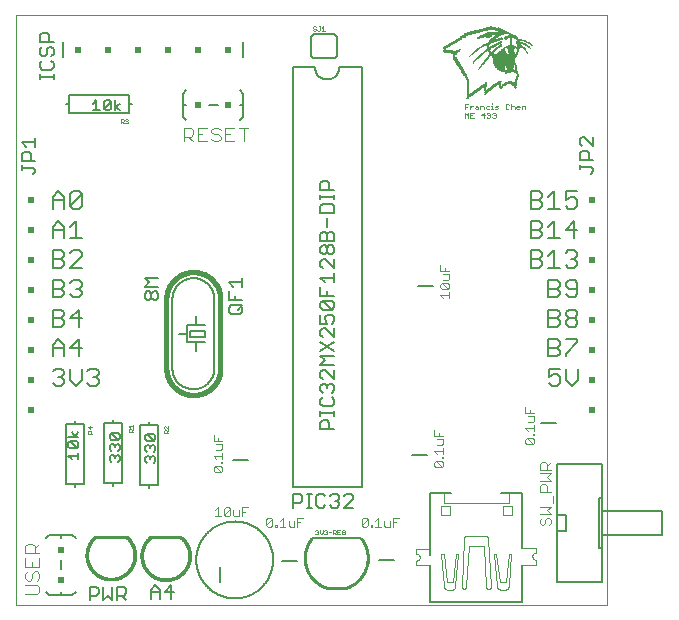
<source format=gto>
G75*
%MOIN*%
%OFA0B0*%
%FSLAX25Y25*%
%IPPOS*%
%LPD*%
%AMOC8*
5,1,8,0,0,1.08239X$1,22.5*
%
%ADD10C,0.00000*%
%ADD11R,0.00157X0.00079*%
%ADD12R,0.00236X0.00079*%
%ADD13R,0.00394X0.00079*%
%ADD14R,0.00472X0.00079*%
%ADD15R,0.00551X0.00079*%
%ADD16R,0.00709X0.00079*%
%ADD17R,0.00787X0.00079*%
%ADD18R,0.00866X0.00079*%
%ADD19R,0.01024X0.00079*%
%ADD20R,0.01102X0.00079*%
%ADD21R,0.01260X0.00079*%
%ADD22R,0.01339X0.00079*%
%ADD23R,0.01417X0.00079*%
%ADD24R,0.01575X0.00079*%
%ADD25R,0.01654X0.00079*%
%ADD26R,0.01811X0.00079*%
%ADD27R,0.01890X0.00079*%
%ADD28R,0.01969X0.00079*%
%ADD29R,0.02126X0.00079*%
%ADD30R,0.02205X0.00079*%
%ADD31R,0.00630X0.00079*%
%ADD32R,0.00945X0.00079*%
%ADD33R,0.01181X0.00079*%
%ADD34R,0.01496X0.00079*%
%ADD35R,0.02047X0.00079*%
%ADD36R,0.00315X0.00079*%
%ADD37R,0.01732X0.00079*%
%ADD38R,0.03386X0.00079*%
%ADD39R,0.03228X0.00079*%
%ADD40R,0.02992X0.00079*%
%ADD41R,0.02835X0.00079*%
%ADD42R,0.02598X0.00079*%
%ADD43R,0.02362X0.00079*%
%ADD44R,0.02283X0.00079*%
%ADD45R,0.04724X0.00079*%
%ADD46R,0.04882X0.00079*%
%ADD47R,0.05039X0.00079*%
%ADD48R,0.05276X0.00079*%
%ADD49R,0.05354X0.00079*%
%ADD50R,0.02913X0.00079*%
%ADD51R,0.00079X0.00079*%
%ADD52R,0.02441X0.00079*%
%ADD53R,0.02520X0.00079*%
%ADD54R,0.02677X0.00079*%
%ADD55R,0.02756X0.00079*%
%ADD56R,0.03071X0.00079*%
%ADD57R,0.03150X0.00079*%
%ADD58R,0.03307X0.00079*%
%ADD59R,0.03543X0.00079*%
%ADD60R,0.03622X0.00079*%
%ADD61R,0.03780X0.00079*%
%ADD62R,0.06614X0.00079*%
%ADD63R,0.06772X0.00079*%
%ADD64R,0.07323X0.00079*%
%ADD65R,0.07402X0.00079*%
%ADD66R,0.07480X0.00079*%
%ADD67R,0.07559X0.00079*%
%ADD68R,0.07638X0.00079*%
%ADD69R,0.07717X0.00079*%
%ADD70R,0.07795X0.00079*%
%ADD71R,0.07874X0.00079*%
%ADD72R,0.07953X0.00079*%
%ADD73R,0.08031X0.00079*%
%ADD74R,0.08189X0.00079*%
%ADD75R,0.08425X0.00079*%
%ADD76R,0.06220X0.00079*%
%ADD77R,0.05984X0.00079*%
%ADD78R,0.05827X0.00079*%
%ADD79R,0.03701X0.00079*%
%ADD80R,0.04252X0.00079*%
%ADD81R,0.04803X0.00079*%
%ADD82R,0.04961X0.00079*%
%ADD83R,0.05118X0.00079*%
%ADD84R,0.04488X0.00079*%
%ADD85R,0.04331X0.00079*%
%ADD86R,0.03937X0.00079*%
%ADD87R,0.04094X0.00079*%
%ADD88R,0.03858X0.00079*%
%ADD89R,0.03465X0.00079*%
%ADD90R,0.06299X0.00079*%
%ADD91R,0.06457X0.00079*%
%ADD92R,0.08268X0.00079*%
%ADD93R,0.07008X0.00079*%
%ADD94R,0.06693X0.00079*%
%ADD95R,0.06378X0.00079*%
%ADD96R,0.06142X0.00079*%
%ADD97R,0.05669X0.00079*%
%ADD98C,0.00200*%
%ADD99C,0.00500*%
%ADD100C,0.00800*%
%ADD101C,0.00300*%
%ADD102C,0.00400*%
%ADD103R,0.02000X0.02000*%
%ADD104C,0.01000*%
%ADD105C,0.00100*%
%ADD106C,0.00600*%
%ADD107C,0.01600*%
%ADD108R,0.02300X0.02300*%
%ADD109C,0.00080*%
D10*
X0001008Y0003937D02*
X0001008Y0200787D01*
X0197859Y0200787D01*
X0197859Y0003937D01*
X0001008Y0003937D01*
D11*
X0151363Y0172598D03*
X0157426Y0174094D03*
X0155378Y0182362D03*
X0155457Y0182520D03*
X0155536Y0182598D03*
X0155615Y0182677D03*
X0155615Y0182756D03*
X0155693Y0182835D03*
X0155851Y0183071D03*
X0153646Y0184724D03*
X0153567Y0184646D03*
X0153489Y0184567D03*
X0152308Y0186614D03*
X0155064Y0192677D03*
X0161835Y0196220D03*
X0168213Y0190787D03*
X0171205Y0188425D03*
X0171284Y0188268D03*
X0171363Y0188189D03*
X0171441Y0188031D03*
X0172544Y0189370D03*
X0172465Y0189449D03*
X0173174Y0190315D03*
X0173095Y0190394D03*
X0167583Y0176063D03*
D12*
X0167544Y0176142D03*
X0162504Y0175984D03*
X0157859Y0178031D03*
X0157465Y0174173D03*
X0151402Y0172677D03*
X0155733Y0182913D03*
X0155812Y0182992D03*
X0155890Y0183150D03*
X0155969Y0183228D03*
X0156048Y0183307D03*
X0156127Y0183465D03*
X0154158Y0185354D03*
X0154079Y0185276D03*
X0153843Y0184961D03*
X0153764Y0184882D03*
X0153686Y0184803D03*
X0152347Y0186693D03*
X0152426Y0186772D03*
X0152504Y0186850D03*
X0152583Y0186929D03*
X0162898Y0192913D03*
X0164237Y0192362D03*
X0171008Y0188661D03*
X0171087Y0188583D03*
X0171166Y0188504D03*
X0171245Y0188346D03*
X0172347Y0189528D03*
X0172268Y0189606D03*
X0172977Y0190472D03*
X0172898Y0190551D03*
D13*
X0172662Y0190709D03*
X0172426Y0190866D03*
X0171875Y0189921D03*
X0171953Y0189843D03*
X0170772Y0188976D03*
X0170693Y0189055D03*
X0170615Y0189134D03*
X0170536Y0189213D03*
X0168646Y0189528D03*
X0168174Y0188425D03*
X0168252Y0190709D03*
X0166048Y0191339D03*
X0166048Y0191417D03*
X0166048Y0191496D03*
X0166048Y0191575D03*
X0166048Y0191654D03*
X0166048Y0191732D03*
X0166048Y0191811D03*
X0166048Y0191890D03*
X0166048Y0191969D03*
X0166048Y0192047D03*
X0166048Y0192126D03*
X0166048Y0192205D03*
X0162662Y0191811D03*
X0158410Y0192992D03*
X0155182Y0186457D03*
X0155103Y0186378D03*
X0155024Y0186299D03*
X0154945Y0186220D03*
X0154867Y0186142D03*
X0154788Y0186063D03*
X0154709Y0185984D03*
X0154630Y0185906D03*
X0156678Y0184252D03*
X0156756Y0184331D03*
X0156835Y0184409D03*
X0156914Y0184567D03*
X0156993Y0184646D03*
X0156599Y0184094D03*
X0156520Y0184016D03*
X0157780Y0177953D03*
X0162504Y0176063D03*
X0167465Y0176299D03*
X0164158Y0181024D03*
X0167623Y0183465D03*
X0167544Y0183701D03*
X0151481Y0172756D03*
X0148882Y0188898D03*
D14*
X0152938Y0187323D03*
X0153016Y0187402D03*
X0153095Y0187480D03*
X0153174Y0187559D03*
X0153252Y0187638D03*
X0153331Y0187717D03*
X0153410Y0187795D03*
X0155300Y0186535D03*
X0155378Y0186614D03*
X0155457Y0186693D03*
X0155536Y0186772D03*
X0155615Y0186850D03*
X0155693Y0186929D03*
X0155772Y0187008D03*
X0155851Y0187087D03*
X0155930Y0187165D03*
X0157347Y0185118D03*
X0157268Y0185039D03*
X0157189Y0184961D03*
X0157189Y0184882D03*
X0157111Y0184803D03*
X0157032Y0184724D03*
X0156875Y0184488D03*
X0157741Y0177874D03*
X0157504Y0174252D03*
X0162229Y0177008D03*
X0162229Y0177087D03*
X0162229Y0177165D03*
X0167426Y0176378D03*
X0167662Y0182205D03*
X0167662Y0183071D03*
X0167662Y0183150D03*
X0167662Y0183228D03*
X0167662Y0183307D03*
X0167662Y0183386D03*
X0167583Y0183543D03*
X0167583Y0183622D03*
X0167504Y0183780D03*
X0167426Y0183858D03*
X0168056Y0188031D03*
X0168134Y0188189D03*
X0168134Y0188268D03*
X0168134Y0188346D03*
X0168213Y0188504D03*
X0168213Y0188583D03*
X0168607Y0189370D03*
X0168607Y0189449D03*
X0168686Y0189606D03*
X0168686Y0189685D03*
X0168764Y0189764D03*
X0168764Y0190709D03*
X0168764Y0190787D03*
X0168764Y0190866D03*
X0168764Y0190945D03*
X0168528Y0191811D03*
X0168528Y0191890D03*
X0166008Y0192283D03*
X0166008Y0192362D03*
X0166008Y0192441D03*
X0166008Y0191024D03*
X0166008Y0190945D03*
X0166008Y0190866D03*
X0162544Y0190630D03*
X0161993Y0196063D03*
X0155142Y0192756D03*
X0170418Y0189370D03*
X0170497Y0189291D03*
X0171520Y0190157D03*
X0171599Y0190079D03*
X0171756Y0190000D03*
X0172308Y0190945D03*
X0172150Y0191024D03*
X0172071Y0191102D03*
X0171914Y0191181D03*
X0171756Y0191260D03*
X0151520Y0172835D03*
D15*
X0151560Y0172913D03*
X0157544Y0174331D03*
X0157701Y0177795D03*
X0162268Y0177638D03*
X0162268Y0177559D03*
X0162268Y0177480D03*
X0162268Y0177402D03*
X0162268Y0177323D03*
X0162268Y0177244D03*
X0162268Y0176929D03*
X0162268Y0176850D03*
X0162268Y0176772D03*
X0162504Y0176142D03*
X0162426Y0178504D03*
X0164237Y0181102D03*
X0167623Y0182126D03*
X0167701Y0182283D03*
X0167701Y0182362D03*
X0167701Y0182441D03*
X0167701Y0182520D03*
X0167701Y0182598D03*
X0167701Y0182677D03*
X0167701Y0182756D03*
X0167701Y0182835D03*
X0167701Y0182913D03*
X0167701Y0182992D03*
X0168016Y0187874D03*
X0168016Y0187953D03*
X0168095Y0188110D03*
X0168252Y0188661D03*
X0168016Y0189370D03*
X0168804Y0189843D03*
X0170221Y0189528D03*
X0170300Y0189449D03*
X0171245Y0190315D03*
X0171402Y0190236D03*
X0171638Y0191339D03*
X0168567Y0191732D03*
X0166048Y0191260D03*
X0166048Y0191181D03*
X0166048Y0191102D03*
X0166048Y0192520D03*
X0162819Y0192835D03*
X0162662Y0191732D03*
X0161245Y0189370D03*
X0157701Y0185591D03*
X0157623Y0185512D03*
X0157544Y0185433D03*
X0157544Y0185354D03*
X0157465Y0185276D03*
X0157386Y0185197D03*
X0156048Y0187244D03*
X0156127Y0187323D03*
X0156205Y0187402D03*
X0156284Y0187480D03*
X0156363Y0187559D03*
X0156599Y0187717D03*
X0156678Y0187795D03*
X0153922Y0188268D03*
X0153843Y0188189D03*
X0153764Y0188110D03*
X0153686Y0188031D03*
X0153607Y0187953D03*
X0153528Y0187874D03*
X0167386Y0176457D03*
D16*
X0167308Y0176614D03*
X0167308Y0176693D03*
X0167465Y0177953D03*
X0167465Y0178031D03*
X0167465Y0178110D03*
X0167544Y0178268D03*
X0167544Y0178346D03*
X0167544Y0178425D03*
X0167623Y0178504D03*
X0167623Y0178583D03*
X0167623Y0178661D03*
X0167701Y0178740D03*
X0167701Y0178819D03*
X0167701Y0178898D03*
X0167780Y0178976D03*
X0167780Y0179055D03*
X0167859Y0179213D03*
X0167859Y0179291D03*
X0167938Y0179370D03*
X0167938Y0179449D03*
X0168016Y0179606D03*
X0168016Y0179685D03*
X0168095Y0179843D03*
X0168095Y0179921D03*
X0168174Y0180079D03*
X0168174Y0180157D03*
X0168174Y0180236D03*
X0168174Y0180315D03*
X0168174Y0180394D03*
X0168174Y0180472D03*
X0168174Y0180551D03*
X0168174Y0180630D03*
X0168174Y0180709D03*
X0168095Y0180866D03*
X0168095Y0180945D03*
X0167859Y0187559D03*
X0167938Y0187717D03*
X0168331Y0188819D03*
X0167938Y0189449D03*
X0169985Y0189685D03*
X0170693Y0190630D03*
X0170851Y0190551D03*
X0171087Y0191575D03*
X0170930Y0191654D03*
X0170693Y0191732D03*
X0168095Y0192520D03*
X0166048Y0190630D03*
X0163764Y0189449D03*
X0163528Y0189213D03*
X0162504Y0190472D03*
X0161796Y0189843D03*
X0161717Y0189764D03*
X0160378Y0188583D03*
X0160300Y0188504D03*
X0160221Y0188425D03*
X0160142Y0188346D03*
X0160064Y0188268D03*
X0159985Y0188189D03*
X0159906Y0188110D03*
X0158804Y0186929D03*
X0158725Y0186850D03*
X0158646Y0186772D03*
X0158567Y0186693D03*
X0158489Y0186535D03*
X0158410Y0186457D03*
X0158331Y0186378D03*
X0158252Y0186299D03*
X0157071Y0188110D03*
X0157308Y0188268D03*
X0157386Y0188346D03*
X0158331Y0189685D03*
X0158331Y0189764D03*
X0158331Y0189843D03*
X0158331Y0189921D03*
X0158331Y0190000D03*
X0158331Y0190079D03*
X0158410Y0190315D03*
X0158410Y0190394D03*
X0158410Y0190472D03*
X0156048Y0189843D03*
X0155812Y0189685D03*
X0155654Y0189606D03*
X0155575Y0189528D03*
X0155418Y0189449D03*
X0155339Y0189370D03*
X0155182Y0189291D03*
X0155103Y0189213D03*
X0155024Y0189134D03*
X0154788Y0188976D03*
X0154394Y0188661D03*
X0148646Y0188819D03*
X0143922Y0188819D03*
X0143922Y0188898D03*
X0158410Y0193071D03*
X0162583Y0191575D03*
X0157623Y0177717D03*
X0157386Y0176535D03*
X0157386Y0176457D03*
X0157386Y0176378D03*
X0157386Y0176299D03*
X0157386Y0176220D03*
X0157386Y0176142D03*
X0157386Y0176063D03*
X0157386Y0175984D03*
X0157386Y0175906D03*
X0157623Y0174488D03*
X0162504Y0176220D03*
X0151638Y0172992D03*
D17*
X0151678Y0173071D03*
X0157426Y0175512D03*
X0157426Y0175591D03*
X0157426Y0175669D03*
X0157426Y0175748D03*
X0157426Y0175827D03*
X0157426Y0176614D03*
X0157583Y0177638D03*
X0162386Y0178425D03*
X0164355Y0181181D03*
X0167898Y0181260D03*
X0167977Y0181181D03*
X0167977Y0181102D03*
X0168056Y0181024D03*
X0168134Y0180787D03*
X0167268Y0176772D03*
X0167741Y0187402D03*
X0167819Y0187480D03*
X0168371Y0188898D03*
X0168371Y0188976D03*
X0168371Y0189055D03*
X0167819Y0189528D03*
X0169867Y0189764D03*
X0166008Y0192835D03*
X0166008Y0192913D03*
X0166481Y0193780D03*
X0166323Y0193858D03*
X0166166Y0193937D03*
X0166008Y0194016D03*
X0164197Y0192520D03*
X0162701Y0192756D03*
X0162544Y0191496D03*
X0162150Y0190079D03*
X0161993Y0190000D03*
X0161914Y0189921D03*
X0163489Y0189134D03*
X0159001Y0187165D03*
X0158922Y0187087D03*
X0158843Y0187008D03*
X0158528Y0186614D03*
X0158686Y0188425D03*
X0158607Y0188583D03*
X0157741Y0188583D03*
X0157583Y0188504D03*
X0157504Y0188425D03*
X0156323Y0190000D03*
X0156166Y0189921D03*
X0155930Y0189764D03*
D18*
X0156441Y0190079D03*
X0156599Y0190157D03*
X0156756Y0190236D03*
X0158646Y0188504D03*
X0158725Y0188346D03*
X0158804Y0188268D03*
X0158882Y0188189D03*
X0162504Y0190394D03*
X0163449Y0189055D03*
X0163922Y0189528D03*
X0166048Y0190551D03*
X0168410Y0191654D03*
X0170457Y0191811D03*
X0170378Y0190787D03*
X0170536Y0190709D03*
X0169749Y0189843D03*
X0168410Y0189134D03*
X0165812Y0194094D03*
X0155260Y0192835D03*
X0148489Y0188740D03*
X0147071Y0187008D03*
X0147071Y0186929D03*
X0143922Y0188976D03*
X0143922Y0189055D03*
X0151008Y0179843D03*
X0151245Y0179449D03*
X0151481Y0179055D03*
X0151717Y0178661D03*
X0151717Y0178583D03*
X0151717Y0178504D03*
X0151717Y0178425D03*
X0151717Y0178346D03*
X0151717Y0178268D03*
X0151717Y0178189D03*
X0151717Y0178110D03*
X0151717Y0178031D03*
X0151717Y0177953D03*
X0151717Y0177874D03*
X0151717Y0177795D03*
X0151717Y0177717D03*
X0151717Y0177638D03*
X0151717Y0177559D03*
X0151717Y0177480D03*
X0151717Y0177402D03*
X0151717Y0177323D03*
X0151717Y0177244D03*
X0151717Y0177165D03*
X0151717Y0177087D03*
X0151717Y0177008D03*
X0151717Y0176929D03*
X0151717Y0176850D03*
X0151717Y0176772D03*
X0151717Y0176693D03*
X0151717Y0176614D03*
X0151717Y0176535D03*
X0151717Y0176457D03*
X0151717Y0176378D03*
X0151717Y0176299D03*
X0151717Y0176220D03*
X0151717Y0176142D03*
X0151717Y0176063D03*
X0151717Y0175984D03*
X0151717Y0175906D03*
X0151717Y0175827D03*
X0151717Y0175748D03*
X0151717Y0175669D03*
X0151717Y0175591D03*
X0151717Y0175512D03*
X0151717Y0175433D03*
X0151717Y0175354D03*
X0151717Y0175276D03*
X0151717Y0175197D03*
X0151717Y0175118D03*
X0151717Y0175039D03*
X0151717Y0174961D03*
X0151717Y0174882D03*
X0151717Y0174803D03*
X0151717Y0174724D03*
X0151717Y0174646D03*
X0151717Y0174567D03*
X0151717Y0174488D03*
X0151717Y0174409D03*
X0151717Y0174331D03*
X0151717Y0174252D03*
X0151717Y0174173D03*
X0151717Y0173150D03*
X0157465Y0177559D03*
X0162347Y0178346D03*
X0163056Y0176772D03*
X0162504Y0176299D03*
X0167229Y0176850D03*
X0167859Y0181339D03*
X0167780Y0181417D03*
D19*
X0163528Y0177165D03*
X0163449Y0177087D03*
X0162583Y0176457D03*
X0157701Y0174646D03*
X0151796Y0173228D03*
X0150772Y0180236D03*
X0150536Y0180630D03*
X0150300Y0181024D03*
X0150064Y0181417D03*
X0149827Y0181811D03*
X0149591Y0182205D03*
X0149355Y0182598D03*
X0149197Y0182835D03*
X0149119Y0182992D03*
X0148961Y0183228D03*
X0148882Y0183386D03*
X0148725Y0183622D03*
X0148646Y0183780D03*
X0148489Y0184016D03*
X0148410Y0184173D03*
X0148252Y0184409D03*
X0148174Y0184567D03*
X0148016Y0184803D03*
X0147938Y0184961D03*
X0147859Y0185118D03*
X0147780Y0185197D03*
X0147701Y0185354D03*
X0147623Y0185433D03*
X0147623Y0185512D03*
X0147544Y0185591D03*
X0147465Y0185748D03*
X0147386Y0185827D03*
X0147386Y0185906D03*
X0147308Y0185984D03*
X0147229Y0186142D03*
X0147150Y0186220D03*
X0147150Y0186299D03*
X0147229Y0187402D03*
X0147308Y0187559D03*
X0147386Y0187638D03*
X0147386Y0187717D03*
X0148331Y0188661D03*
X0149040Y0192677D03*
X0157071Y0190394D03*
X0157229Y0190472D03*
X0158489Y0189134D03*
X0158567Y0189213D03*
X0158331Y0188976D03*
X0159434Y0189764D03*
X0159591Y0189843D03*
X0159749Y0189921D03*
X0160142Y0190157D03*
X0160300Y0190236D03*
X0160457Y0190315D03*
X0162347Y0190157D03*
X0163371Y0188898D03*
X0162583Y0192677D03*
X0161166Y0193386D03*
X0160930Y0193228D03*
X0160693Y0193071D03*
X0160378Y0192835D03*
X0160300Y0192756D03*
X0160064Y0192598D03*
X0159985Y0192520D03*
X0159906Y0192441D03*
X0159827Y0192362D03*
X0159749Y0192283D03*
X0159670Y0192205D03*
X0159591Y0192126D03*
X0159512Y0192047D03*
X0158410Y0193150D03*
X0164237Y0192677D03*
X0165969Y0192992D03*
X0167701Y0192756D03*
X0168410Y0191575D03*
X0168489Y0190630D03*
X0168489Y0190551D03*
X0168331Y0189291D03*
X0170221Y0190866D03*
X0170142Y0191890D03*
D20*
X0168213Y0192441D03*
X0167662Y0192835D03*
X0166481Y0193701D03*
X0161835Y0193780D03*
X0161678Y0193701D03*
X0161520Y0193622D03*
X0161441Y0193543D03*
X0161284Y0193465D03*
X0161048Y0193307D03*
X0160812Y0193150D03*
X0160575Y0192992D03*
X0160497Y0192913D03*
X0160182Y0192677D03*
X0161048Y0190630D03*
X0160890Y0190551D03*
X0160733Y0190472D03*
X0160575Y0190394D03*
X0160024Y0190079D03*
X0159867Y0190000D03*
X0159315Y0189685D03*
X0158292Y0188898D03*
X0159394Y0187717D03*
X0159473Y0187638D03*
X0157426Y0190551D03*
X0162386Y0191339D03*
X0163331Y0188819D03*
X0164512Y0181339D03*
X0162150Y0178189D03*
X0163646Y0177244D03*
X0163804Y0177323D03*
X0167189Y0177087D03*
X0167189Y0177008D03*
X0157741Y0174724D03*
X0157347Y0177402D03*
X0151835Y0173307D03*
X0148213Y0188583D03*
X0144197Y0188740D03*
X0143804Y0189528D03*
X0149473Y0192913D03*
D21*
X0149001Y0192598D03*
X0150575Y0193701D03*
X0150890Y0193780D03*
X0145378Y0190472D03*
X0144985Y0190236D03*
X0144827Y0190157D03*
X0144670Y0190079D03*
X0144434Y0189921D03*
X0144276Y0189843D03*
X0144119Y0189764D03*
X0158686Y0189370D03*
X0159394Y0187795D03*
X0161363Y0190787D03*
X0161520Y0190866D03*
X0161678Y0190945D03*
X0161835Y0191024D03*
X0161993Y0191102D03*
X0162150Y0191181D03*
X0162465Y0192598D03*
X0161993Y0193858D03*
X0162150Y0193937D03*
X0164276Y0192835D03*
X0165300Y0194252D03*
X0167426Y0192992D03*
X0168449Y0191417D03*
X0168528Y0190472D03*
X0163252Y0188661D03*
X0162071Y0178110D03*
X0161993Y0178031D03*
X0161205Y0177559D03*
X0161127Y0177480D03*
X0160969Y0177402D03*
X0160890Y0177323D03*
X0164040Y0177480D03*
X0167111Y0177165D03*
X0156323Y0176614D03*
X0156245Y0176535D03*
X0156008Y0176378D03*
X0155457Y0175984D03*
X0151914Y0173386D03*
D22*
X0151953Y0173465D03*
X0152898Y0174173D03*
X0153449Y0174567D03*
X0153686Y0174724D03*
X0154001Y0174961D03*
X0154237Y0175118D03*
X0154473Y0175276D03*
X0154552Y0175354D03*
X0154709Y0175433D03*
X0154788Y0175512D03*
X0154867Y0175591D03*
X0155024Y0175669D03*
X0155103Y0175748D03*
X0155260Y0175827D03*
X0155339Y0175906D03*
X0155575Y0176063D03*
X0155654Y0176142D03*
X0155812Y0176220D03*
X0155890Y0176299D03*
X0156127Y0176457D03*
X0157150Y0177165D03*
X0157229Y0177244D03*
X0158882Y0175748D03*
X0159749Y0176457D03*
X0160064Y0176693D03*
X0160142Y0176772D03*
X0160378Y0176929D03*
X0160457Y0177008D03*
X0160536Y0177087D03*
X0160693Y0177165D03*
X0160772Y0177244D03*
X0162662Y0176614D03*
X0167071Y0177244D03*
X0163213Y0188583D03*
X0159355Y0187874D03*
X0158252Y0188819D03*
X0158252Y0190945D03*
X0158410Y0191024D03*
X0158489Y0193307D03*
X0164315Y0192913D03*
X0150300Y0193622D03*
X0149670Y0192992D03*
X0146914Y0191339D03*
X0146756Y0191260D03*
X0146363Y0191024D03*
X0146205Y0190945D03*
X0146048Y0190866D03*
X0145969Y0190787D03*
X0145812Y0190709D03*
X0145654Y0190630D03*
X0145497Y0190551D03*
X0145260Y0190394D03*
X0145103Y0190315D03*
D23*
X0146481Y0191102D03*
X0146638Y0191181D03*
X0147032Y0191417D03*
X0147189Y0191496D03*
X0147347Y0191575D03*
X0147426Y0191654D03*
X0147583Y0191732D03*
X0147741Y0191811D03*
X0147898Y0191890D03*
X0148292Y0192126D03*
X0148922Y0192520D03*
X0155536Y0192992D03*
X0158607Y0191102D03*
X0159001Y0191260D03*
X0158213Y0188740D03*
X0163174Y0188504D03*
X0164355Y0192992D03*
X0168371Y0192362D03*
X0168528Y0191339D03*
X0168607Y0190394D03*
X0169158Y0190079D03*
X0169237Y0190000D03*
X0159237Y0196457D03*
X0164670Y0181417D03*
X0161914Y0177953D03*
X0162701Y0176693D03*
X0164197Y0177559D03*
X0167032Y0177323D03*
X0160260Y0176850D03*
X0159945Y0176614D03*
X0159867Y0176535D03*
X0159630Y0176378D03*
X0159552Y0176299D03*
X0159473Y0176220D03*
X0159394Y0176142D03*
X0159237Y0176063D03*
X0159158Y0175984D03*
X0159079Y0175906D03*
X0159001Y0175827D03*
X0158764Y0175669D03*
X0158686Y0175591D03*
X0158607Y0175512D03*
X0157819Y0174882D03*
X0157111Y0177087D03*
X0154355Y0175197D03*
X0154119Y0175039D03*
X0153882Y0174882D03*
X0153804Y0174803D03*
X0153567Y0174646D03*
X0153331Y0174488D03*
X0153252Y0174409D03*
X0153095Y0174331D03*
X0153016Y0174252D03*
X0151993Y0173543D03*
D24*
X0152071Y0173622D03*
X0157898Y0175039D03*
X0157032Y0177008D03*
X0161835Y0177874D03*
X0166953Y0177402D03*
X0159709Y0187480D03*
X0158764Y0189528D03*
X0158056Y0190787D03*
X0159158Y0191339D03*
X0162386Y0192520D03*
X0163174Y0188425D03*
X0168686Y0190315D03*
X0169315Y0189921D03*
X0151048Y0193858D03*
X0149867Y0193071D03*
D25*
X0150142Y0193543D03*
X0159276Y0191417D03*
X0159355Y0188031D03*
X0163134Y0188346D03*
X0168804Y0190236D03*
X0168646Y0191260D03*
X0168567Y0192283D03*
X0165654Y0178189D03*
X0161796Y0177795D03*
X0157938Y0175118D03*
X0156993Y0176929D03*
X0152111Y0173701D03*
D26*
X0152189Y0173780D03*
X0156914Y0176850D03*
X0158016Y0175197D03*
X0163134Y0182047D03*
X0165733Y0182283D03*
X0165733Y0182362D03*
X0163134Y0188268D03*
X0159434Y0191496D03*
X0162268Y0192441D03*
X0166363Y0193622D03*
X0169434Y0191024D03*
X0151166Y0193937D03*
D27*
X0155930Y0193150D03*
X0161284Y0192126D03*
X0163095Y0188189D03*
X0166087Y0189055D03*
X0166087Y0189134D03*
X0166087Y0189213D03*
X0165851Y0182205D03*
X0163016Y0182126D03*
X0166796Y0177559D03*
X0156875Y0176772D03*
X0152229Y0173858D03*
D28*
X0152268Y0173937D03*
X0158016Y0175276D03*
X0165969Y0182126D03*
X0165733Y0182441D03*
X0165733Y0182520D03*
X0166048Y0188583D03*
X0166048Y0188661D03*
X0166048Y0188740D03*
X0166048Y0188819D03*
X0166048Y0188898D03*
X0166048Y0188976D03*
X0168804Y0191181D03*
X0168725Y0192205D03*
X0162111Y0192362D03*
X0159512Y0191575D03*
X0156127Y0193228D03*
X0149985Y0193228D03*
X0149985Y0193150D03*
X0149985Y0193307D03*
D29*
X0151323Y0194016D03*
X0156363Y0193307D03*
X0159670Y0191654D03*
X0163056Y0188031D03*
X0166048Y0188346D03*
X0168882Y0192126D03*
X0163607Y0194882D03*
X0165733Y0182756D03*
X0165733Y0182677D03*
X0162819Y0182283D03*
X0158095Y0175433D03*
X0152347Y0174016D03*
D30*
X0152386Y0174094D03*
X0162780Y0182362D03*
X0165693Y0182835D03*
X0165693Y0182913D03*
X0166087Y0188110D03*
X0166087Y0188189D03*
X0166087Y0188268D03*
X0166087Y0189370D03*
X0169079Y0192047D03*
X0163410Y0194961D03*
X0159788Y0191732D03*
X0156560Y0193386D03*
D31*
X0158449Y0190551D03*
X0158371Y0190236D03*
X0158371Y0190157D03*
X0157189Y0188189D03*
X0156953Y0188031D03*
X0156875Y0187953D03*
X0156796Y0187874D03*
X0156481Y0187638D03*
X0154906Y0189055D03*
X0154670Y0188898D03*
X0154591Y0188819D03*
X0154512Y0188740D03*
X0154276Y0188583D03*
X0154197Y0188504D03*
X0154119Y0188425D03*
X0154040Y0188346D03*
X0157741Y0185669D03*
X0157819Y0185748D03*
X0157898Y0185827D03*
X0157977Y0185906D03*
X0157977Y0185984D03*
X0158056Y0186063D03*
X0158134Y0186142D03*
X0158213Y0186220D03*
X0160497Y0188661D03*
X0160575Y0188740D03*
X0160654Y0188819D03*
X0160733Y0188898D03*
X0160812Y0188976D03*
X0160890Y0189055D03*
X0160969Y0189134D03*
X0161048Y0189213D03*
X0161127Y0189291D03*
X0161363Y0189449D03*
X0161441Y0189528D03*
X0161520Y0189606D03*
X0161599Y0189685D03*
X0162544Y0190551D03*
X0162623Y0191654D03*
X0164197Y0192441D03*
X0166008Y0192598D03*
X0166008Y0192677D03*
X0166008Y0192756D03*
X0166008Y0190787D03*
X0166008Y0190709D03*
X0163646Y0189370D03*
X0163567Y0189291D03*
X0167898Y0187638D03*
X0167977Y0187795D03*
X0168292Y0188740D03*
X0170103Y0189606D03*
X0170969Y0190472D03*
X0171127Y0190394D03*
X0171441Y0191417D03*
X0171284Y0191496D03*
X0168056Y0192598D03*
X0168134Y0180000D03*
X0168056Y0179764D03*
X0167977Y0179528D03*
X0167819Y0179134D03*
X0167504Y0178189D03*
X0167426Y0177874D03*
X0167426Y0177795D03*
X0167426Y0177717D03*
X0167426Y0177638D03*
X0167347Y0176535D03*
X0157583Y0174409D03*
D32*
X0157662Y0174567D03*
X0157426Y0177480D03*
X0162229Y0178268D03*
X0163331Y0177008D03*
X0163252Y0176929D03*
X0163174Y0176850D03*
X0162544Y0176378D03*
X0167189Y0176929D03*
X0164434Y0181260D03*
X0163410Y0188976D03*
X0162386Y0190236D03*
X0162465Y0190315D03*
X0162465Y0191417D03*
X0164197Y0192598D03*
X0165615Y0194173D03*
X0167819Y0192677D03*
X0166008Y0190472D03*
X0168371Y0189213D03*
X0158922Y0188110D03*
X0158371Y0189055D03*
X0156875Y0190315D03*
X0159237Y0196535D03*
X0149237Y0192835D03*
X0149079Y0192756D03*
X0143804Y0189370D03*
X0143804Y0189291D03*
X0143882Y0189213D03*
X0143882Y0189134D03*
X0143725Y0189449D03*
X0147268Y0187480D03*
X0147189Y0187323D03*
X0147189Y0187244D03*
X0147111Y0187165D03*
X0147111Y0187087D03*
X0147032Y0186850D03*
X0147032Y0186772D03*
X0147032Y0186693D03*
X0147032Y0186614D03*
X0147032Y0186535D03*
X0147032Y0186457D03*
X0147111Y0186378D03*
X0147268Y0186063D03*
X0147504Y0185669D03*
X0147741Y0185276D03*
X0147898Y0185039D03*
X0147977Y0184882D03*
X0148056Y0184724D03*
X0148134Y0184646D03*
X0148213Y0184488D03*
X0148292Y0184331D03*
X0148371Y0184252D03*
X0148449Y0184094D03*
X0148528Y0183937D03*
X0148607Y0183858D03*
X0148686Y0183701D03*
X0148764Y0183543D03*
X0148843Y0183465D03*
X0148922Y0183307D03*
X0149001Y0183150D03*
X0149079Y0183071D03*
X0149158Y0182913D03*
X0149237Y0182756D03*
X0149315Y0182677D03*
X0149394Y0182520D03*
X0149473Y0182441D03*
X0149473Y0182362D03*
X0149552Y0182283D03*
X0149630Y0182126D03*
X0149709Y0182047D03*
X0149709Y0181969D03*
X0149788Y0181890D03*
X0149867Y0181732D03*
X0149945Y0181654D03*
X0149945Y0181575D03*
X0150024Y0181496D03*
X0150103Y0181339D03*
X0150182Y0181260D03*
X0150182Y0181181D03*
X0150260Y0181102D03*
X0150339Y0180945D03*
X0150418Y0180866D03*
X0150418Y0180787D03*
X0150497Y0180709D03*
X0150575Y0180551D03*
X0150654Y0180472D03*
X0150654Y0180394D03*
X0150733Y0180315D03*
X0150812Y0180157D03*
X0150890Y0180079D03*
X0150890Y0180000D03*
X0150969Y0179921D03*
X0151048Y0179764D03*
X0151127Y0179685D03*
X0151127Y0179606D03*
X0151205Y0179528D03*
X0151284Y0179370D03*
X0151363Y0179291D03*
X0151363Y0179213D03*
X0151441Y0179134D03*
X0151520Y0178976D03*
X0151599Y0178898D03*
X0151599Y0178819D03*
X0151678Y0178740D03*
D33*
X0157308Y0177323D03*
X0157780Y0174803D03*
X0161323Y0177638D03*
X0162583Y0176535D03*
X0163922Y0177402D03*
X0167623Y0181496D03*
X0163292Y0188740D03*
X0162268Y0191260D03*
X0161166Y0190709D03*
X0164237Y0192756D03*
X0165969Y0190394D03*
X0168410Y0191496D03*
X0167544Y0192913D03*
X0169985Y0190945D03*
X0159591Y0187559D03*
X0158646Y0189291D03*
X0158489Y0193228D03*
X0155418Y0192913D03*
X0144552Y0190000D03*
X0144001Y0189685D03*
X0143843Y0189606D03*
D34*
X0148016Y0191969D03*
X0148174Y0192047D03*
X0148410Y0192205D03*
X0148567Y0192283D03*
X0148725Y0192362D03*
X0148882Y0192441D03*
X0158174Y0190866D03*
X0158804Y0191181D03*
X0158725Y0189449D03*
X0158174Y0188661D03*
X0159355Y0187953D03*
X0158489Y0193386D03*
X0165969Y0190315D03*
X0157859Y0174961D03*
D35*
X0158056Y0175354D03*
X0156796Y0176693D03*
X0162938Y0182205D03*
X0165693Y0182598D03*
X0165536Y0178110D03*
X0163095Y0188110D03*
X0166087Y0188425D03*
X0166087Y0188504D03*
X0166087Y0189291D03*
X0165930Y0190157D03*
X0159237Y0196378D03*
X0149945Y0193465D03*
X0149945Y0193386D03*
X0146953Y0187795D03*
X0144670Y0188661D03*
D36*
X0152623Y0187008D03*
X0152701Y0187087D03*
X0152780Y0187165D03*
X0152859Y0187244D03*
X0154434Y0185669D03*
X0154512Y0185748D03*
X0154591Y0185827D03*
X0154355Y0185591D03*
X0154276Y0185512D03*
X0154197Y0185433D03*
X0154040Y0185197D03*
X0153961Y0185118D03*
X0153882Y0185039D03*
X0156166Y0183543D03*
X0156245Y0183622D03*
X0156323Y0183701D03*
X0156323Y0183780D03*
X0156402Y0183858D03*
X0156481Y0183937D03*
X0156638Y0184173D03*
X0156087Y0183386D03*
X0162544Y0190709D03*
X0161914Y0196142D03*
X0159237Y0196614D03*
X0168056Y0191024D03*
X0168213Y0190079D03*
X0170812Y0188898D03*
X0170890Y0188819D03*
X0170969Y0188740D03*
X0172071Y0189764D03*
X0172150Y0189685D03*
X0172780Y0190630D03*
X0172544Y0190787D03*
X0167504Y0176220D03*
D37*
X0166875Y0177480D03*
X0161678Y0177717D03*
X0163252Y0181969D03*
X0158843Y0189606D03*
X0157898Y0190630D03*
X0157977Y0190709D03*
X0160969Y0192047D03*
X0155693Y0193071D03*
X0165930Y0190236D03*
X0168843Y0190157D03*
D38*
X0162268Y0183465D03*
X0165339Y0177638D03*
D39*
X0165339Y0177717D03*
X0162268Y0183307D03*
X0161402Y0195669D03*
X0157386Y0195748D03*
X0156835Y0195591D03*
X0156520Y0195512D03*
X0156205Y0195433D03*
X0155890Y0195354D03*
X0155575Y0195276D03*
X0155339Y0195197D03*
X0155024Y0195118D03*
X0154709Y0195039D03*
X0154394Y0194961D03*
X0154079Y0194882D03*
X0153528Y0194724D03*
X0153213Y0194646D03*
X0152898Y0194567D03*
X0152583Y0194488D03*
X0152032Y0194331D03*
D40*
X0161835Y0195512D03*
X0166087Y0193465D03*
X0165378Y0177795D03*
D41*
X0165378Y0177874D03*
X0166481Y0182047D03*
X0162386Y0182992D03*
X0162938Y0187717D03*
X0162308Y0195354D03*
X0162071Y0195433D03*
D42*
X0162741Y0195197D03*
X0165654Y0183701D03*
X0162504Y0182756D03*
X0165418Y0177953D03*
D43*
X0165457Y0178031D03*
X0165693Y0183150D03*
X0165693Y0183228D03*
X0165693Y0183307D03*
X0162701Y0182441D03*
X0166087Y0189449D03*
X0165930Y0190079D03*
X0166245Y0193543D03*
X0163174Y0195039D03*
X0159945Y0191811D03*
D44*
X0161717Y0192205D03*
X0161953Y0192283D03*
X0163056Y0187953D03*
X0166127Y0187953D03*
X0166127Y0188031D03*
X0166127Y0187874D03*
X0166127Y0187795D03*
X0166127Y0187717D03*
X0166127Y0187638D03*
X0166127Y0187559D03*
X0166127Y0187480D03*
X0166127Y0187402D03*
X0165733Y0183071D03*
X0165733Y0182992D03*
X0164945Y0181496D03*
X0168961Y0191102D03*
X0169276Y0191969D03*
D45*
X0165772Y0181575D03*
X0145851Y0188031D03*
D46*
X0145930Y0188189D03*
X0165615Y0181654D03*
D47*
X0165457Y0181732D03*
X0146087Y0188425D03*
D48*
X0165339Y0181811D03*
D49*
X0165221Y0181890D03*
D50*
X0166363Y0181969D03*
X0162347Y0183071D03*
D51*
X0155418Y0182441D03*
X0155339Y0182283D03*
X0155260Y0182205D03*
X0153449Y0184488D03*
X0152189Y0186535D03*
X0171402Y0188110D03*
X0171481Y0187953D03*
X0171560Y0187874D03*
X0171560Y0187795D03*
X0171638Y0187717D03*
X0171638Y0187638D03*
X0172662Y0189291D03*
X0173292Y0190236D03*
D52*
X0165733Y0183386D03*
X0162662Y0182520D03*
X0162583Y0182598D03*
X0162977Y0195118D03*
X0151481Y0194094D03*
D53*
X0160103Y0191890D03*
X0163016Y0187874D03*
X0165693Y0183622D03*
X0165693Y0183543D03*
X0165693Y0183465D03*
X0162544Y0182677D03*
D54*
X0162465Y0182835D03*
X0163016Y0187795D03*
X0166008Y0189528D03*
X0160260Y0191969D03*
X0162544Y0195276D03*
X0159237Y0196299D03*
D55*
X0165890Y0190000D03*
X0162426Y0182913D03*
X0151638Y0194173D03*
D56*
X0151796Y0194252D03*
X0145103Y0188583D03*
X0162898Y0187638D03*
X0166520Y0187323D03*
X0166520Y0187244D03*
X0162347Y0183150D03*
X0161638Y0195591D03*
D57*
X0157111Y0195669D03*
X0153804Y0194803D03*
X0152308Y0194409D03*
X0146481Y0187874D03*
X0162308Y0183228D03*
X0165851Y0189921D03*
D58*
X0162859Y0187559D03*
X0162308Y0183386D03*
X0161205Y0195748D03*
X0159237Y0196220D03*
D59*
X0158252Y0193858D03*
X0158095Y0193780D03*
X0157938Y0193701D03*
X0157780Y0193622D03*
X0162268Y0183543D03*
D60*
X0162308Y0183622D03*
X0165851Y0189843D03*
X0158449Y0193937D03*
D61*
X0157504Y0193465D03*
X0162308Y0183701D03*
D62*
X0163725Y0183780D03*
X0159394Y0195827D03*
D63*
X0160654Y0194252D03*
X0163725Y0183858D03*
D64*
X0164001Y0183937D03*
X0163922Y0184094D03*
X0163843Y0184252D03*
X0163764Y0184488D03*
X0163686Y0184646D03*
X0163686Y0184724D03*
X0163607Y0184803D03*
X0163607Y0184882D03*
X0163607Y0184961D03*
X0163528Y0185039D03*
X0163528Y0185118D03*
X0163528Y0185197D03*
X0163528Y0185276D03*
X0163528Y0185354D03*
X0161638Y0194567D03*
D65*
X0163489Y0185669D03*
X0163489Y0185591D03*
X0163489Y0185512D03*
X0163489Y0185433D03*
X0163725Y0184567D03*
X0163804Y0184409D03*
X0163804Y0184331D03*
X0163882Y0184173D03*
X0163961Y0184016D03*
D66*
X0163528Y0185748D03*
D67*
X0163489Y0185827D03*
X0163489Y0185906D03*
X0163567Y0186142D03*
D68*
X0163607Y0186220D03*
X0163607Y0186299D03*
X0163686Y0186457D03*
X0163528Y0186063D03*
X0163528Y0185984D03*
X0161638Y0194488D03*
D69*
X0163725Y0186535D03*
X0163646Y0186378D03*
D70*
X0163764Y0186614D03*
X0163764Y0186693D03*
X0163843Y0186772D03*
D71*
X0163882Y0186850D03*
D72*
X0163843Y0186929D03*
X0161638Y0194409D03*
D73*
X0163882Y0187008D03*
D74*
X0163882Y0187087D03*
D75*
X0163764Y0187165D03*
D76*
X0161796Y0187244D03*
X0159906Y0194016D03*
D77*
X0161756Y0187323D03*
D78*
X0161756Y0187402D03*
D79*
X0162741Y0187480D03*
X0165890Y0193307D03*
X0157623Y0193543D03*
D80*
X0165851Y0193071D03*
X0146008Y0187953D03*
D81*
X0145890Y0188110D03*
D82*
X0145969Y0188268D03*
X0146048Y0188346D03*
D83*
X0146127Y0188504D03*
D84*
X0159276Y0196063D03*
X0165812Y0189606D03*
D85*
X0165812Y0189685D03*
D86*
X0165851Y0189764D03*
X0159237Y0196142D03*
D87*
X0165851Y0193150D03*
D88*
X0165890Y0193228D03*
D89*
X0165930Y0193386D03*
D90*
X0160103Y0194094D03*
D91*
X0160339Y0194173D03*
D92*
X0161638Y0194331D03*
D93*
X0161638Y0194646D03*
D94*
X0161638Y0194724D03*
D95*
X0161638Y0194803D03*
D96*
X0159473Y0195906D03*
D97*
X0159552Y0195984D03*
D98*
X0159613Y0171338D02*
X0159613Y0171043D01*
X0159613Y0170453D02*
X0159613Y0169273D01*
X0159318Y0169273D02*
X0159908Y0169273D01*
X0160526Y0169273D02*
X0161411Y0169273D01*
X0161706Y0169568D01*
X0161411Y0169863D01*
X0160821Y0169863D01*
X0160526Y0170158D01*
X0160821Y0170453D01*
X0161706Y0170453D01*
X0159613Y0170453D02*
X0159318Y0170453D01*
X0158685Y0170453D02*
X0157800Y0170453D01*
X0157505Y0170158D01*
X0157505Y0169568D01*
X0157800Y0169273D01*
X0158685Y0169273D01*
X0158692Y0168090D02*
X0158987Y0167795D01*
X0158987Y0167500D01*
X0158692Y0167205D01*
X0158987Y0166910D01*
X0158987Y0166615D01*
X0158692Y0166320D01*
X0158102Y0166320D01*
X0157807Y0166615D01*
X0158397Y0167205D02*
X0158692Y0167205D01*
X0158692Y0168090D02*
X0158102Y0168090D01*
X0157807Y0167795D01*
X0157175Y0167205D02*
X0155995Y0167205D01*
X0156880Y0168090D01*
X0156880Y0166320D01*
X0159620Y0166615D02*
X0159915Y0166320D01*
X0160505Y0166320D01*
X0160800Y0166615D01*
X0160800Y0166910D01*
X0160505Y0167205D01*
X0160210Y0167205D01*
X0160505Y0167205D02*
X0160800Y0167500D01*
X0160800Y0167795D01*
X0160505Y0168090D01*
X0159915Y0168090D01*
X0159620Y0167795D01*
X0156873Y0169273D02*
X0156873Y0170158D01*
X0156578Y0170453D01*
X0155693Y0170453D01*
X0155693Y0169273D01*
X0155060Y0169273D02*
X0154175Y0169273D01*
X0153880Y0169568D01*
X0154175Y0169863D01*
X0155060Y0169863D01*
X0155060Y0170158D02*
X0155060Y0169273D01*
X0155060Y0170158D02*
X0154765Y0170453D01*
X0154175Y0170453D01*
X0153255Y0170453D02*
X0152960Y0170453D01*
X0152370Y0169863D01*
X0152370Y0169273D02*
X0152370Y0170453D01*
X0151737Y0171043D02*
X0150557Y0171043D01*
X0150557Y0169273D01*
X0150557Y0170158D02*
X0151147Y0170158D01*
X0150557Y0168090D02*
X0151147Y0167500D01*
X0151737Y0168090D01*
X0151737Y0166320D01*
X0152370Y0166320D02*
X0152370Y0168090D01*
X0153550Y0168090D01*
X0152960Y0167205D02*
X0152370Y0167205D01*
X0152370Y0166320D02*
X0153550Y0166320D01*
X0150557Y0166320D02*
X0150557Y0168090D01*
X0164151Y0169568D02*
X0164446Y0169273D01*
X0165036Y0169273D01*
X0165331Y0169568D01*
X0165964Y0169273D02*
X0165964Y0171043D01*
X0166259Y0170453D02*
X0166849Y0170453D01*
X0167144Y0170158D01*
X0167144Y0169273D01*
X0167777Y0169568D02*
X0167777Y0170158D01*
X0168072Y0170453D01*
X0168662Y0170453D01*
X0168957Y0170158D01*
X0168957Y0169863D01*
X0167777Y0169863D01*
X0167777Y0169568D02*
X0168072Y0169273D01*
X0168662Y0169273D01*
X0169589Y0169273D02*
X0169589Y0170453D01*
X0170474Y0170453D01*
X0170769Y0170158D01*
X0170769Y0169273D01*
X0166259Y0170453D02*
X0165964Y0170158D01*
X0165331Y0170748D02*
X0165036Y0171043D01*
X0164446Y0171043D01*
X0164151Y0170748D01*
X0164151Y0169568D01*
X0110277Y0028937D02*
X0109810Y0028937D01*
X0109576Y0028703D01*
X0109576Y0027769D01*
X0109810Y0027535D01*
X0110277Y0027535D01*
X0110510Y0027769D01*
X0110510Y0028236D01*
X0110043Y0028236D01*
X0110510Y0028703D02*
X0110277Y0028937D01*
X0109037Y0028937D02*
X0108103Y0028937D01*
X0108103Y0027535D01*
X0109037Y0027535D01*
X0108570Y0028236D02*
X0108103Y0028236D01*
X0107564Y0028236D02*
X0107330Y0028002D01*
X0106630Y0028002D01*
X0106630Y0027535D02*
X0106630Y0028937D01*
X0107330Y0028937D01*
X0107564Y0028703D01*
X0107564Y0028236D01*
X0107097Y0028002D02*
X0107564Y0027535D01*
X0106090Y0028236D02*
X0105156Y0028236D01*
X0104617Y0028002D02*
X0104617Y0027769D01*
X0104384Y0027535D01*
X0103917Y0027535D01*
X0103683Y0027769D01*
X0103144Y0028002D02*
X0103144Y0028937D01*
X0103683Y0028703D02*
X0103917Y0028937D01*
X0104384Y0028937D01*
X0104617Y0028703D01*
X0104617Y0028470D01*
X0104384Y0028236D01*
X0104617Y0028002D01*
X0104384Y0028236D02*
X0104150Y0028236D01*
X0103144Y0028002D02*
X0102677Y0027535D01*
X0102210Y0028002D01*
X0102210Y0028937D01*
X0101671Y0028703D02*
X0101671Y0028470D01*
X0101437Y0028236D01*
X0101671Y0028002D01*
X0101671Y0027769D01*
X0101437Y0027535D01*
X0100970Y0027535D01*
X0100737Y0027769D01*
X0101204Y0028236D02*
X0101437Y0028236D01*
X0101671Y0028703D02*
X0101437Y0028937D01*
X0100970Y0028937D01*
X0100737Y0028703D01*
D99*
X0101784Y0036455D02*
X0103285Y0036455D01*
X0104036Y0037205D01*
X0105637Y0037205D02*
X0106388Y0036455D01*
X0107889Y0036455D01*
X0108640Y0037205D01*
X0108640Y0037956D01*
X0107889Y0038707D01*
X0107138Y0038707D01*
X0107889Y0038707D02*
X0108640Y0039457D01*
X0108640Y0040208D01*
X0107889Y0040959D01*
X0106388Y0040959D01*
X0105637Y0040208D01*
X0104036Y0040208D02*
X0103285Y0040959D01*
X0101784Y0040959D01*
X0101033Y0040208D01*
X0101033Y0037205D01*
X0101784Y0036455D01*
X0099465Y0036455D02*
X0097964Y0036455D01*
X0098715Y0036455D02*
X0098715Y0040959D01*
X0099465Y0040959D02*
X0097964Y0040959D01*
X0096363Y0040208D02*
X0096363Y0038707D01*
X0095612Y0037956D01*
X0093360Y0037956D01*
X0093360Y0036455D02*
X0093360Y0040959D01*
X0095612Y0040959D01*
X0096363Y0040208D01*
X0110241Y0040208D02*
X0110992Y0040959D01*
X0112493Y0040959D01*
X0113244Y0040208D01*
X0113244Y0039457D01*
X0110241Y0036455D01*
X0113244Y0036455D01*
X0139001Y0041299D02*
X0146087Y0041299D01*
X0139001Y0041339D02*
X0139001Y0022835D01*
X0139001Y0020827D02*
X0139001Y0031457D01*
X0139001Y0017283D02*
X0139001Y0005079D01*
X0169709Y0005079D01*
X0169709Y0017283D01*
X0169709Y0023031D02*
X0169709Y0041142D01*
X0169709Y0041299D02*
X0162623Y0041299D01*
X0169709Y0031457D02*
X0169709Y0023189D01*
X0181363Y0028543D02*
X0181363Y0011614D01*
X0196323Y0011614D01*
X0196323Y0023031D01*
X0195142Y0023031D01*
X0195142Y0039567D01*
X0196323Y0039567D01*
X0196323Y0035236D01*
X0216402Y0035236D01*
X0216402Y0027362D01*
X0196323Y0027362D01*
X0196323Y0023031D01*
X0196323Y0027362D02*
X0196323Y0035236D01*
X0196323Y0039567D02*
X0196323Y0050984D01*
X0181363Y0050984D01*
X0181363Y0034055D01*
X0184119Y0034055D01*
X0184119Y0028543D01*
X0181363Y0028543D01*
X0181363Y0034055D01*
X0181405Y0077022D02*
X0179470Y0077022D01*
X0178502Y0077989D01*
X0178502Y0079924D02*
X0180437Y0080891D01*
X0181405Y0080891D01*
X0182372Y0079924D01*
X0182372Y0077989D01*
X0181405Y0077022D01*
X0184303Y0078956D02*
X0186237Y0077022D01*
X0188172Y0078956D01*
X0188172Y0082826D01*
X0184303Y0082826D02*
X0184303Y0078956D01*
X0182372Y0082826D02*
X0178502Y0082826D01*
X0178502Y0079924D01*
X0178424Y0086864D02*
X0181326Y0086864D01*
X0182293Y0087832D01*
X0182293Y0088799D01*
X0181326Y0089766D01*
X0178424Y0089766D01*
X0178424Y0086864D02*
X0178424Y0092668D01*
X0181326Y0092668D01*
X0182293Y0091701D01*
X0182293Y0090734D01*
X0181326Y0089766D01*
X0184224Y0087832D02*
X0184224Y0086864D01*
X0184224Y0087832D02*
X0188093Y0091701D01*
X0188093Y0092668D01*
X0184224Y0092668D01*
X0185191Y0096707D02*
X0184224Y0097674D01*
X0184224Y0098641D01*
X0185191Y0099609D01*
X0187126Y0099609D01*
X0188093Y0098641D01*
X0188093Y0097674D01*
X0187126Y0096707D01*
X0185191Y0096707D01*
X0185191Y0099609D02*
X0184224Y0100576D01*
X0184224Y0101544D01*
X0185191Y0102511D01*
X0187126Y0102511D01*
X0188093Y0101544D01*
X0188093Y0100576D01*
X0187126Y0099609D01*
X0182293Y0100576D02*
X0181326Y0099609D01*
X0178424Y0099609D01*
X0178424Y0102511D02*
X0181326Y0102511D01*
X0182293Y0101544D01*
X0182293Y0100576D01*
X0181326Y0099609D02*
X0182293Y0098641D01*
X0182293Y0097674D01*
X0181326Y0096707D01*
X0178424Y0096707D01*
X0178424Y0102511D01*
X0178424Y0106549D02*
X0181326Y0106549D01*
X0182293Y0107517D01*
X0182293Y0108484D01*
X0181326Y0109451D01*
X0178424Y0109451D01*
X0178424Y0106549D02*
X0178424Y0112353D01*
X0181326Y0112353D01*
X0182293Y0111386D01*
X0182293Y0110419D01*
X0181326Y0109451D01*
X0184224Y0110419D02*
X0184224Y0111386D01*
X0185191Y0112353D01*
X0187126Y0112353D01*
X0188093Y0111386D01*
X0188093Y0107517D01*
X0187126Y0106549D01*
X0185191Y0106549D01*
X0184224Y0107517D01*
X0185191Y0109451D02*
X0184224Y0110419D01*
X0185191Y0109451D02*
X0188093Y0109451D01*
X0187021Y0116392D02*
X0185086Y0116392D01*
X0184119Y0117359D01*
X0182188Y0116392D02*
X0178318Y0116392D01*
X0180253Y0116392D02*
X0180253Y0122196D01*
X0178318Y0120261D01*
X0176388Y0120261D02*
X0175420Y0119294D01*
X0172518Y0119294D01*
X0172518Y0122196D02*
X0175420Y0122196D01*
X0176388Y0121229D01*
X0176388Y0120261D01*
X0175420Y0119294D02*
X0176388Y0118326D01*
X0176388Y0117359D01*
X0175420Y0116392D01*
X0172518Y0116392D01*
X0172518Y0122196D01*
X0172518Y0126234D02*
X0175420Y0126234D01*
X0176388Y0127202D01*
X0176388Y0128169D01*
X0175420Y0129136D01*
X0172518Y0129136D01*
X0172518Y0126234D02*
X0172518Y0132038D01*
X0175420Y0132038D01*
X0176388Y0131071D01*
X0176388Y0130104D01*
X0175420Y0129136D01*
X0178318Y0130104D02*
X0180253Y0132038D01*
X0180253Y0126234D01*
X0178318Y0126234D02*
X0182188Y0126234D01*
X0184119Y0129136D02*
X0187988Y0129136D01*
X0187021Y0126234D02*
X0187021Y0132038D01*
X0184119Y0129136D01*
X0185086Y0122196D02*
X0184119Y0121229D01*
X0185086Y0122196D02*
X0187021Y0122196D01*
X0187988Y0121229D01*
X0187988Y0120261D01*
X0187021Y0119294D01*
X0187988Y0118326D01*
X0187988Y0117359D01*
X0187021Y0116392D01*
X0187021Y0119294D02*
X0186053Y0119294D01*
X0185086Y0136077D02*
X0184119Y0137044D01*
X0185086Y0136077D02*
X0187021Y0136077D01*
X0187988Y0137044D01*
X0187988Y0138979D01*
X0187021Y0139946D01*
X0186053Y0139946D01*
X0184119Y0138979D01*
X0184119Y0141881D01*
X0187988Y0141881D01*
X0192682Y0147824D02*
X0193432Y0148575D01*
X0193432Y0149325D01*
X0192682Y0150076D01*
X0188929Y0150076D01*
X0188929Y0149325D02*
X0188929Y0150827D01*
X0188929Y0152428D02*
X0188929Y0154680D01*
X0189679Y0155430D01*
X0191180Y0155430D01*
X0191931Y0154680D01*
X0191931Y0152428D01*
X0193432Y0152428D02*
X0188929Y0152428D01*
X0189679Y0157032D02*
X0188929Y0157783D01*
X0188929Y0159284D01*
X0189679Y0160034D01*
X0190430Y0160034D01*
X0193432Y0157032D01*
X0193432Y0160034D01*
X0180253Y0141881D02*
X0180253Y0136077D01*
X0178318Y0136077D02*
X0182188Y0136077D01*
X0178318Y0139946D02*
X0180253Y0141881D01*
X0176388Y0140914D02*
X0176388Y0139946D01*
X0175420Y0138979D01*
X0172518Y0138979D01*
X0172518Y0136077D02*
X0172518Y0141881D01*
X0175420Y0141881D01*
X0176388Y0140914D01*
X0175420Y0138979D02*
X0176388Y0138011D01*
X0176388Y0137044D01*
X0175420Y0136077D01*
X0172518Y0136077D01*
X0106880Y0136914D02*
X0106880Y0134662D01*
X0102377Y0134662D01*
X0102377Y0136914D01*
X0103127Y0137664D01*
X0106130Y0137664D01*
X0106880Y0136914D01*
X0106880Y0139266D02*
X0106880Y0140767D01*
X0106880Y0140016D02*
X0102377Y0140016D01*
X0102377Y0139266D02*
X0102377Y0140767D01*
X0102377Y0142335D02*
X0102377Y0144587D01*
X0103127Y0145337D01*
X0104629Y0145337D01*
X0105379Y0144587D01*
X0105379Y0142335D01*
X0106880Y0142335D02*
X0102377Y0142335D01*
X0104629Y0133060D02*
X0104629Y0130058D01*
X0105379Y0128456D02*
X0106130Y0128456D01*
X0106880Y0127706D01*
X0106880Y0125454D01*
X0102377Y0125454D01*
X0102377Y0127706D01*
X0103127Y0128456D01*
X0103878Y0128456D01*
X0104629Y0127706D01*
X0104629Y0125454D01*
X0105379Y0123852D02*
X0106130Y0123852D01*
X0106880Y0123102D01*
X0106880Y0121601D01*
X0106130Y0120850D01*
X0105379Y0120850D01*
X0104629Y0121601D01*
X0104629Y0123102D01*
X0105379Y0123852D01*
X0104629Y0123102D02*
X0103878Y0123852D01*
X0103127Y0123852D01*
X0102377Y0123102D01*
X0102377Y0121601D01*
X0103127Y0120850D01*
X0103878Y0120850D01*
X0104629Y0121601D01*
X0103878Y0119249D02*
X0103127Y0119249D01*
X0102377Y0118498D01*
X0102377Y0116997D01*
X0103127Y0116246D01*
X0102377Y0113143D02*
X0106880Y0113143D01*
X0106880Y0111642D02*
X0106880Y0114645D01*
X0106880Y0116246D02*
X0103878Y0119249D01*
X0106880Y0119249D02*
X0106880Y0116246D01*
X0102377Y0113143D02*
X0103878Y0111642D01*
X0102377Y0110041D02*
X0102377Y0107038D01*
X0106880Y0107038D01*
X0106130Y0105437D02*
X0106880Y0104686D01*
X0106880Y0103185D01*
X0106130Y0102434D01*
X0103127Y0105437D01*
X0106130Y0105437D01*
X0104629Y0107038D02*
X0104629Y0108539D01*
X0103127Y0105437D02*
X0102377Y0104686D01*
X0102377Y0103185D01*
X0103127Y0102434D01*
X0106130Y0102434D01*
X0106130Y0100833D02*
X0106880Y0100082D01*
X0106880Y0098581D01*
X0106130Y0097830D01*
X0104629Y0097830D02*
X0103878Y0099332D01*
X0103878Y0100082D01*
X0104629Y0100833D01*
X0106130Y0100833D01*
X0104629Y0097830D02*
X0102377Y0097830D01*
X0102377Y0100833D01*
X0103127Y0096229D02*
X0102377Y0095478D01*
X0102377Y0093977D01*
X0103127Y0093226D01*
X0102377Y0091625D02*
X0106880Y0088622D01*
X0106880Y0087021D02*
X0102377Y0087021D01*
X0103878Y0085520D01*
X0102377Y0084018D01*
X0106880Y0084018D01*
X0106880Y0082417D02*
X0106880Y0079415D01*
X0103878Y0082417D01*
X0103127Y0082417D01*
X0102377Y0081666D01*
X0102377Y0080165D01*
X0103127Y0079415D01*
X0103127Y0077813D02*
X0103878Y0077813D01*
X0104629Y0077063D01*
X0105379Y0077813D01*
X0106130Y0077813D01*
X0106880Y0077063D01*
X0106880Y0075561D01*
X0106130Y0074811D01*
X0106130Y0073209D02*
X0106880Y0072459D01*
X0106880Y0070957D01*
X0106130Y0070207D01*
X0103127Y0070207D01*
X0102377Y0070957D01*
X0102377Y0072459D01*
X0103127Y0073209D01*
X0103127Y0074811D02*
X0102377Y0075561D01*
X0102377Y0077063D01*
X0103127Y0077813D01*
X0104629Y0077063D02*
X0104629Y0076312D01*
X0106880Y0068639D02*
X0106880Y0067137D01*
X0106880Y0067888D02*
X0102377Y0067888D01*
X0102377Y0067137D02*
X0102377Y0068639D01*
X0103127Y0065536D02*
X0104629Y0065536D01*
X0105379Y0064785D01*
X0105379Y0062534D01*
X0106880Y0062534D02*
X0102377Y0062534D01*
X0102377Y0064785D01*
X0103127Y0065536D01*
X0102377Y0088622D02*
X0106880Y0091625D01*
X0106880Y0093226D02*
X0103878Y0096229D01*
X0103127Y0096229D01*
X0106880Y0096229D02*
X0106880Y0093226D01*
X0076314Y0101677D02*
X0075563Y0100926D01*
X0072560Y0100926D01*
X0071810Y0101677D01*
X0071810Y0103178D01*
X0072560Y0103929D01*
X0075563Y0103929D01*
X0076314Y0103178D01*
X0076314Y0101677D01*
X0074812Y0102428D02*
X0076314Y0103929D01*
X0076314Y0105530D02*
X0071810Y0105530D01*
X0071810Y0108533D01*
X0073311Y0110134D02*
X0071810Y0111636D01*
X0076314Y0111636D01*
X0076314Y0113137D02*
X0076314Y0110134D01*
X0074062Y0107032D02*
X0074062Y0105530D01*
X0048314Y0106281D02*
X0047563Y0105530D01*
X0046812Y0105530D01*
X0046062Y0106281D01*
X0046062Y0107782D01*
X0046812Y0108533D01*
X0047563Y0108533D01*
X0048314Y0107782D01*
X0048314Y0106281D01*
X0046062Y0106281D02*
X0045311Y0105530D01*
X0044560Y0105530D01*
X0043810Y0106281D01*
X0043810Y0107782D01*
X0044560Y0108533D01*
X0045311Y0108533D01*
X0046062Y0107782D01*
X0048314Y0110134D02*
X0043810Y0110134D01*
X0045311Y0111636D01*
X0043810Y0113137D01*
X0048314Y0113137D01*
X0022818Y0111386D02*
X0022818Y0110419D01*
X0021850Y0109451D01*
X0022818Y0108484D01*
X0022818Y0107517D01*
X0021850Y0106549D01*
X0019916Y0106549D01*
X0018948Y0107517D01*
X0017018Y0107517D02*
X0016050Y0106549D01*
X0013148Y0106549D01*
X0013148Y0112353D01*
X0016050Y0112353D01*
X0017018Y0111386D01*
X0017018Y0110419D01*
X0016050Y0109451D01*
X0013148Y0109451D01*
X0016050Y0109451D02*
X0017018Y0108484D01*
X0017018Y0107517D01*
X0020883Y0109451D02*
X0021850Y0109451D01*
X0022818Y0111386D02*
X0021850Y0112353D01*
X0019916Y0112353D01*
X0018948Y0111386D01*
X0018948Y0116392D02*
X0022818Y0120261D01*
X0022818Y0121229D01*
X0021850Y0122196D01*
X0019916Y0122196D01*
X0018948Y0121229D01*
X0017018Y0121229D02*
X0017018Y0120261D01*
X0016050Y0119294D01*
X0013148Y0119294D01*
X0013148Y0122196D02*
X0016050Y0122196D01*
X0017018Y0121229D01*
X0016050Y0119294D02*
X0017018Y0118326D01*
X0017018Y0117359D01*
X0016050Y0116392D01*
X0013148Y0116392D01*
X0013148Y0122196D01*
X0013148Y0126234D02*
X0013148Y0130104D01*
X0015083Y0132038D01*
X0017018Y0130104D01*
X0017018Y0126234D01*
X0018948Y0126234D02*
X0022818Y0126234D01*
X0020883Y0126234D02*
X0020883Y0132038D01*
X0018948Y0130104D01*
X0017018Y0129136D02*
X0013148Y0129136D01*
X0013148Y0136077D02*
X0013148Y0139946D01*
X0015083Y0141881D01*
X0017018Y0139946D01*
X0017018Y0136077D01*
X0018948Y0137044D02*
X0022818Y0140914D01*
X0022818Y0137044D01*
X0021850Y0136077D01*
X0019916Y0136077D01*
X0018948Y0137044D01*
X0018948Y0140914D01*
X0019916Y0141881D01*
X0021850Y0141881D01*
X0022818Y0140914D01*
X0017018Y0138979D02*
X0013148Y0138979D01*
X0006666Y0147548D02*
X0007417Y0148299D01*
X0007417Y0149050D01*
X0006666Y0149800D01*
X0002913Y0149800D01*
X0002913Y0149050D02*
X0002913Y0150551D01*
X0002913Y0152152D02*
X0002913Y0154404D01*
X0003663Y0155155D01*
X0005165Y0155155D01*
X0005915Y0154404D01*
X0005915Y0152152D01*
X0007417Y0152152D02*
X0002913Y0152152D01*
X0004414Y0156756D02*
X0002913Y0158258D01*
X0007417Y0158258D01*
X0007417Y0159759D02*
X0007417Y0156756D01*
X0008947Y0179378D02*
X0008947Y0180879D01*
X0008947Y0180128D02*
X0013451Y0180128D01*
X0013451Y0179378D02*
X0013451Y0180879D01*
X0012700Y0182447D02*
X0013451Y0183197D01*
X0013451Y0184699D01*
X0012700Y0185449D01*
X0012700Y0187051D02*
X0013451Y0187801D01*
X0013451Y0189303D01*
X0012700Y0190053D01*
X0011949Y0190053D01*
X0011199Y0189303D01*
X0011199Y0187801D01*
X0010448Y0187051D01*
X0009697Y0187051D01*
X0008947Y0187801D01*
X0008947Y0189303D01*
X0009697Y0190053D01*
X0008947Y0191655D02*
X0008947Y0193907D01*
X0009697Y0194657D01*
X0011199Y0194657D01*
X0011949Y0193907D01*
X0011949Y0191655D01*
X0013451Y0191655D02*
X0008947Y0191655D01*
X0009697Y0185449D02*
X0008947Y0184699D01*
X0008947Y0183197D01*
X0009697Y0182447D01*
X0012700Y0182447D01*
X0018948Y0116392D02*
X0022818Y0116392D01*
X0021850Y0102511D02*
X0018948Y0099609D01*
X0022818Y0099609D01*
X0021850Y0096707D02*
X0021850Y0102511D01*
X0017018Y0101544D02*
X0017018Y0100576D01*
X0016050Y0099609D01*
X0013148Y0099609D01*
X0013148Y0102511D02*
X0016050Y0102511D01*
X0017018Y0101544D01*
X0016050Y0099609D02*
X0017018Y0098641D01*
X0017018Y0097674D01*
X0016050Y0096707D01*
X0013148Y0096707D01*
X0013148Y0102511D01*
X0015083Y0092668D02*
X0017018Y0090734D01*
X0017018Y0086864D01*
X0017018Y0089766D02*
X0013148Y0089766D01*
X0013148Y0090734D02*
X0015083Y0092668D01*
X0013148Y0090734D02*
X0013148Y0086864D01*
X0014116Y0082826D02*
X0016050Y0082826D01*
X0017018Y0081858D01*
X0017018Y0080891D01*
X0016050Y0079924D01*
X0017018Y0078956D01*
X0017018Y0077989D01*
X0016050Y0077022D01*
X0014116Y0077022D01*
X0013148Y0077989D01*
X0015083Y0079924D02*
X0016050Y0079924D01*
X0018948Y0078956D02*
X0020883Y0077022D01*
X0022818Y0078956D01*
X0022818Y0082826D01*
X0024749Y0081858D02*
X0025716Y0082826D01*
X0027651Y0082826D01*
X0028618Y0081858D01*
X0028618Y0080891D01*
X0027651Y0079924D01*
X0028618Y0078956D01*
X0028618Y0077989D01*
X0027651Y0077022D01*
X0025716Y0077022D01*
X0024749Y0077989D01*
X0026683Y0079924D02*
X0027651Y0079924D01*
X0018948Y0078956D02*
X0018948Y0082826D01*
X0014116Y0082826D02*
X0013148Y0081858D01*
X0018948Y0089766D02*
X0022818Y0089766D01*
X0021850Y0086864D02*
X0021850Y0092668D01*
X0018948Y0089766D01*
X0025451Y0010151D02*
X0027703Y0010151D01*
X0028454Y0009401D01*
X0028454Y0007900D01*
X0027703Y0007149D01*
X0025451Y0007149D01*
X0025451Y0005648D02*
X0025451Y0010151D01*
X0030055Y0010151D02*
X0030055Y0005648D01*
X0031557Y0007149D01*
X0033058Y0005648D01*
X0033058Y0010151D01*
X0034659Y0010151D02*
X0036911Y0010151D01*
X0037662Y0009401D01*
X0037662Y0007900D01*
X0036911Y0007149D01*
X0034659Y0007149D01*
X0034659Y0005648D02*
X0034659Y0010151D01*
X0036160Y0007149D02*
X0037662Y0005648D01*
X0045884Y0006041D02*
X0045884Y0009044D01*
X0047386Y0010545D01*
X0048887Y0009044D01*
X0048887Y0006041D01*
X0048887Y0008293D02*
X0045884Y0008293D01*
X0050488Y0008293D02*
X0053491Y0008293D01*
X0052740Y0006041D02*
X0052740Y0010545D01*
X0050488Y0008293D01*
X0104629Y0127706D02*
X0105379Y0128456D01*
D100*
X0134965Y0110276D02*
X0139965Y0110276D01*
X0176028Y0064764D02*
X0181028Y0064764D01*
X0137997Y0053858D02*
X0132997Y0053858D01*
X0115947Y0026224D02*
X0099455Y0026224D01*
X0094689Y0018701D02*
X0089689Y0018701D01*
X0061048Y0019055D02*
X0061052Y0019369D01*
X0061063Y0019683D01*
X0061083Y0019996D01*
X0061110Y0020309D01*
X0061144Y0020621D01*
X0061186Y0020932D01*
X0061236Y0021242D01*
X0061294Y0021551D01*
X0061359Y0021858D01*
X0061431Y0022164D01*
X0061511Y0022468D01*
X0061599Y0022769D01*
X0061694Y0023069D01*
X0061796Y0023366D01*
X0061905Y0023660D01*
X0062022Y0023951D01*
X0062146Y0024240D01*
X0062276Y0024526D01*
X0062414Y0024808D01*
X0062559Y0025087D01*
X0062710Y0025362D01*
X0062868Y0025633D01*
X0063033Y0025900D01*
X0063204Y0026164D01*
X0063382Y0026422D01*
X0063566Y0026677D01*
X0063756Y0026927D01*
X0063952Y0027172D01*
X0064155Y0027412D01*
X0064363Y0027648D01*
X0064576Y0027878D01*
X0064796Y0028102D01*
X0065020Y0028322D01*
X0065250Y0028535D01*
X0065486Y0028743D01*
X0065726Y0028946D01*
X0065971Y0029142D01*
X0066221Y0029332D01*
X0066476Y0029516D01*
X0066734Y0029694D01*
X0066998Y0029865D01*
X0067265Y0030030D01*
X0067536Y0030188D01*
X0067811Y0030339D01*
X0068090Y0030484D01*
X0068372Y0030622D01*
X0068658Y0030752D01*
X0068947Y0030876D01*
X0069238Y0030993D01*
X0069532Y0031102D01*
X0069829Y0031204D01*
X0070129Y0031299D01*
X0070430Y0031387D01*
X0070734Y0031467D01*
X0071040Y0031539D01*
X0071347Y0031604D01*
X0071656Y0031662D01*
X0071966Y0031712D01*
X0072277Y0031754D01*
X0072589Y0031788D01*
X0072902Y0031815D01*
X0073215Y0031835D01*
X0073529Y0031846D01*
X0073843Y0031850D01*
X0074157Y0031846D01*
X0074471Y0031835D01*
X0074784Y0031815D01*
X0075097Y0031788D01*
X0075409Y0031754D01*
X0075720Y0031712D01*
X0076030Y0031662D01*
X0076339Y0031604D01*
X0076646Y0031539D01*
X0076952Y0031467D01*
X0077256Y0031387D01*
X0077557Y0031299D01*
X0077857Y0031204D01*
X0078154Y0031102D01*
X0078448Y0030993D01*
X0078739Y0030876D01*
X0079028Y0030752D01*
X0079314Y0030622D01*
X0079596Y0030484D01*
X0079875Y0030339D01*
X0080150Y0030188D01*
X0080421Y0030030D01*
X0080688Y0029865D01*
X0080952Y0029694D01*
X0081210Y0029516D01*
X0081465Y0029332D01*
X0081715Y0029142D01*
X0081960Y0028946D01*
X0082200Y0028743D01*
X0082436Y0028535D01*
X0082666Y0028322D01*
X0082890Y0028102D01*
X0083110Y0027878D01*
X0083323Y0027648D01*
X0083531Y0027412D01*
X0083734Y0027172D01*
X0083930Y0026927D01*
X0084120Y0026677D01*
X0084304Y0026422D01*
X0084482Y0026164D01*
X0084653Y0025900D01*
X0084818Y0025633D01*
X0084976Y0025362D01*
X0085127Y0025087D01*
X0085272Y0024808D01*
X0085410Y0024526D01*
X0085540Y0024240D01*
X0085664Y0023951D01*
X0085781Y0023660D01*
X0085890Y0023366D01*
X0085992Y0023069D01*
X0086087Y0022769D01*
X0086175Y0022468D01*
X0086255Y0022164D01*
X0086327Y0021858D01*
X0086392Y0021551D01*
X0086450Y0021242D01*
X0086500Y0020932D01*
X0086542Y0020621D01*
X0086576Y0020309D01*
X0086603Y0019996D01*
X0086623Y0019683D01*
X0086634Y0019369D01*
X0086638Y0019055D01*
X0086634Y0018741D01*
X0086623Y0018427D01*
X0086603Y0018114D01*
X0086576Y0017801D01*
X0086542Y0017489D01*
X0086500Y0017178D01*
X0086450Y0016868D01*
X0086392Y0016559D01*
X0086327Y0016252D01*
X0086255Y0015946D01*
X0086175Y0015642D01*
X0086087Y0015341D01*
X0085992Y0015041D01*
X0085890Y0014744D01*
X0085781Y0014450D01*
X0085664Y0014159D01*
X0085540Y0013870D01*
X0085410Y0013584D01*
X0085272Y0013302D01*
X0085127Y0013023D01*
X0084976Y0012748D01*
X0084818Y0012477D01*
X0084653Y0012210D01*
X0084482Y0011946D01*
X0084304Y0011688D01*
X0084120Y0011433D01*
X0083930Y0011183D01*
X0083734Y0010938D01*
X0083531Y0010698D01*
X0083323Y0010462D01*
X0083110Y0010232D01*
X0082890Y0010008D01*
X0082666Y0009788D01*
X0082436Y0009575D01*
X0082200Y0009367D01*
X0081960Y0009164D01*
X0081715Y0008968D01*
X0081465Y0008778D01*
X0081210Y0008594D01*
X0080952Y0008416D01*
X0080688Y0008245D01*
X0080421Y0008080D01*
X0080150Y0007922D01*
X0079875Y0007771D01*
X0079596Y0007626D01*
X0079314Y0007488D01*
X0079028Y0007358D01*
X0078739Y0007234D01*
X0078448Y0007117D01*
X0078154Y0007008D01*
X0077857Y0006906D01*
X0077557Y0006811D01*
X0077256Y0006723D01*
X0076952Y0006643D01*
X0076646Y0006571D01*
X0076339Y0006506D01*
X0076030Y0006448D01*
X0075720Y0006398D01*
X0075409Y0006356D01*
X0075097Y0006322D01*
X0074784Y0006295D01*
X0074471Y0006275D01*
X0074157Y0006264D01*
X0073843Y0006260D01*
X0073529Y0006264D01*
X0073215Y0006275D01*
X0072902Y0006295D01*
X0072589Y0006322D01*
X0072277Y0006356D01*
X0071966Y0006398D01*
X0071656Y0006448D01*
X0071347Y0006506D01*
X0071040Y0006571D01*
X0070734Y0006643D01*
X0070430Y0006723D01*
X0070129Y0006811D01*
X0069829Y0006906D01*
X0069532Y0007008D01*
X0069238Y0007117D01*
X0068947Y0007234D01*
X0068658Y0007358D01*
X0068372Y0007488D01*
X0068090Y0007626D01*
X0067811Y0007771D01*
X0067536Y0007922D01*
X0067265Y0008080D01*
X0066998Y0008245D01*
X0066734Y0008416D01*
X0066476Y0008594D01*
X0066221Y0008778D01*
X0065971Y0008968D01*
X0065726Y0009164D01*
X0065486Y0009367D01*
X0065250Y0009575D01*
X0065020Y0009788D01*
X0064796Y0010008D01*
X0064576Y0010232D01*
X0064363Y0010462D01*
X0064155Y0010698D01*
X0063952Y0010938D01*
X0063756Y0011183D01*
X0063566Y0011433D01*
X0063382Y0011688D01*
X0063204Y0011946D01*
X0063033Y0012210D01*
X0062868Y0012477D01*
X0062710Y0012748D01*
X0062559Y0013023D01*
X0062414Y0013302D01*
X0062276Y0013584D01*
X0062146Y0013870D01*
X0062022Y0014159D01*
X0061905Y0014450D01*
X0061796Y0014744D01*
X0061694Y0015041D01*
X0061599Y0015341D01*
X0061511Y0015642D01*
X0061431Y0015946D01*
X0061359Y0016252D01*
X0061294Y0016559D01*
X0061236Y0016868D01*
X0061186Y0017178D01*
X0061144Y0017489D01*
X0061110Y0017801D01*
X0061083Y0018114D01*
X0061063Y0018427D01*
X0061052Y0018741D01*
X0061048Y0019055D01*
X0068843Y0016555D02*
X0068843Y0011555D01*
X0048221Y0044173D02*
X0045221Y0044173D01*
X0045221Y0043173D01*
X0045221Y0044173D02*
X0042221Y0044173D01*
X0042221Y0064173D01*
X0045221Y0064173D01*
X0045221Y0065173D01*
X0045221Y0064173D02*
X0048221Y0064173D01*
X0048221Y0044173D01*
X0036410Y0044528D02*
X0033410Y0044528D01*
X0033410Y0043528D01*
X0033410Y0044528D02*
X0030410Y0044528D01*
X0030410Y0064528D01*
X0033410Y0064528D01*
X0033410Y0065528D01*
X0033410Y0064528D02*
X0036410Y0064528D01*
X0036410Y0044528D01*
X0023536Y0044370D02*
X0020536Y0044370D01*
X0020536Y0043370D01*
X0020536Y0044370D02*
X0017536Y0044370D01*
X0017536Y0064370D01*
X0020536Y0064370D01*
X0020536Y0065370D01*
X0020536Y0064370D02*
X0023536Y0064370D01*
X0023536Y0044370D01*
X0019751Y0027362D02*
X0015851Y0027362D01*
X0011951Y0027362D01*
X0010851Y0026262D01*
X0015851Y0026362D02*
X0015851Y0027362D01*
X0019751Y0027362D02*
X0020851Y0026262D01*
X0015851Y0018862D02*
X0015851Y0015862D01*
X0015851Y0008362D02*
X0015851Y0007362D01*
X0019751Y0007362D01*
X0020851Y0008462D01*
X0015851Y0007362D02*
X0011951Y0007362D01*
X0010851Y0008462D01*
X0073174Y0052205D02*
X0078174Y0052205D01*
X0121894Y0019016D02*
X0126894Y0019016D01*
X0075538Y0165591D02*
X0076638Y0166691D01*
X0076638Y0170591D01*
X0076638Y0174491D01*
X0075538Y0175591D01*
X0075638Y0170591D02*
X0076638Y0170591D01*
X0068138Y0170591D02*
X0065138Y0170591D01*
X0057638Y0170591D02*
X0056638Y0170591D01*
X0056638Y0166691D01*
X0057738Y0165591D01*
X0056638Y0170591D02*
X0056638Y0174491D01*
X0057738Y0175591D01*
X0039686Y0171102D02*
X0038686Y0171102D01*
X0038686Y0168102D01*
X0018686Y0168102D01*
X0018686Y0171102D01*
X0017686Y0171102D01*
X0018686Y0171102D02*
X0018686Y0174102D01*
X0038686Y0174102D01*
X0038686Y0171102D01*
X0016638Y0186516D02*
X0016638Y0191516D01*
X0076638Y0191516D02*
X0076638Y0186516D01*
D101*
X0142381Y0117200D02*
X0142381Y0115265D01*
X0145284Y0115265D01*
X0145284Y0114254D02*
X0143349Y0114254D01*
X0143832Y0115265D02*
X0143832Y0116233D01*
X0145284Y0114254D02*
X0145284Y0112802D01*
X0144800Y0112319D01*
X0143349Y0112319D01*
X0142865Y0111307D02*
X0144800Y0109372D01*
X0145284Y0109856D01*
X0145284Y0110823D01*
X0144800Y0111307D01*
X0142865Y0111307D01*
X0142381Y0110823D01*
X0142381Y0109856D01*
X0142865Y0109372D01*
X0144800Y0109372D01*
X0145284Y0108361D02*
X0145284Y0106426D01*
X0145284Y0107393D02*
X0142381Y0107393D01*
X0143349Y0106426D01*
X0170707Y0069871D02*
X0170707Y0067936D01*
X0173610Y0067936D01*
X0173610Y0066924D02*
X0171675Y0066924D01*
X0172158Y0067936D02*
X0172158Y0068903D01*
X0173610Y0066924D02*
X0173610Y0065473D01*
X0173126Y0064989D01*
X0171675Y0064989D01*
X0173610Y0063978D02*
X0173610Y0062043D01*
X0173610Y0063010D02*
X0170707Y0063010D01*
X0171675Y0062043D01*
X0173126Y0061053D02*
X0173610Y0061053D01*
X0173610Y0060569D01*
X0173126Y0060569D01*
X0173126Y0061053D01*
X0173126Y0059558D02*
X0171191Y0059558D01*
X0173126Y0057623D01*
X0173610Y0058107D01*
X0173610Y0059074D01*
X0173126Y0059558D01*
X0173126Y0057623D02*
X0171191Y0057623D01*
X0170707Y0058107D01*
X0170707Y0059074D01*
X0171191Y0059558D01*
X0176158Y0051546D02*
X0177393Y0051546D01*
X0178010Y0050929D01*
X0178010Y0049078D01*
X0178010Y0050312D02*
X0179244Y0051546D01*
X0179244Y0049078D02*
X0175541Y0049078D01*
X0175541Y0050929D01*
X0176158Y0051546D01*
X0175541Y0047863D02*
X0179244Y0047863D01*
X0178010Y0046629D01*
X0179244Y0045394D01*
X0175541Y0045394D01*
X0176158Y0044180D02*
X0177393Y0044180D01*
X0178010Y0043563D01*
X0178010Y0041711D01*
X0179244Y0041711D02*
X0175541Y0041711D01*
X0175541Y0043563D01*
X0176158Y0044180D01*
X0179861Y0040497D02*
X0179861Y0038028D01*
X0179244Y0036814D02*
X0175541Y0036814D01*
X0175541Y0034345D02*
X0179244Y0034345D01*
X0178010Y0035579D01*
X0179244Y0036814D01*
X0178627Y0033131D02*
X0178010Y0033131D01*
X0177393Y0032513D01*
X0177393Y0031279D01*
X0176775Y0030662D01*
X0176158Y0030662D01*
X0175541Y0031279D01*
X0175541Y0032513D01*
X0176158Y0033131D01*
X0178627Y0033131D02*
X0179244Y0032513D01*
X0179244Y0031279D01*
X0178627Y0030662D01*
X0143315Y0050492D02*
X0142831Y0050008D01*
X0140896Y0051943D01*
X0142831Y0051943D01*
X0143315Y0051459D01*
X0143315Y0050492D01*
X0142831Y0050008D02*
X0140896Y0050008D01*
X0140413Y0050492D01*
X0140413Y0051459D01*
X0140896Y0051943D01*
X0142831Y0052955D02*
X0142831Y0053439D01*
X0143315Y0053439D01*
X0143315Y0052955D01*
X0142831Y0052955D01*
X0143315Y0054428D02*
X0143315Y0056363D01*
X0143315Y0055396D02*
X0140413Y0055396D01*
X0141380Y0054428D01*
X0141380Y0057375D02*
X0142831Y0057375D01*
X0143315Y0057858D01*
X0143315Y0059310D01*
X0141380Y0059310D01*
X0141864Y0060321D02*
X0141864Y0061289D01*
X0140413Y0062256D02*
X0140413Y0060321D01*
X0143315Y0060321D01*
X0128478Y0033057D02*
X0126543Y0033057D01*
X0126543Y0030155D01*
X0125531Y0030155D02*
X0125531Y0032090D01*
X0126543Y0031606D02*
X0127510Y0031606D01*
X0125531Y0030155D02*
X0124080Y0030155D01*
X0123596Y0030638D01*
X0123596Y0032090D01*
X0122585Y0030155D02*
X0120650Y0030155D01*
X0121617Y0030155D02*
X0121617Y0033057D01*
X0120650Y0032090D01*
X0119660Y0030638D02*
X0119660Y0030155D01*
X0119176Y0030155D01*
X0119176Y0030638D01*
X0119660Y0030638D01*
X0118165Y0030638D02*
X0117681Y0030155D01*
X0116714Y0030155D01*
X0116230Y0030638D01*
X0118165Y0032573D01*
X0118165Y0030638D01*
X0116230Y0030638D02*
X0116230Y0032573D01*
X0116714Y0033057D01*
X0117681Y0033057D01*
X0118165Y0032573D01*
X0096667Y0033057D02*
X0094732Y0033057D01*
X0094732Y0030155D01*
X0093720Y0030155D02*
X0093720Y0032090D01*
X0094732Y0031606D02*
X0095699Y0031606D01*
X0093720Y0030155D02*
X0092269Y0030155D01*
X0091785Y0030638D01*
X0091785Y0032090D01*
X0090773Y0030155D02*
X0088839Y0030155D01*
X0089806Y0030155D02*
X0089806Y0033057D01*
X0088839Y0032090D01*
X0087849Y0030638D02*
X0087849Y0030155D01*
X0087365Y0030155D01*
X0087365Y0030638D01*
X0087849Y0030638D01*
X0086354Y0030638D02*
X0085870Y0030155D01*
X0084902Y0030155D01*
X0084419Y0030638D01*
X0086354Y0032573D01*
X0086354Y0030638D01*
X0084419Y0030638D02*
X0084419Y0032573D01*
X0084902Y0033057D01*
X0085870Y0033057D01*
X0086354Y0032573D01*
X0078159Y0036538D02*
X0076224Y0036538D01*
X0076224Y0033635D01*
X0075212Y0033635D02*
X0075212Y0035570D01*
X0076224Y0035086D02*
X0077191Y0035086D01*
X0075212Y0033635D02*
X0073761Y0033635D01*
X0073277Y0034119D01*
X0073277Y0035570D01*
X0072266Y0036054D02*
X0070331Y0034119D01*
X0070814Y0033635D01*
X0071782Y0033635D01*
X0072266Y0034119D01*
X0072266Y0036054D01*
X0071782Y0036538D01*
X0070814Y0036538D01*
X0070331Y0036054D01*
X0070331Y0034119D01*
X0069319Y0033635D02*
X0067384Y0033635D01*
X0068352Y0033635D02*
X0068352Y0036538D01*
X0067384Y0035570D01*
X0067294Y0048355D02*
X0066810Y0048838D01*
X0066810Y0049806D01*
X0067294Y0050290D01*
X0069229Y0048355D01*
X0069713Y0048838D01*
X0069713Y0049806D01*
X0069229Y0050290D01*
X0067294Y0050290D01*
X0067294Y0048355D02*
X0069229Y0048355D01*
X0069229Y0051301D02*
X0069229Y0051785D01*
X0069713Y0051785D01*
X0069713Y0051301D01*
X0069229Y0051301D01*
X0069713Y0052774D02*
X0069713Y0054709D01*
X0069713Y0053742D02*
X0066810Y0053742D01*
X0067778Y0052774D01*
X0067778Y0055721D02*
X0069229Y0055721D01*
X0069713Y0056205D01*
X0069713Y0057656D01*
X0067778Y0057656D01*
X0068261Y0058668D02*
X0068261Y0059635D01*
X0066810Y0058668D02*
X0066810Y0060603D01*
X0066810Y0058668D02*
X0069713Y0058668D01*
D102*
X0008651Y0024443D02*
X0007116Y0022909D01*
X0007116Y0023676D02*
X0007116Y0021374D01*
X0008651Y0021374D02*
X0004047Y0021374D01*
X0004047Y0023676D01*
X0004814Y0024443D01*
X0006349Y0024443D01*
X0007116Y0023676D01*
X0008651Y0019839D02*
X0008651Y0016770D01*
X0004047Y0016770D01*
X0004047Y0019839D01*
X0006349Y0018305D02*
X0006349Y0016770D01*
X0007116Y0015235D02*
X0006349Y0014468D01*
X0006349Y0012933D01*
X0005582Y0012166D01*
X0004814Y0012166D01*
X0004047Y0012933D01*
X0004047Y0014468D01*
X0004814Y0015235D01*
X0007116Y0015235D02*
X0007884Y0015235D01*
X0008651Y0014468D01*
X0008651Y0012933D01*
X0007884Y0012166D01*
X0007884Y0010631D02*
X0004047Y0010631D01*
X0004047Y0007562D02*
X0007884Y0007562D01*
X0008651Y0008330D01*
X0008651Y0009864D01*
X0007884Y0010631D01*
X0134355Y0017402D02*
X0134355Y0018780D01*
X0134422Y0018782D01*
X0134490Y0018788D01*
X0134556Y0018797D01*
X0134622Y0018811D01*
X0134688Y0018828D01*
X0134752Y0018849D01*
X0134815Y0018873D01*
X0134876Y0018901D01*
X0134936Y0018933D01*
X0134993Y0018967D01*
X0135049Y0019006D01*
X0135103Y0019047D01*
X0135154Y0019091D01*
X0135202Y0019138D01*
X0135248Y0019188D01*
X0135290Y0019240D01*
X0135330Y0019294D01*
X0135366Y0019351D01*
X0135400Y0019410D01*
X0135429Y0019470D01*
X0135456Y0019533D01*
X0135478Y0019596D01*
X0135497Y0019661D01*
X0135512Y0019726D01*
X0135524Y0019793D01*
X0135532Y0019860D01*
X0135536Y0019927D01*
X0135536Y0019995D01*
X0135532Y0020062D01*
X0135524Y0020129D01*
X0135512Y0020196D01*
X0135497Y0020261D01*
X0135478Y0020326D01*
X0135456Y0020389D01*
X0135429Y0020452D01*
X0135400Y0020512D01*
X0135366Y0020571D01*
X0135330Y0020628D01*
X0135290Y0020682D01*
X0135248Y0020734D01*
X0135202Y0020784D01*
X0135154Y0020831D01*
X0135103Y0020875D01*
X0135049Y0020916D01*
X0134993Y0020955D01*
X0134936Y0020989D01*
X0134876Y0021021D01*
X0134815Y0021049D01*
X0134752Y0021073D01*
X0134688Y0021094D01*
X0134622Y0021111D01*
X0134556Y0021125D01*
X0134490Y0021134D01*
X0134422Y0021140D01*
X0134355Y0021142D01*
X0134355Y0022717D01*
X0134434Y0022792D02*
X0138961Y0022792D01*
X0142705Y0021035D02*
X0143523Y0021035D01*
X0144544Y0011633D01*
X0146588Y0011633D01*
X0147610Y0021035D01*
X0148428Y0021035D01*
X0147406Y0010203D01*
X0147399Y0010137D01*
X0147388Y0010072D01*
X0147374Y0010007D01*
X0147356Y0009944D01*
X0147334Y0009881D01*
X0147309Y0009820D01*
X0147281Y0009760D01*
X0147249Y0009702D01*
X0147213Y0009646D01*
X0147175Y0009592D01*
X0147134Y0009541D01*
X0147090Y0009492D01*
X0147043Y0009445D01*
X0146993Y0009401D01*
X0146941Y0009360D01*
X0146887Y0009322D01*
X0146831Y0009287D01*
X0146773Y0009256D01*
X0146713Y0009228D01*
X0146651Y0009203D01*
X0146589Y0009182D01*
X0144340Y0009182D02*
X0144278Y0009203D01*
X0144216Y0009228D01*
X0144156Y0009256D01*
X0144098Y0009287D01*
X0144042Y0009322D01*
X0143988Y0009360D01*
X0143936Y0009401D01*
X0143886Y0009445D01*
X0143839Y0009492D01*
X0143795Y0009541D01*
X0143754Y0009592D01*
X0143716Y0009646D01*
X0143680Y0009702D01*
X0143648Y0009760D01*
X0143620Y0009820D01*
X0143595Y0009881D01*
X0143573Y0009944D01*
X0143555Y0010007D01*
X0143541Y0010072D01*
X0143530Y0010137D01*
X0143523Y0010203D01*
X0142705Y0021035D01*
X0138961Y0017365D02*
X0134434Y0017365D01*
X0144340Y0009182D02*
X0144455Y0009148D01*
X0144572Y0009118D01*
X0144689Y0009092D01*
X0144807Y0009070D01*
X0144925Y0009051D01*
X0145045Y0009036D01*
X0145164Y0009025D01*
X0145284Y0009017D01*
X0145404Y0009013D01*
X0145524Y0009013D01*
X0145644Y0009017D01*
X0145764Y0009025D01*
X0145883Y0009036D01*
X0146003Y0009051D01*
X0146121Y0009070D01*
X0146239Y0009092D01*
X0146356Y0009118D01*
X0146473Y0009148D01*
X0146588Y0009182D01*
X0149450Y0010203D02*
X0150267Y0026145D01*
X0150272Y0026203D01*
X0150281Y0026259D01*
X0150294Y0026316D01*
X0150310Y0026371D01*
X0150330Y0026425D01*
X0150353Y0026477D01*
X0150380Y0026528D01*
X0150411Y0026577D01*
X0150444Y0026624D01*
X0150480Y0026668D01*
X0150520Y0026711D01*
X0150562Y0026750D01*
X0150606Y0026786D01*
X0150653Y0026820D01*
X0150702Y0026850D01*
X0150753Y0026877D01*
X0150806Y0026900D01*
X0150860Y0026920D01*
X0150915Y0026936D01*
X0150971Y0026949D01*
X0151028Y0026958D01*
X0151085Y0026963D01*
X0151084Y0026962D02*
X0157624Y0026962D01*
X0157681Y0026957D01*
X0157738Y0026948D01*
X0157794Y0026935D01*
X0157850Y0026919D01*
X0157904Y0026899D01*
X0157956Y0026876D01*
X0158007Y0026849D01*
X0158056Y0026819D01*
X0158103Y0026785D01*
X0158147Y0026749D01*
X0158189Y0026710D01*
X0158229Y0026668D01*
X0158265Y0026623D01*
X0158298Y0026576D01*
X0158329Y0026527D01*
X0158355Y0026476D01*
X0158379Y0026424D01*
X0158399Y0026370D01*
X0158415Y0026315D01*
X0158428Y0026259D01*
X0158437Y0026202D01*
X0158442Y0026145D01*
X0159259Y0010203D01*
X0159257Y0010147D01*
X0159251Y0010092D01*
X0159242Y0010037D01*
X0159229Y0009983D01*
X0159212Y0009929D01*
X0159191Y0009878D01*
X0159167Y0009827D01*
X0159140Y0009778D01*
X0159109Y0009732D01*
X0159076Y0009687D01*
X0159039Y0009645D01*
X0159000Y0009606D01*
X0158958Y0009569D01*
X0158913Y0009536D01*
X0158867Y0009505D01*
X0158818Y0009478D01*
X0158767Y0009454D01*
X0158716Y0009433D01*
X0158662Y0009416D01*
X0158608Y0009403D01*
X0158553Y0009394D01*
X0158498Y0009388D01*
X0158442Y0009386D01*
X0158441Y0009386D02*
X0158385Y0009388D01*
X0158330Y0009394D01*
X0158275Y0009403D01*
X0158221Y0009416D01*
X0158167Y0009433D01*
X0158116Y0009454D01*
X0158065Y0009478D01*
X0158016Y0009505D01*
X0157970Y0009536D01*
X0157925Y0009569D01*
X0157883Y0009606D01*
X0157844Y0009645D01*
X0157807Y0009687D01*
X0157774Y0009732D01*
X0157743Y0009778D01*
X0157716Y0009827D01*
X0157692Y0009878D01*
X0157671Y0009929D01*
X0157654Y0009983D01*
X0157641Y0010037D01*
X0157632Y0010092D01*
X0157626Y0010147D01*
X0157624Y0010203D01*
X0156807Y0023692D01*
X0151901Y0023692D01*
X0151902Y0023692D02*
X0151085Y0010203D01*
X0151084Y0010203D02*
X0151082Y0010147D01*
X0151076Y0010092D01*
X0151067Y0010037D01*
X0151054Y0009983D01*
X0151037Y0009929D01*
X0151016Y0009878D01*
X0150992Y0009827D01*
X0150965Y0009778D01*
X0150934Y0009732D01*
X0150901Y0009687D01*
X0150864Y0009645D01*
X0150825Y0009606D01*
X0150783Y0009569D01*
X0150738Y0009536D01*
X0150692Y0009505D01*
X0150643Y0009478D01*
X0150592Y0009454D01*
X0150541Y0009433D01*
X0150487Y0009416D01*
X0150433Y0009403D01*
X0150378Y0009394D01*
X0150323Y0009388D01*
X0150267Y0009386D01*
X0150267Y0009385D02*
X0150267Y0009385D01*
X0150267Y0009386D02*
X0150211Y0009388D01*
X0150156Y0009394D01*
X0150101Y0009403D01*
X0150047Y0009416D01*
X0149993Y0009433D01*
X0149942Y0009454D01*
X0149891Y0009478D01*
X0149842Y0009505D01*
X0149796Y0009536D01*
X0149751Y0009569D01*
X0149709Y0009606D01*
X0149670Y0009645D01*
X0149633Y0009687D01*
X0149600Y0009732D01*
X0149569Y0009778D01*
X0149542Y0009827D01*
X0149518Y0009878D01*
X0149497Y0009929D01*
X0149480Y0009983D01*
X0149467Y0010037D01*
X0149458Y0010092D01*
X0149452Y0010147D01*
X0149450Y0010203D01*
X0161303Y0010203D02*
X0160281Y0021035D01*
X0161099Y0021035D01*
X0162121Y0011633D01*
X0164165Y0011633D01*
X0165186Y0021035D01*
X0166004Y0021035D01*
X0165186Y0010203D01*
X0165179Y0010137D01*
X0165168Y0010072D01*
X0165154Y0010007D01*
X0165136Y0009944D01*
X0165114Y0009881D01*
X0165089Y0009820D01*
X0165061Y0009760D01*
X0165029Y0009702D01*
X0164993Y0009646D01*
X0164955Y0009592D01*
X0164914Y0009541D01*
X0164870Y0009492D01*
X0164823Y0009445D01*
X0164773Y0009401D01*
X0164721Y0009360D01*
X0164667Y0009322D01*
X0164611Y0009287D01*
X0164553Y0009256D01*
X0164493Y0009228D01*
X0164431Y0009203D01*
X0164369Y0009182D01*
X0162120Y0009182D02*
X0162058Y0009203D01*
X0161996Y0009228D01*
X0161936Y0009256D01*
X0161878Y0009287D01*
X0161822Y0009322D01*
X0161768Y0009360D01*
X0161716Y0009401D01*
X0161666Y0009445D01*
X0161619Y0009492D01*
X0161575Y0009541D01*
X0161534Y0009592D01*
X0161496Y0009646D01*
X0161460Y0009702D01*
X0161428Y0009760D01*
X0161400Y0009820D01*
X0161375Y0009881D01*
X0161353Y0009944D01*
X0161335Y0010007D01*
X0161321Y0010072D01*
X0161310Y0010137D01*
X0161303Y0010203D01*
X0162121Y0009182D02*
X0162236Y0009148D01*
X0162353Y0009118D01*
X0162470Y0009092D01*
X0162588Y0009070D01*
X0162706Y0009051D01*
X0162826Y0009036D01*
X0162945Y0009025D01*
X0163065Y0009017D01*
X0163185Y0009013D01*
X0163305Y0009013D01*
X0163425Y0009017D01*
X0163545Y0009025D01*
X0163664Y0009036D01*
X0163784Y0009051D01*
X0163902Y0009070D01*
X0164020Y0009092D01*
X0164137Y0009118D01*
X0164254Y0009148D01*
X0164369Y0009182D01*
X0169630Y0017444D02*
X0174158Y0017444D01*
X0174237Y0017520D02*
X0174237Y0019094D01*
X0174237Y0019095D02*
X0174170Y0019097D01*
X0174102Y0019103D01*
X0174036Y0019112D01*
X0173970Y0019126D01*
X0173904Y0019143D01*
X0173840Y0019164D01*
X0173777Y0019188D01*
X0173716Y0019216D01*
X0173656Y0019248D01*
X0173599Y0019282D01*
X0173543Y0019321D01*
X0173489Y0019362D01*
X0173438Y0019406D01*
X0173390Y0019453D01*
X0173344Y0019503D01*
X0173302Y0019555D01*
X0173262Y0019609D01*
X0173226Y0019666D01*
X0173192Y0019725D01*
X0173163Y0019785D01*
X0173136Y0019848D01*
X0173114Y0019911D01*
X0173095Y0019976D01*
X0173080Y0020041D01*
X0173068Y0020108D01*
X0173060Y0020175D01*
X0173056Y0020242D01*
X0173056Y0020310D01*
X0173060Y0020377D01*
X0173068Y0020444D01*
X0173080Y0020511D01*
X0173095Y0020576D01*
X0173114Y0020641D01*
X0173136Y0020704D01*
X0173163Y0020767D01*
X0173192Y0020827D01*
X0173226Y0020886D01*
X0173262Y0020943D01*
X0173302Y0020997D01*
X0173344Y0021049D01*
X0173390Y0021099D01*
X0173438Y0021146D01*
X0173489Y0021190D01*
X0173543Y0021231D01*
X0173599Y0021270D01*
X0173656Y0021304D01*
X0173716Y0021336D01*
X0173777Y0021364D01*
X0173840Y0021388D01*
X0173904Y0021409D01*
X0173970Y0021426D01*
X0174036Y0021440D01*
X0174102Y0021449D01*
X0174170Y0021455D01*
X0174237Y0021457D01*
X0174237Y0022835D01*
X0174158Y0022872D02*
X0169630Y0022872D01*
X0166166Y0034016D02*
X0163213Y0034016D01*
X0163213Y0036969D01*
X0166166Y0036969D01*
X0166166Y0034016D01*
X0165182Y0037953D02*
X0165182Y0040906D01*
X0165182Y0037953D02*
X0143528Y0037953D01*
X0143528Y0040906D01*
X0142544Y0036969D02*
X0145497Y0036969D01*
X0145497Y0034016D01*
X0142544Y0034016D01*
X0142544Y0036969D01*
X0076840Y0158554D02*
X0076840Y0163158D01*
X0078374Y0163158D02*
X0075305Y0163158D01*
X0073771Y0163158D02*
X0070701Y0163158D01*
X0070701Y0158554D01*
X0073771Y0158554D01*
X0072236Y0160856D02*
X0070701Y0160856D01*
X0069167Y0160089D02*
X0069167Y0159322D01*
X0068399Y0158554D01*
X0066865Y0158554D01*
X0066097Y0159322D01*
X0066865Y0160856D02*
X0068399Y0160856D01*
X0069167Y0160089D01*
X0069167Y0162391D02*
X0068399Y0163158D01*
X0066865Y0163158D01*
X0066097Y0162391D01*
X0066097Y0161624D01*
X0066865Y0160856D01*
X0064563Y0158554D02*
X0061493Y0158554D01*
X0061493Y0163158D01*
X0064563Y0163158D01*
X0063028Y0160856D02*
X0061493Y0160856D01*
X0059959Y0160856D02*
X0059959Y0162391D01*
X0059191Y0163158D01*
X0056890Y0163158D01*
X0056890Y0158554D01*
X0056890Y0160089D02*
X0059191Y0160089D01*
X0059959Y0160856D01*
X0058424Y0160089D02*
X0059959Y0158554D01*
D103*
X0061638Y0189016D03*
X0071638Y0189016D03*
X0051638Y0189016D03*
X0041638Y0189016D03*
X0031638Y0189016D03*
X0021638Y0189016D03*
X0006008Y0138937D03*
X0006008Y0128937D03*
X0006008Y0118937D03*
X0006008Y0108937D03*
X0006008Y0098937D03*
X0006008Y0088937D03*
X0006008Y0078937D03*
X0006008Y0068937D03*
X0193008Y0068937D03*
X0193008Y0078937D03*
X0193008Y0088937D03*
X0193008Y0098937D03*
X0193008Y0108937D03*
X0193008Y0118937D03*
X0193008Y0128937D03*
X0193008Y0138937D03*
D104*
X0055951Y0026594D02*
X0054151Y0026594D01*
X0055851Y0026594D02*
X0045851Y0026594D01*
X0045751Y0026594D02*
X0047751Y0026594D01*
X0037644Y0026830D02*
X0035844Y0026830D01*
X0037544Y0026830D02*
X0027544Y0026830D01*
X0027444Y0026830D02*
X0029444Y0026830D01*
X0104701Y0009724D02*
X0110701Y0009724D01*
D105*
X0050900Y0011945D02*
X0050900Y0012845D01*
X0050901Y0012844D02*
X0051085Y0012848D01*
X0051270Y0012856D01*
X0051454Y0012868D01*
X0051638Y0012885D01*
X0051822Y0012907D01*
X0052005Y0012933D01*
X0052187Y0012963D01*
X0052368Y0012998D01*
X0052549Y0013037D01*
X0052729Y0013081D01*
X0052907Y0013129D01*
X0053084Y0013182D01*
X0053260Y0013239D01*
X0053434Y0013300D01*
X0053607Y0013365D01*
X0053778Y0013435D01*
X0053948Y0013508D01*
X0054115Y0013586D01*
X0054281Y0013668D01*
X0054445Y0013754D01*
X0054606Y0013844D01*
X0054765Y0013938D01*
X0055236Y0013172D01*
X0055237Y0013171D01*
X0055058Y0013066D01*
X0054877Y0012965D01*
X0054694Y0012868D01*
X0054508Y0012776D01*
X0054320Y0012689D01*
X0054130Y0012606D01*
X0053938Y0012528D01*
X0053744Y0012455D01*
X0053548Y0012386D01*
X0053351Y0012322D01*
X0053152Y0012263D01*
X0052952Y0012209D01*
X0052750Y0012160D01*
X0052548Y0012116D01*
X0052344Y0012077D01*
X0052140Y0012043D01*
X0051934Y0012014D01*
X0051728Y0011990D01*
X0051522Y0011971D01*
X0051315Y0011957D01*
X0051108Y0011948D01*
X0050901Y0011944D01*
X0050901Y0012038D01*
X0051106Y0012042D01*
X0051310Y0012051D01*
X0051515Y0012064D01*
X0051719Y0012083D01*
X0051923Y0012107D01*
X0052126Y0012136D01*
X0052328Y0012170D01*
X0052529Y0012208D01*
X0052729Y0012252D01*
X0052929Y0012300D01*
X0053126Y0012354D01*
X0053323Y0012412D01*
X0053518Y0012475D01*
X0053711Y0012543D01*
X0053903Y0012615D01*
X0054093Y0012693D01*
X0054281Y0012774D01*
X0054467Y0012861D01*
X0054651Y0012952D01*
X0054832Y0013047D01*
X0055011Y0013147D01*
X0055187Y0013251D01*
X0055138Y0013331D01*
X0054964Y0013228D01*
X0054787Y0013130D01*
X0054607Y0013035D01*
X0054426Y0012945D01*
X0054242Y0012860D01*
X0054056Y0012779D01*
X0053869Y0012703D01*
X0053679Y0012631D01*
X0053488Y0012564D01*
X0053295Y0012502D01*
X0053101Y0012444D01*
X0052905Y0012391D01*
X0052708Y0012343D01*
X0052510Y0012300D01*
X0052311Y0012262D01*
X0052112Y0012229D01*
X0051911Y0012200D01*
X0051710Y0012177D01*
X0051508Y0012158D01*
X0051306Y0012145D01*
X0051103Y0012136D01*
X0050901Y0012132D01*
X0050901Y0012226D01*
X0051101Y0012230D01*
X0051301Y0012238D01*
X0051501Y0012252D01*
X0051700Y0012270D01*
X0051899Y0012294D01*
X0052097Y0012322D01*
X0052295Y0012355D01*
X0052492Y0012392D01*
X0052687Y0012435D01*
X0052882Y0012483D01*
X0053075Y0012535D01*
X0053267Y0012592D01*
X0053458Y0012653D01*
X0053647Y0012719D01*
X0053834Y0012790D01*
X0054020Y0012866D01*
X0054203Y0012946D01*
X0054385Y0013030D01*
X0054564Y0013119D01*
X0054742Y0013212D01*
X0054917Y0013310D01*
X0055089Y0013411D01*
X0055040Y0013492D01*
X0054869Y0013391D01*
X0054696Y0013295D01*
X0054521Y0013202D01*
X0054344Y0013115D01*
X0054164Y0013031D01*
X0053983Y0012952D01*
X0053800Y0012878D01*
X0053614Y0012808D01*
X0053428Y0012742D01*
X0053239Y0012681D01*
X0053050Y0012625D01*
X0052859Y0012574D01*
X0052666Y0012527D01*
X0052473Y0012485D01*
X0052279Y0012447D01*
X0052083Y0012415D01*
X0051887Y0012387D01*
X0051691Y0012364D01*
X0051494Y0012346D01*
X0051296Y0012332D01*
X0051099Y0012324D01*
X0050901Y0012320D01*
X0050901Y0012414D01*
X0051096Y0012418D01*
X0051292Y0012426D01*
X0051487Y0012439D01*
X0051681Y0012457D01*
X0051876Y0012480D01*
X0052069Y0012508D01*
X0052262Y0012540D01*
X0052454Y0012577D01*
X0052645Y0012618D01*
X0052835Y0012665D01*
X0053024Y0012716D01*
X0053212Y0012771D01*
X0053398Y0012831D01*
X0053582Y0012896D01*
X0053765Y0012965D01*
X0053946Y0013039D01*
X0054126Y0013117D01*
X0054303Y0013199D01*
X0054478Y0013286D01*
X0054651Y0013377D01*
X0054822Y0013472D01*
X0054990Y0013572D01*
X0054941Y0013652D01*
X0054775Y0013553D01*
X0054606Y0013459D01*
X0054435Y0013369D01*
X0054262Y0013284D01*
X0054087Y0013202D01*
X0053910Y0013125D01*
X0053731Y0013053D01*
X0053550Y0012984D01*
X0053368Y0012920D01*
X0053184Y0012861D01*
X0052998Y0012806D01*
X0052812Y0012756D01*
X0052624Y0012710D01*
X0052435Y0012669D01*
X0052246Y0012632D01*
X0052055Y0012600D01*
X0051864Y0012573D01*
X0051672Y0012551D01*
X0051480Y0012533D01*
X0051287Y0012520D01*
X0051094Y0012512D01*
X0050901Y0012508D01*
X0050901Y0012602D01*
X0051091Y0012606D01*
X0051282Y0012614D01*
X0051473Y0012627D01*
X0051663Y0012644D01*
X0051852Y0012667D01*
X0052041Y0012693D01*
X0052229Y0012725D01*
X0052417Y0012761D01*
X0052603Y0012802D01*
X0052789Y0012847D01*
X0052973Y0012896D01*
X0053156Y0012951D01*
X0053337Y0013009D01*
X0053518Y0013072D01*
X0053696Y0013140D01*
X0053873Y0013212D01*
X0054048Y0013288D01*
X0054221Y0013368D01*
X0054392Y0013453D01*
X0054561Y0013542D01*
X0054728Y0013635D01*
X0054892Y0013732D01*
X0054843Y0013812D01*
X0054680Y0013716D01*
X0054516Y0013624D01*
X0054349Y0013537D01*
X0054180Y0013453D01*
X0054009Y0013374D01*
X0053836Y0013298D01*
X0053661Y0013227D01*
X0053485Y0013161D01*
X0053307Y0013098D01*
X0053128Y0013040D01*
X0052947Y0012987D01*
X0052765Y0012938D01*
X0052582Y0012893D01*
X0052398Y0012853D01*
X0052213Y0012817D01*
X0052027Y0012786D01*
X0051840Y0012760D01*
X0051653Y0012738D01*
X0051465Y0012721D01*
X0051277Y0012708D01*
X0051089Y0012700D01*
X0050901Y0012696D01*
X0050901Y0012790D01*
X0051087Y0012794D01*
X0051273Y0012802D01*
X0051458Y0012814D01*
X0051644Y0012831D01*
X0051829Y0012853D01*
X0052013Y0012879D01*
X0052196Y0012910D01*
X0052379Y0012945D01*
X0052561Y0012985D01*
X0052742Y0013029D01*
X0052922Y0013077D01*
X0053100Y0013130D01*
X0053277Y0013187D01*
X0053453Y0013249D01*
X0053627Y0013315D01*
X0053799Y0013385D01*
X0053970Y0013459D01*
X0054139Y0013538D01*
X0054306Y0013620D01*
X0054470Y0013707D01*
X0054633Y0013797D01*
X0054793Y0013892D01*
X0055086Y0013082D02*
X0054640Y0013863D01*
X0054797Y0013956D01*
X0054951Y0014053D01*
X0055103Y0014154D01*
X0055252Y0014259D01*
X0055399Y0014367D01*
X0055544Y0014478D01*
X0055685Y0014593D01*
X0055824Y0014712D01*
X0055959Y0014834D01*
X0056092Y0014959D01*
X0056222Y0015087D01*
X0056348Y0015218D01*
X0056472Y0015352D01*
X0056592Y0015489D01*
X0056709Y0015629D01*
X0056822Y0015772D01*
X0056932Y0015918D01*
X0057038Y0016066D01*
X0057141Y0016217D01*
X0057240Y0016370D01*
X0057335Y0016525D01*
X0057426Y0016683D01*
X0057514Y0016843D01*
X0057598Y0017005D01*
X0057678Y0017168D01*
X0057754Y0017334D01*
X0057825Y0017502D01*
X0057893Y0017671D01*
X0057957Y0017842D01*
X0058016Y0018014D01*
X0058072Y0018188D01*
X0058123Y0018363D01*
X0058170Y0018539D01*
X0058212Y0018716D01*
X0058251Y0018895D01*
X0058285Y0019074D01*
X0058315Y0019254D01*
X0058340Y0019434D01*
X0058361Y0019615D01*
X0058377Y0019797D01*
X0058390Y0019979D01*
X0058397Y0020161D01*
X0058401Y0020343D01*
X0059300Y0020344D01*
X0059301Y0020343D01*
X0059297Y0020139D01*
X0059289Y0019935D01*
X0059275Y0019731D01*
X0059257Y0019527D01*
X0059233Y0019324D01*
X0059205Y0019122D01*
X0059172Y0018920D01*
X0059134Y0018720D01*
X0059091Y0018520D01*
X0059043Y0018321D01*
X0058991Y0018124D01*
X0058933Y0017928D01*
X0058871Y0017733D01*
X0058805Y0017540D01*
X0058733Y0017348D01*
X0058657Y0017159D01*
X0058577Y0016971D01*
X0058492Y0016785D01*
X0058402Y0016601D01*
X0058309Y0016420D01*
X0058210Y0016241D01*
X0058108Y0016064D01*
X0058001Y0015890D01*
X0057890Y0015718D01*
X0057775Y0015549D01*
X0057656Y0015383D01*
X0057533Y0015220D01*
X0057406Y0015060D01*
X0057275Y0014903D01*
X0057140Y0014749D01*
X0057002Y0014599D01*
X0056860Y0014452D01*
X0056715Y0014308D01*
X0056566Y0014168D01*
X0056414Y0014032D01*
X0056258Y0013899D01*
X0056100Y0013771D01*
X0055938Y0013646D01*
X0055773Y0013525D01*
X0055606Y0013408D01*
X0055435Y0013295D01*
X0055262Y0013186D01*
X0055087Y0013081D01*
X0055040Y0013163D01*
X0055214Y0013266D01*
X0055385Y0013374D01*
X0055553Y0013486D01*
X0055719Y0013601D01*
X0055882Y0013721D01*
X0056041Y0013845D01*
X0056198Y0013972D01*
X0056352Y0014103D01*
X0056502Y0014238D01*
X0056650Y0014376D01*
X0056793Y0014518D01*
X0056934Y0014664D01*
X0057070Y0014812D01*
X0057203Y0014964D01*
X0057333Y0015120D01*
X0057458Y0015278D01*
X0057580Y0015439D01*
X0057698Y0015603D01*
X0057812Y0015770D01*
X0057921Y0015940D01*
X0058027Y0016112D01*
X0058128Y0016287D01*
X0058226Y0016464D01*
X0058318Y0016643D01*
X0058407Y0016825D01*
X0058491Y0017009D01*
X0058571Y0017194D01*
X0058646Y0017382D01*
X0058716Y0017571D01*
X0058782Y0017762D01*
X0058843Y0017955D01*
X0058900Y0018149D01*
X0058952Y0018344D01*
X0058999Y0018540D01*
X0059041Y0018738D01*
X0059079Y0018936D01*
X0059112Y0019136D01*
X0059140Y0019336D01*
X0059163Y0019537D01*
X0059181Y0019738D01*
X0059195Y0019939D01*
X0059203Y0020141D01*
X0059207Y0020343D01*
X0059113Y0020343D01*
X0059109Y0020144D01*
X0059101Y0019944D01*
X0059088Y0019745D01*
X0059069Y0019546D01*
X0059047Y0019347D01*
X0059019Y0019150D01*
X0058986Y0018952D01*
X0058949Y0018756D01*
X0058907Y0018561D01*
X0058861Y0018367D01*
X0058809Y0018174D01*
X0058753Y0017982D01*
X0058693Y0017792D01*
X0058628Y0017603D01*
X0058558Y0017416D01*
X0058484Y0017230D01*
X0058405Y0017047D01*
X0058322Y0016865D01*
X0058234Y0016685D01*
X0058143Y0016508D01*
X0058047Y0016333D01*
X0057946Y0016160D01*
X0057842Y0015990D01*
X0057733Y0015822D01*
X0057621Y0015657D01*
X0057505Y0015495D01*
X0057384Y0015336D01*
X0057260Y0015179D01*
X0057132Y0015026D01*
X0057001Y0014875D01*
X0056865Y0014728D01*
X0056727Y0014585D01*
X0056585Y0014444D01*
X0056439Y0014307D01*
X0056290Y0014174D01*
X0056138Y0014044D01*
X0055983Y0013918D01*
X0055825Y0013796D01*
X0055664Y0013678D01*
X0055501Y0013564D01*
X0055334Y0013453D01*
X0055165Y0013347D01*
X0054994Y0013245D01*
X0054947Y0013326D01*
X0055117Y0013427D01*
X0055284Y0013532D01*
X0055448Y0013642D01*
X0055610Y0013755D01*
X0055769Y0013872D01*
X0055925Y0013992D01*
X0056079Y0014117D01*
X0056229Y0014245D01*
X0056376Y0014377D01*
X0056520Y0014512D01*
X0056660Y0014651D01*
X0056797Y0014793D01*
X0056931Y0014938D01*
X0057061Y0015087D01*
X0057187Y0015239D01*
X0057310Y0015393D01*
X0057429Y0015551D01*
X0057544Y0015711D01*
X0057655Y0015874D01*
X0057762Y0016040D01*
X0057866Y0016208D01*
X0057965Y0016379D01*
X0058060Y0016552D01*
X0058150Y0016728D01*
X0058237Y0016905D01*
X0058319Y0017085D01*
X0058397Y0017266D01*
X0058470Y0017449D01*
X0058539Y0017634D01*
X0058603Y0017821D01*
X0058663Y0018009D01*
X0058719Y0018199D01*
X0058769Y0018389D01*
X0058816Y0018581D01*
X0058857Y0018774D01*
X0058894Y0018968D01*
X0058926Y0019163D01*
X0058953Y0019359D01*
X0058976Y0019555D01*
X0058994Y0019752D01*
X0059007Y0019949D01*
X0059015Y0020146D01*
X0059019Y0020343D01*
X0058925Y0020343D01*
X0058921Y0020148D01*
X0058913Y0019953D01*
X0058900Y0019758D01*
X0058882Y0019564D01*
X0058860Y0019370D01*
X0058833Y0019177D01*
X0058801Y0018984D01*
X0058765Y0018793D01*
X0058724Y0018602D01*
X0058678Y0018412D01*
X0058628Y0018224D01*
X0058573Y0018036D01*
X0058514Y0017850D01*
X0058451Y0017666D01*
X0058382Y0017483D01*
X0058310Y0017302D01*
X0058233Y0017123D01*
X0058152Y0016945D01*
X0058066Y0016770D01*
X0057977Y0016596D01*
X0057883Y0016425D01*
X0057785Y0016257D01*
X0057683Y0016090D01*
X0057577Y0015926D01*
X0057467Y0015765D01*
X0057353Y0015607D01*
X0057236Y0015451D01*
X0057114Y0015298D01*
X0056989Y0015148D01*
X0056861Y0015001D01*
X0056729Y0014858D01*
X0056593Y0014717D01*
X0056454Y0014580D01*
X0056312Y0014446D01*
X0056167Y0014316D01*
X0056019Y0014189D01*
X0055867Y0014066D01*
X0055713Y0013947D01*
X0055556Y0013831D01*
X0055396Y0013720D01*
X0055233Y0013612D01*
X0055068Y0013508D01*
X0054900Y0013408D01*
X0054854Y0013489D01*
X0055019Y0013588D01*
X0055183Y0013691D01*
X0055343Y0013798D01*
X0055501Y0013908D01*
X0055657Y0014022D01*
X0055809Y0014140D01*
X0055959Y0014262D01*
X0056105Y0014387D01*
X0056249Y0014516D01*
X0056389Y0014648D01*
X0056527Y0014783D01*
X0056661Y0014922D01*
X0056791Y0015064D01*
X0056918Y0015209D01*
X0057042Y0015357D01*
X0057161Y0015508D01*
X0057278Y0015662D01*
X0057390Y0015819D01*
X0057499Y0015978D01*
X0057603Y0016140D01*
X0057704Y0016305D01*
X0057801Y0016471D01*
X0057894Y0016641D01*
X0057982Y0016812D01*
X0058067Y0016985D01*
X0058147Y0017161D01*
X0058223Y0017338D01*
X0058295Y0017517D01*
X0058362Y0017698D01*
X0058425Y0017880D01*
X0058483Y0018064D01*
X0058537Y0018249D01*
X0058587Y0018435D01*
X0058632Y0018623D01*
X0058673Y0018811D01*
X0058709Y0019000D01*
X0058740Y0019191D01*
X0058767Y0019382D01*
X0058789Y0019573D01*
X0058806Y0019765D01*
X0058819Y0019958D01*
X0058827Y0020150D01*
X0058831Y0020343D01*
X0058737Y0020343D01*
X0058733Y0020153D01*
X0058725Y0019962D01*
X0058713Y0019772D01*
X0058695Y0019582D01*
X0058673Y0019393D01*
X0058647Y0019205D01*
X0058616Y0019017D01*
X0058580Y0018829D01*
X0058540Y0018643D01*
X0058496Y0018458D01*
X0058447Y0018274D01*
X0058393Y0018091D01*
X0058336Y0017909D01*
X0058273Y0017729D01*
X0058207Y0017551D01*
X0058136Y0017374D01*
X0058061Y0017199D01*
X0057982Y0017025D01*
X0057898Y0016854D01*
X0057811Y0016685D01*
X0057719Y0016518D01*
X0057623Y0016353D01*
X0057524Y0016190D01*
X0057420Y0016030D01*
X0057313Y0015873D01*
X0057202Y0015718D01*
X0057087Y0015566D01*
X0056969Y0015417D01*
X0056847Y0015271D01*
X0056721Y0015127D01*
X0056592Y0014987D01*
X0056460Y0014850D01*
X0056324Y0014716D01*
X0056186Y0014585D01*
X0056044Y0014458D01*
X0055899Y0014334D01*
X0055751Y0014214D01*
X0055600Y0014098D01*
X0055447Y0013985D01*
X0055291Y0013876D01*
X0055132Y0013770D01*
X0054971Y0013669D01*
X0054807Y0013571D01*
X0054760Y0013653D01*
X0054922Y0013749D01*
X0055081Y0013849D01*
X0055238Y0013953D01*
X0055393Y0014061D01*
X0055544Y0014173D01*
X0055693Y0014288D01*
X0055839Y0014407D01*
X0055982Y0014529D01*
X0056122Y0014655D01*
X0056259Y0014784D01*
X0056393Y0014916D01*
X0056524Y0015052D01*
X0056651Y0015190D01*
X0056775Y0015332D01*
X0056896Y0015476D01*
X0057013Y0015624D01*
X0057126Y0015774D01*
X0057236Y0015927D01*
X0057342Y0016083D01*
X0057444Y0016241D01*
X0057543Y0016401D01*
X0057637Y0016564D01*
X0057728Y0016729D01*
X0057814Y0016896D01*
X0057897Y0017065D01*
X0057975Y0017236D01*
X0058049Y0017409D01*
X0058119Y0017584D01*
X0058185Y0017761D01*
X0058246Y0017939D01*
X0058303Y0018118D01*
X0058356Y0018299D01*
X0058405Y0018481D01*
X0058449Y0018664D01*
X0058488Y0018848D01*
X0058523Y0019033D01*
X0058554Y0019218D01*
X0058580Y0019405D01*
X0058602Y0019592D01*
X0058619Y0019779D01*
X0058631Y0019967D01*
X0058639Y0020155D01*
X0058643Y0020343D01*
X0058549Y0020343D01*
X0058545Y0020157D01*
X0058537Y0019972D01*
X0058525Y0019786D01*
X0058508Y0019601D01*
X0058487Y0019416D01*
X0058461Y0019232D01*
X0058431Y0019049D01*
X0058396Y0018866D01*
X0058357Y0018684D01*
X0058313Y0018503D01*
X0058266Y0018324D01*
X0058213Y0018145D01*
X0058157Y0017968D01*
X0058096Y0017792D01*
X0058031Y0017618D01*
X0057962Y0017445D01*
X0057889Y0017274D01*
X0057812Y0017105D01*
X0057730Y0016938D01*
X0057645Y0016773D01*
X0057555Y0016610D01*
X0057462Y0016449D01*
X0057365Y0016291D01*
X0057264Y0016135D01*
X0057159Y0015981D01*
X0057051Y0015830D01*
X0056939Y0015681D01*
X0056823Y0015536D01*
X0056704Y0015393D01*
X0056582Y0015253D01*
X0056456Y0015116D01*
X0056327Y0014982D01*
X0056194Y0014852D01*
X0056059Y0014724D01*
X0055921Y0014600D01*
X0055779Y0014479D01*
X0055635Y0014362D01*
X0055488Y0014248D01*
X0055338Y0014138D01*
X0055186Y0014031D01*
X0055031Y0013929D01*
X0054873Y0013830D01*
X0054714Y0013734D01*
X0054667Y0013816D01*
X0054825Y0013910D01*
X0054980Y0014008D01*
X0055133Y0014109D01*
X0055284Y0014215D01*
X0055432Y0014324D01*
X0055577Y0014436D01*
X0055719Y0014552D01*
X0055859Y0014671D01*
X0055996Y0014794D01*
X0056129Y0014920D01*
X0056260Y0015049D01*
X0056388Y0015181D01*
X0056512Y0015316D01*
X0056633Y0015454D01*
X0056750Y0015595D01*
X0056864Y0015739D01*
X0056975Y0015886D01*
X0057082Y0016035D01*
X0057186Y0016187D01*
X0057285Y0016341D01*
X0057381Y0016497D01*
X0057473Y0016656D01*
X0057562Y0016817D01*
X0057646Y0016980D01*
X0057727Y0017145D01*
X0057803Y0017312D01*
X0057875Y0017481D01*
X0057944Y0017652D01*
X0058008Y0017824D01*
X0058068Y0017997D01*
X0058124Y0018172D01*
X0058175Y0018349D01*
X0058222Y0018526D01*
X0058265Y0018705D01*
X0058304Y0018884D01*
X0058338Y0019065D01*
X0058368Y0019246D01*
X0058393Y0019428D01*
X0058415Y0019610D01*
X0058431Y0019793D01*
X0058444Y0019976D01*
X0058451Y0020160D01*
X0058455Y0020343D01*
X0046889Y0012931D02*
X0047316Y0013723D01*
X0047477Y0013640D01*
X0047640Y0013561D01*
X0047805Y0013486D01*
X0047972Y0013414D01*
X0048141Y0013347D01*
X0048311Y0013284D01*
X0048483Y0013225D01*
X0048656Y0013170D01*
X0048830Y0013120D01*
X0049005Y0013073D01*
X0049182Y0013031D01*
X0049359Y0012993D01*
X0049537Y0012959D01*
X0049716Y0012930D01*
X0049896Y0012905D01*
X0050076Y0012884D01*
X0050257Y0012867D01*
X0050438Y0012855D01*
X0050620Y0012848D01*
X0050801Y0012844D01*
X0050801Y0011945D01*
X0050801Y0011944D01*
X0050597Y0011948D01*
X0050394Y0011956D01*
X0050191Y0011970D01*
X0049988Y0011988D01*
X0049785Y0012011D01*
X0049584Y0012040D01*
X0049383Y0012073D01*
X0049182Y0012110D01*
X0048983Y0012153D01*
X0048785Y0012200D01*
X0048588Y0012253D01*
X0048393Y0012309D01*
X0048199Y0012371D01*
X0048006Y0012437D01*
X0047815Y0012508D01*
X0047626Y0012584D01*
X0047438Y0012664D01*
X0047253Y0012748D01*
X0047070Y0012837D01*
X0046889Y0012931D01*
X0046933Y0013013D01*
X0047112Y0012921D01*
X0047294Y0012833D01*
X0047477Y0012750D01*
X0047662Y0012670D01*
X0047849Y0012596D01*
X0048038Y0012526D01*
X0048228Y0012460D01*
X0048420Y0012399D01*
X0048613Y0012343D01*
X0048808Y0012292D01*
X0049004Y0012245D01*
X0049201Y0012203D01*
X0049399Y0012165D01*
X0049597Y0012133D01*
X0049797Y0012105D01*
X0049997Y0012082D01*
X0050198Y0012064D01*
X0050398Y0012050D01*
X0050600Y0012042D01*
X0050801Y0012038D01*
X0050801Y0012132D01*
X0050602Y0012136D01*
X0050403Y0012144D01*
X0050204Y0012157D01*
X0050006Y0012175D01*
X0049809Y0012198D01*
X0049611Y0012226D01*
X0049415Y0012258D01*
X0049219Y0012295D01*
X0049025Y0012336D01*
X0048831Y0012383D01*
X0048639Y0012434D01*
X0048448Y0012489D01*
X0048258Y0012549D01*
X0048070Y0012614D01*
X0047883Y0012683D01*
X0047698Y0012757D01*
X0047515Y0012835D01*
X0047334Y0012918D01*
X0047155Y0013005D01*
X0046978Y0013096D01*
X0047023Y0013179D01*
X0047197Y0013089D01*
X0047374Y0013003D01*
X0047553Y0012921D01*
X0047734Y0012844D01*
X0047917Y0012771D01*
X0048102Y0012703D01*
X0048288Y0012639D01*
X0048475Y0012579D01*
X0048664Y0012524D01*
X0048854Y0012474D01*
X0049045Y0012428D01*
X0049238Y0012387D01*
X0049431Y0012350D01*
X0049625Y0012318D01*
X0049820Y0012291D01*
X0050016Y0012269D01*
X0050211Y0012251D01*
X0050408Y0012238D01*
X0050604Y0012230D01*
X0050801Y0012226D01*
X0050801Y0012320D01*
X0050607Y0012324D01*
X0050412Y0012332D01*
X0050218Y0012345D01*
X0050025Y0012362D01*
X0049832Y0012385D01*
X0049639Y0012411D01*
X0049447Y0012443D01*
X0049256Y0012479D01*
X0049066Y0012520D01*
X0048877Y0012565D01*
X0048689Y0012615D01*
X0048503Y0012669D01*
X0048317Y0012728D01*
X0048133Y0012791D01*
X0047951Y0012859D01*
X0047771Y0012931D01*
X0047592Y0013007D01*
X0047415Y0013088D01*
X0047240Y0013173D01*
X0047067Y0013262D01*
X0047112Y0013344D01*
X0047282Y0013256D01*
X0047455Y0013173D01*
X0047630Y0013093D01*
X0047807Y0013018D01*
X0047985Y0012946D01*
X0048165Y0012880D01*
X0048347Y0012817D01*
X0048530Y0012759D01*
X0048714Y0012705D01*
X0048900Y0012656D01*
X0049087Y0012611D01*
X0049275Y0012571D01*
X0049463Y0012536D01*
X0049653Y0012504D01*
X0049843Y0012478D01*
X0050034Y0012456D01*
X0050225Y0012439D01*
X0050417Y0012426D01*
X0050609Y0012418D01*
X0050801Y0012414D01*
X0050801Y0012508D01*
X0050611Y0012512D01*
X0050422Y0012520D01*
X0050232Y0012532D01*
X0050043Y0012549D01*
X0049855Y0012571D01*
X0049667Y0012597D01*
X0049480Y0012628D01*
X0049293Y0012663D01*
X0049108Y0012703D01*
X0048923Y0012747D01*
X0048740Y0012796D01*
X0048557Y0012849D01*
X0048377Y0012906D01*
X0048197Y0012968D01*
X0048019Y0013034D01*
X0047843Y0013104D01*
X0047668Y0013179D01*
X0047496Y0013257D01*
X0047325Y0013340D01*
X0047156Y0013427D01*
X0047201Y0013510D01*
X0047367Y0013424D01*
X0047536Y0013342D01*
X0047707Y0013265D01*
X0047879Y0013191D01*
X0048053Y0013122D01*
X0048229Y0013056D01*
X0048406Y0012995D01*
X0048585Y0012939D01*
X0048765Y0012886D01*
X0048946Y0012838D01*
X0049128Y0012795D01*
X0049312Y0012756D01*
X0049496Y0012721D01*
X0049681Y0012690D01*
X0049866Y0012664D01*
X0050053Y0012643D01*
X0050239Y0012626D01*
X0050426Y0012614D01*
X0050614Y0012606D01*
X0050801Y0012602D01*
X0050801Y0012696D01*
X0050616Y0012700D01*
X0050431Y0012707D01*
X0050246Y0012720D01*
X0050062Y0012737D01*
X0049878Y0012758D01*
X0049695Y0012783D01*
X0049512Y0012813D01*
X0049330Y0012848D01*
X0049149Y0012886D01*
X0048969Y0012930D01*
X0048790Y0012977D01*
X0048612Y0013029D01*
X0048436Y0013085D01*
X0048261Y0013145D01*
X0048087Y0013209D01*
X0047915Y0013278D01*
X0047745Y0013350D01*
X0047577Y0013427D01*
X0047410Y0013508D01*
X0047245Y0013593D01*
X0047290Y0013675D01*
X0047452Y0013592D01*
X0047617Y0013512D01*
X0047783Y0013436D01*
X0047951Y0013365D01*
X0048121Y0013297D01*
X0048293Y0013233D01*
X0048466Y0013174D01*
X0048640Y0013119D01*
X0048815Y0013068D01*
X0048992Y0013021D01*
X0049170Y0012978D01*
X0049349Y0012940D01*
X0049528Y0012906D01*
X0049709Y0012876D01*
X0049890Y0012851D01*
X0050071Y0012830D01*
X0050253Y0012814D01*
X0050436Y0012801D01*
X0050618Y0012794D01*
X0050801Y0012790D01*
X0045403Y0026853D02*
X0045980Y0026161D01*
X0045979Y0026162D02*
X0045842Y0026043D01*
X0045708Y0025922D01*
X0045577Y0025797D01*
X0045449Y0025669D01*
X0045325Y0025538D01*
X0045203Y0025404D01*
X0045084Y0025267D01*
X0044969Y0025128D01*
X0044858Y0024985D01*
X0044749Y0024840D01*
X0044644Y0024693D01*
X0044543Y0024543D01*
X0044446Y0024391D01*
X0044352Y0024236D01*
X0044261Y0024079D01*
X0044175Y0023920D01*
X0044092Y0023759D01*
X0044014Y0023596D01*
X0043939Y0023431D01*
X0043868Y0023265D01*
X0043801Y0023097D01*
X0043739Y0022927D01*
X0043680Y0022756D01*
X0043625Y0022583D01*
X0043575Y0022410D01*
X0043529Y0022235D01*
X0043487Y0022059D01*
X0043449Y0021882D01*
X0043416Y0021704D01*
X0043386Y0021525D01*
X0043361Y0021346D01*
X0043341Y0021166D01*
X0043324Y0020986D01*
X0043312Y0020806D01*
X0043305Y0020625D01*
X0043301Y0020444D01*
X0042402Y0020443D01*
X0042401Y0020444D01*
X0042405Y0020647D01*
X0042413Y0020849D01*
X0042427Y0021052D01*
X0042445Y0021254D01*
X0042468Y0021455D01*
X0042496Y0021656D01*
X0042529Y0021856D01*
X0042566Y0022056D01*
X0042608Y0022254D01*
X0042655Y0022452D01*
X0042707Y0022648D01*
X0042764Y0022842D01*
X0042825Y0023036D01*
X0042890Y0023228D01*
X0042961Y0023418D01*
X0043036Y0023607D01*
X0043115Y0023793D01*
X0043199Y0023978D01*
X0043287Y0024161D01*
X0043380Y0024341D01*
X0043476Y0024519D01*
X0043578Y0024695D01*
X0043683Y0024868D01*
X0043792Y0025039D01*
X0043906Y0025207D01*
X0044023Y0025373D01*
X0044145Y0025535D01*
X0044270Y0025695D01*
X0044399Y0025851D01*
X0044532Y0026004D01*
X0044669Y0026154D01*
X0044809Y0026301D01*
X0044952Y0026444D01*
X0045099Y0026584D01*
X0045249Y0026721D01*
X0045403Y0026853D01*
X0045463Y0026781D01*
X0045311Y0026650D01*
X0045163Y0026515D01*
X0045018Y0026377D01*
X0044876Y0026235D01*
X0044737Y0026090D01*
X0044602Y0025942D01*
X0044471Y0025790D01*
X0044343Y0025635D01*
X0044219Y0025478D01*
X0044099Y0025317D01*
X0043983Y0025154D01*
X0043871Y0024987D01*
X0043763Y0024819D01*
X0043658Y0024647D01*
X0043558Y0024473D01*
X0043463Y0024297D01*
X0043371Y0024119D01*
X0043284Y0023938D01*
X0043201Y0023755D01*
X0043122Y0023571D01*
X0043048Y0023385D01*
X0042979Y0023196D01*
X0042914Y0023007D01*
X0042854Y0022815D01*
X0042798Y0022623D01*
X0042747Y0022429D01*
X0042700Y0022234D01*
X0042658Y0022038D01*
X0042621Y0021841D01*
X0042589Y0021643D01*
X0042561Y0021444D01*
X0042538Y0021245D01*
X0042520Y0021045D01*
X0042507Y0020845D01*
X0042499Y0020644D01*
X0042495Y0020444D01*
X0042589Y0020444D01*
X0042593Y0020642D01*
X0042601Y0020840D01*
X0042614Y0021038D01*
X0042632Y0021236D01*
X0042655Y0021433D01*
X0042682Y0021629D01*
X0042714Y0021825D01*
X0042750Y0022019D01*
X0042792Y0022213D01*
X0042838Y0022406D01*
X0042888Y0022598D01*
X0042944Y0022788D01*
X0043003Y0022977D01*
X0043068Y0023165D01*
X0043136Y0023351D01*
X0043209Y0023535D01*
X0043287Y0023718D01*
X0043369Y0023898D01*
X0043455Y0024077D01*
X0043546Y0024253D01*
X0043640Y0024427D01*
X0043739Y0024599D01*
X0043842Y0024769D01*
X0043949Y0024936D01*
X0044060Y0025100D01*
X0044175Y0025261D01*
X0044294Y0025420D01*
X0044416Y0025576D01*
X0044542Y0025729D01*
X0044672Y0025879D01*
X0044806Y0026026D01*
X0044943Y0026169D01*
X0045083Y0026309D01*
X0045226Y0026446D01*
X0045373Y0026579D01*
X0045523Y0026709D01*
X0045583Y0026637D01*
X0045435Y0026508D01*
X0045290Y0026377D01*
X0045148Y0026242D01*
X0045010Y0026103D01*
X0044874Y0025961D01*
X0044742Y0025816D01*
X0044614Y0025668D01*
X0044489Y0025517D01*
X0044368Y0025363D01*
X0044251Y0025206D01*
X0044137Y0025046D01*
X0044028Y0024884D01*
X0043922Y0024719D01*
X0043820Y0024551D01*
X0043722Y0024381D01*
X0043629Y0024209D01*
X0043539Y0024035D01*
X0043454Y0023858D01*
X0043373Y0023680D01*
X0043296Y0023500D01*
X0043224Y0023317D01*
X0043156Y0023134D01*
X0043093Y0022948D01*
X0043034Y0022761D01*
X0042979Y0022573D01*
X0042929Y0022384D01*
X0042884Y0022193D01*
X0042843Y0022001D01*
X0042806Y0021809D01*
X0042775Y0021615D01*
X0042748Y0021421D01*
X0042726Y0021226D01*
X0042708Y0021031D01*
X0042695Y0020836D01*
X0042687Y0020640D01*
X0042683Y0020444D01*
X0042777Y0020444D01*
X0042781Y0020638D01*
X0042789Y0020831D01*
X0042802Y0021024D01*
X0042819Y0021217D01*
X0042841Y0021410D01*
X0042868Y0021602D01*
X0042899Y0021793D01*
X0042935Y0021983D01*
X0042975Y0022173D01*
X0043020Y0022361D01*
X0043070Y0022548D01*
X0043124Y0022734D01*
X0043182Y0022919D01*
X0043245Y0023102D01*
X0043312Y0023284D01*
X0043383Y0023464D01*
X0043459Y0023642D01*
X0043539Y0023819D01*
X0043623Y0023993D01*
X0043712Y0024165D01*
X0043804Y0024335D01*
X0043901Y0024503D01*
X0044002Y0024669D01*
X0044106Y0024832D01*
X0044214Y0024992D01*
X0044327Y0025150D01*
X0044443Y0025305D01*
X0044562Y0025458D01*
X0044686Y0025607D01*
X0044812Y0025754D01*
X0044943Y0025897D01*
X0045076Y0026037D01*
X0045213Y0026174D01*
X0045354Y0026307D01*
X0045497Y0026438D01*
X0045644Y0026564D01*
X0045704Y0026492D01*
X0045559Y0026367D01*
X0045417Y0026238D01*
X0045279Y0026106D01*
X0045143Y0025971D01*
X0045011Y0025832D01*
X0044882Y0025691D01*
X0044757Y0025546D01*
X0044635Y0025399D01*
X0044517Y0025248D01*
X0044402Y0025095D01*
X0044292Y0024939D01*
X0044184Y0024780D01*
X0044081Y0024619D01*
X0043982Y0024455D01*
X0043886Y0024289D01*
X0043795Y0024121D01*
X0043708Y0023951D01*
X0043624Y0023779D01*
X0043545Y0023604D01*
X0043470Y0023428D01*
X0043400Y0023250D01*
X0043333Y0023071D01*
X0043271Y0022890D01*
X0043214Y0022707D01*
X0043160Y0022523D01*
X0043111Y0022338D01*
X0043067Y0022152D01*
X0043027Y0021965D01*
X0042992Y0021777D01*
X0042961Y0021588D01*
X0042934Y0021398D01*
X0042913Y0021208D01*
X0042895Y0021018D01*
X0042883Y0020827D01*
X0042875Y0020635D01*
X0042871Y0020444D01*
X0042965Y0020444D01*
X0042969Y0020633D01*
X0042977Y0020822D01*
X0042989Y0021011D01*
X0043006Y0021199D01*
X0043028Y0021387D01*
X0043054Y0021574D01*
X0043084Y0021761D01*
X0043119Y0021947D01*
X0043159Y0022132D01*
X0043203Y0022316D01*
X0043251Y0022498D01*
X0043304Y0022680D01*
X0043361Y0022860D01*
X0043422Y0023039D01*
X0043488Y0023217D01*
X0043557Y0023393D01*
X0043631Y0023567D01*
X0043709Y0023739D01*
X0043792Y0023909D01*
X0043878Y0024077D01*
X0043968Y0024243D01*
X0044063Y0024407D01*
X0044161Y0024569D01*
X0044263Y0024728D01*
X0044369Y0024885D01*
X0044478Y0025039D01*
X0044592Y0025191D01*
X0044708Y0025339D01*
X0044829Y0025485D01*
X0044952Y0025628D01*
X0045080Y0025768D01*
X0045210Y0025905D01*
X0045344Y0026039D01*
X0045481Y0026169D01*
X0045621Y0026296D01*
X0045764Y0026420D01*
X0045824Y0026348D01*
X0045683Y0026225D01*
X0045545Y0026100D01*
X0045409Y0025971D01*
X0045277Y0025839D01*
X0045148Y0025704D01*
X0045023Y0025565D01*
X0044900Y0025424D01*
X0044781Y0025280D01*
X0044666Y0025133D01*
X0044554Y0024984D01*
X0044446Y0024831D01*
X0044341Y0024676D01*
X0044241Y0024519D01*
X0044144Y0024359D01*
X0044050Y0024198D01*
X0043961Y0024033D01*
X0043876Y0023867D01*
X0043795Y0023699D01*
X0043717Y0023529D01*
X0043644Y0023357D01*
X0043575Y0023183D01*
X0043511Y0023008D01*
X0043450Y0022831D01*
X0043394Y0022653D01*
X0043342Y0022474D01*
X0043294Y0022293D01*
X0043251Y0022111D01*
X0043212Y0021929D01*
X0043177Y0021745D01*
X0043147Y0021561D01*
X0043121Y0021376D01*
X0043100Y0021190D01*
X0043083Y0021004D01*
X0043071Y0020817D01*
X0043063Y0020631D01*
X0043059Y0020444D01*
X0043153Y0020444D01*
X0043157Y0020628D01*
X0043164Y0020813D01*
X0043177Y0020997D01*
X0043193Y0021181D01*
X0043214Y0021364D01*
X0043240Y0021547D01*
X0043270Y0021729D01*
X0043304Y0021910D01*
X0043342Y0022091D01*
X0043385Y0022270D01*
X0043432Y0022449D01*
X0043484Y0022626D01*
X0043539Y0022802D01*
X0043599Y0022977D01*
X0043663Y0023150D01*
X0043731Y0023321D01*
X0043803Y0023491D01*
X0043880Y0023659D01*
X0043960Y0023825D01*
X0044044Y0023989D01*
X0044132Y0024152D01*
X0044224Y0024312D01*
X0044320Y0024469D01*
X0044420Y0024625D01*
X0044523Y0024778D01*
X0044630Y0024928D01*
X0044740Y0025076D01*
X0044854Y0025221D01*
X0044972Y0025363D01*
X0045093Y0025503D01*
X0045217Y0025639D01*
X0045344Y0025773D01*
X0045475Y0025903D01*
X0045608Y0026031D01*
X0045745Y0026155D01*
X0045884Y0026275D01*
X0045945Y0026203D01*
X0045807Y0026084D01*
X0045672Y0025961D01*
X0045540Y0025836D01*
X0045411Y0025707D01*
X0045285Y0025575D01*
X0045163Y0025440D01*
X0045043Y0025302D01*
X0044927Y0025162D01*
X0044815Y0025018D01*
X0044706Y0024872D01*
X0044600Y0024724D01*
X0044498Y0024573D01*
X0044400Y0024419D01*
X0044305Y0024264D01*
X0044214Y0024106D01*
X0044127Y0023945D01*
X0044044Y0023783D01*
X0043965Y0023619D01*
X0043890Y0023453D01*
X0043818Y0023285D01*
X0043751Y0023116D01*
X0043688Y0022945D01*
X0043629Y0022773D01*
X0043574Y0022599D01*
X0043523Y0022424D01*
X0043476Y0022248D01*
X0043434Y0022070D01*
X0043396Y0021892D01*
X0043362Y0021713D01*
X0043333Y0021533D01*
X0043308Y0021353D01*
X0043287Y0021172D01*
X0043270Y0020990D01*
X0043258Y0020808D01*
X0043251Y0020626D01*
X0043247Y0020444D01*
X0059300Y0020443D02*
X0058400Y0020443D01*
X0058401Y0020444D02*
X0058397Y0020628D01*
X0058389Y0020813D01*
X0058377Y0020997D01*
X0058360Y0021180D01*
X0058338Y0021364D01*
X0058313Y0021546D01*
X0058282Y0021728D01*
X0058247Y0021909D01*
X0058208Y0022090D01*
X0058164Y0022269D01*
X0058116Y0022447D01*
X0058064Y0022624D01*
X0058007Y0022800D01*
X0057947Y0022974D01*
X0057881Y0023146D01*
X0057812Y0023317D01*
X0057739Y0023487D01*
X0057661Y0023654D01*
X0057579Y0023819D01*
X0057494Y0023983D01*
X0057404Y0024144D01*
X0057310Y0024303D01*
X0057213Y0024460D01*
X0057112Y0024614D01*
X0057007Y0024766D01*
X0056898Y0024915D01*
X0056786Y0025061D01*
X0056670Y0025205D01*
X0056551Y0025345D01*
X0056428Y0025483D01*
X0056302Y0025618D01*
X0056173Y0025750D01*
X0056040Y0025878D01*
X0055905Y0026003D01*
X0055766Y0026125D01*
X0056347Y0026812D01*
X0056503Y0026676D01*
X0056655Y0026535D01*
X0056804Y0026391D01*
X0056949Y0026244D01*
X0057090Y0026093D01*
X0057227Y0025939D01*
X0057361Y0025781D01*
X0057491Y0025620D01*
X0057617Y0025456D01*
X0057739Y0025289D01*
X0057857Y0025119D01*
X0057970Y0024946D01*
X0058079Y0024770D01*
X0058184Y0024592D01*
X0058285Y0024411D01*
X0058381Y0024228D01*
X0058473Y0024043D01*
X0058560Y0023855D01*
X0058642Y0023665D01*
X0058720Y0023474D01*
X0058793Y0023280D01*
X0058861Y0023085D01*
X0058925Y0022888D01*
X0058983Y0022690D01*
X0059037Y0022490D01*
X0059086Y0022289D01*
X0059130Y0022087D01*
X0059169Y0021884D01*
X0059203Y0021680D01*
X0059232Y0021475D01*
X0059256Y0021270D01*
X0059274Y0021064D01*
X0059288Y0020857D01*
X0059297Y0020651D01*
X0059301Y0020444D01*
X0059207Y0020444D01*
X0059203Y0020648D01*
X0059194Y0020853D01*
X0059181Y0021057D01*
X0059162Y0021260D01*
X0059138Y0021463D01*
X0059110Y0021666D01*
X0059076Y0021868D01*
X0059038Y0022068D01*
X0058994Y0022268D01*
X0058946Y0022467D01*
X0058893Y0022664D01*
X0058835Y0022861D01*
X0058772Y0023055D01*
X0058704Y0023248D01*
X0058632Y0023440D01*
X0058555Y0023629D01*
X0058474Y0023817D01*
X0058388Y0024002D01*
X0058297Y0024185D01*
X0058202Y0024367D01*
X0058103Y0024545D01*
X0057999Y0024721D01*
X0057891Y0024895D01*
X0057779Y0025066D01*
X0057662Y0025234D01*
X0057542Y0025399D01*
X0057417Y0025562D01*
X0057289Y0025721D01*
X0057157Y0025877D01*
X0057021Y0026029D01*
X0056881Y0026179D01*
X0056738Y0026324D01*
X0056591Y0026467D01*
X0056440Y0026605D01*
X0056287Y0026740D01*
X0056226Y0026669D01*
X0056378Y0026535D01*
X0056527Y0026398D01*
X0056672Y0026257D01*
X0056813Y0026113D01*
X0056952Y0025966D01*
X0057086Y0025815D01*
X0057217Y0025661D01*
X0057344Y0025503D01*
X0057467Y0025343D01*
X0057586Y0025179D01*
X0057701Y0025013D01*
X0057812Y0024844D01*
X0057919Y0024673D01*
X0058021Y0024498D01*
X0058120Y0024322D01*
X0058214Y0024143D01*
X0058303Y0023961D01*
X0058388Y0023778D01*
X0058469Y0023593D01*
X0058545Y0023405D01*
X0058616Y0023216D01*
X0058683Y0023025D01*
X0058745Y0022833D01*
X0058802Y0022639D01*
X0058855Y0022444D01*
X0058902Y0022247D01*
X0058945Y0022050D01*
X0058983Y0021851D01*
X0059017Y0021652D01*
X0059045Y0021452D01*
X0059068Y0021251D01*
X0059087Y0021050D01*
X0059101Y0020848D01*
X0059109Y0020646D01*
X0059113Y0020444D01*
X0059019Y0020444D01*
X0059015Y0020644D01*
X0059007Y0020843D01*
X0058993Y0021043D01*
X0058975Y0021242D01*
X0058952Y0021440D01*
X0058924Y0021638D01*
X0058891Y0021835D01*
X0058853Y0022031D01*
X0058811Y0022227D01*
X0058764Y0022421D01*
X0058712Y0022614D01*
X0058655Y0022805D01*
X0058594Y0022996D01*
X0058528Y0023184D01*
X0058457Y0023371D01*
X0058382Y0023556D01*
X0058302Y0023740D01*
X0058218Y0023921D01*
X0058130Y0024100D01*
X0058037Y0024277D01*
X0057940Y0024452D01*
X0057838Y0024624D01*
X0057733Y0024793D01*
X0057623Y0024961D01*
X0057509Y0025125D01*
X0057392Y0025286D01*
X0057270Y0025445D01*
X0057145Y0025600D01*
X0057015Y0025753D01*
X0056882Y0025902D01*
X0056746Y0026048D01*
X0056606Y0026190D01*
X0056462Y0026329D01*
X0056315Y0026465D01*
X0056165Y0026597D01*
X0056105Y0026525D01*
X0056253Y0026395D01*
X0056398Y0026261D01*
X0056540Y0026123D01*
X0056678Y0025982D01*
X0056813Y0025838D01*
X0056945Y0025691D01*
X0057072Y0025540D01*
X0057196Y0025386D01*
X0057317Y0025230D01*
X0057433Y0025070D01*
X0057545Y0024908D01*
X0057654Y0024743D01*
X0057758Y0024575D01*
X0057858Y0024405D01*
X0057954Y0024232D01*
X0058046Y0024057D01*
X0058134Y0023880D01*
X0058217Y0023701D01*
X0058295Y0023520D01*
X0058370Y0023337D01*
X0058439Y0023152D01*
X0058504Y0022966D01*
X0058565Y0022778D01*
X0058621Y0022588D01*
X0058672Y0022398D01*
X0058719Y0022206D01*
X0058761Y0022013D01*
X0058798Y0021819D01*
X0058831Y0021624D01*
X0058858Y0021428D01*
X0058881Y0021232D01*
X0058899Y0021036D01*
X0058913Y0020839D01*
X0058921Y0020641D01*
X0058925Y0020444D01*
X0058831Y0020444D01*
X0058827Y0020639D01*
X0058819Y0020834D01*
X0058806Y0021029D01*
X0058788Y0021223D01*
X0058765Y0021417D01*
X0058738Y0021610D01*
X0058706Y0021803D01*
X0058669Y0021994D01*
X0058627Y0022185D01*
X0058581Y0022375D01*
X0058531Y0022563D01*
X0058475Y0022750D01*
X0058415Y0022936D01*
X0058351Y0023120D01*
X0058282Y0023303D01*
X0058209Y0023484D01*
X0058131Y0023663D01*
X0058049Y0023840D01*
X0057962Y0024015D01*
X0057872Y0024187D01*
X0057777Y0024358D01*
X0057678Y0024526D01*
X0057575Y0024692D01*
X0057468Y0024855D01*
X0057357Y0025016D01*
X0057242Y0025173D01*
X0057123Y0025328D01*
X0057000Y0025480D01*
X0056874Y0025629D01*
X0056744Y0025775D01*
X0056611Y0025917D01*
X0056474Y0026056D01*
X0056334Y0026192D01*
X0056190Y0026324D01*
X0056044Y0026453D01*
X0055983Y0026381D01*
X0056128Y0026254D01*
X0056270Y0026123D01*
X0056408Y0025989D01*
X0056543Y0025852D01*
X0056675Y0025711D01*
X0056803Y0025567D01*
X0056928Y0025420D01*
X0057049Y0025270D01*
X0057166Y0025117D01*
X0057280Y0024961D01*
X0057390Y0024802D01*
X0057496Y0024641D01*
X0057597Y0024477D01*
X0057695Y0024311D01*
X0057789Y0024143D01*
X0057879Y0023972D01*
X0057964Y0023799D01*
X0058045Y0023624D01*
X0058122Y0023447D01*
X0058194Y0023269D01*
X0058263Y0023088D01*
X0058326Y0022906D01*
X0058385Y0022723D01*
X0058440Y0022538D01*
X0058490Y0022352D01*
X0058536Y0022164D01*
X0058577Y0021976D01*
X0058613Y0021786D01*
X0058645Y0021596D01*
X0058672Y0021405D01*
X0058694Y0021214D01*
X0058712Y0021022D01*
X0058725Y0020829D01*
X0058733Y0020637D01*
X0058737Y0020444D01*
X0058643Y0020444D01*
X0058639Y0020634D01*
X0058631Y0020825D01*
X0058618Y0021015D01*
X0058601Y0021204D01*
X0058579Y0021394D01*
X0058552Y0021582D01*
X0058521Y0021770D01*
X0058485Y0021957D01*
X0058444Y0022143D01*
X0058399Y0022328D01*
X0058350Y0022512D01*
X0058295Y0022695D01*
X0058237Y0022876D01*
X0058174Y0023056D01*
X0058107Y0023234D01*
X0058035Y0023411D01*
X0057959Y0023586D01*
X0057879Y0023758D01*
X0057795Y0023929D01*
X0057706Y0024098D01*
X0057614Y0024264D01*
X0057517Y0024429D01*
X0057417Y0024590D01*
X0057312Y0024750D01*
X0057204Y0024906D01*
X0057091Y0025060D01*
X0056975Y0025211D01*
X0056856Y0025360D01*
X0056733Y0025505D01*
X0056606Y0025647D01*
X0056476Y0025786D01*
X0056342Y0025922D01*
X0056206Y0026055D01*
X0056066Y0026184D01*
X0055922Y0026310D01*
X0055862Y0026238D01*
X0056003Y0026114D01*
X0056141Y0025986D01*
X0056276Y0025855D01*
X0056408Y0025721D01*
X0056537Y0025584D01*
X0056662Y0025443D01*
X0056784Y0025299D01*
X0056902Y0025153D01*
X0057016Y0025004D01*
X0057127Y0024852D01*
X0057234Y0024697D01*
X0057337Y0024540D01*
X0057437Y0024380D01*
X0057532Y0024218D01*
X0057624Y0024053D01*
X0057711Y0023887D01*
X0057794Y0023718D01*
X0057874Y0023547D01*
X0057949Y0023375D01*
X0058019Y0023200D01*
X0058086Y0023024D01*
X0058148Y0022847D01*
X0058206Y0022667D01*
X0058259Y0022487D01*
X0058308Y0022305D01*
X0058352Y0022123D01*
X0058392Y0021939D01*
X0058428Y0021754D01*
X0058459Y0021568D01*
X0058485Y0021382D01*
X0058507Y0021195D01*
X0058524Y0021008D01*
X0058537Y0020820D01*
X0058545Y0020632D01*
X0058549Y0020444D01*
X0058455Y0020444D01*
X0058451Y0020630D01*
X0058443Y0020815D01*
X0058431Y0021001D01*
X0058414Y0021186D01*
X0058392Y0021370D01*
X0058366Y0021554D01*
X0058335Y0021738D01*
X0058300Y0021920D01*
X0058261Y0022102D01*
X0058217Y0022282D01*
X0058168Y0022462D01*
X0058116Y0022640D01*
X0058059Y0022817D01*
X0057997Y0022992D01*
X0057932Y0023166D01*
X0057862Y0023338D01*
X0057788Y0023509D01*
X0057710Y0023677D01*
X0057627Y0023844D01*
X0057541Y0024008D01*
X0057451Y0024171D01*
X0057356Y0024331D01*
X0057258Y0024489D01*
X0057156Y0024644D01*
X0057051Y0024797D01*
X0056941Y0024947D01*
X0056828Y0025095D01*
X0056711Y0025239D01*
X0056591Y0025381D01*
X0056468Y0025520D01*
X0056341Y0025656D01*
X0056211Y0025788D01*
X0056077Y0025917D01*
X0055941Y0026044D01*
X0055801Y0026166D01*
X0042402Y0020344D02*
X0043302Y0020344D01*
X0043301Y0020344D02*
X0043305Y0020161D01*
X0043312Y0019978D01*
X0043325Y0019795D01*
X0043342Y0019612D01*
X0043363Y0019430D01*
X0043388Y0019249D01*
X0043418Y0019068D01*
X0043453Y0018888D01*
X0043491Y0018709D01*
X0043534Y0018531D01*
X0043582Y0018354D01*
X0043633Y0018179D01*
X0043689Y0018004D01*
X0043749Y0017831D01*
X0043814Y0017660D01*
X0043882Y0017490D01*
X0043954Y0017321D01*
X0044031Y0017155D01*
X0044112Y0016991D01*
X0044196Y0016828D01*
X0044285Y0016668D01*
X0044377Y0016509D01*
X0044473Y0016353D01*
X0044573Y0016200D01*
X0044677Y0016049D01*
X0044784Y0015900D01*
X0044895Y0015754D01*
X0045009Y0015611D01*
X0045127Y0015471D01*
X0045248Y0015334D01*
X0045372Y0015199D01*
X0045500Y0015068D01*
X0045631Y0014939D01*
X0045765Y0014814D01*
X0045901Y0014693D01*
X0046041Y0014574D01*
X0046184Y0014459D01*
X0046329Y0014348D01*
X0046477Y0014240D01*
X0046628Y0014136D01*
X0046781Y0014035D01*
X0046936Y0013938D01*
X0047094Y0013845D01*
X0047254Y0013756D01*
X0046831Y0012962D01*
X0046651Y0013062D01*
X0046474Y0013166D01*
X0046300Y0013274D01*
X0046128Y0013387D01*
X0045960Y0013504D01*
X0045794Y0013625D01*
X0045631Y0013749D01*
X0045471Y0013878D01*
X0045314Y0014011D01*
X0045161Y0014147D01*
X0045011Y0014287D01*
X0044864Y0014431D01*
X0044721Y0014578D01*
X0044581Y0014729D01*
X0044446Y0014883D01*
X0044314Y0015040D01*
X0044186Y0015200D01*
X0044061Y0015364D01*
X0043941Y0015530D01*
X0043825Y0015700D01*
X0043713Y0015872D01*
X0043605Y0016046D01*
X0043502Y0016224D01*
X0043403Y0016403D01*
X0043308Y0016586D01*
X0043218Y0016770D01*
X0043132Y0016956D01*
X0043051Y0017145D01*
X0042974Y0017335D01*
X0042902Y0017528D01*
X0042835Y0017722D01*
X0042772Y0017917D01*
X0042714Y0018114D01*
X0042661Y0018312D01*
X0042613Y0018512D01*
X0042570Y0018713D01*
X0042532Y0018914D01*
X0042498Y0019117D01*
X0042470Y0019320D01*
X0042446Y0019524D01*
X0042427Y0019729D01*
X0042414Y0019933D01*
X0042405Y0020138D01*
X0042401Y0020344D01*
X0042495Y0020344D01*
X0042499Y0020141D01*
X0042507Y0019938D01*
X0042521Y0019735D01*
X0042539Y0019533D01*
X0042563Y0019332D01*
X0042591Y0019131D01*
X0042624Y0018930D01*
X0042662Y0018731D01*
X0042705Y0018533D01*
X0042753Y0018335D01*
X0042805Y0018139D01*
X0042862Y0017944D01*
X0042924Y0017751D01*
X0042991Y0017559D01*
X0043062Y0017369D01*
X0043137Y0017181D01*
X0043218Y0016995D01*
X0043303Y0016810D01*
X0043392Y0016628D01*
X0043486Y0016448D01*
X0043584Y0016270D01*
X0043686Y0016095D01*
X0043792Y0015922D01*
X0043903Y0015752D01*
X0044018Y0015584D01*
X0044137Y0015420D01*
X0044260Y0015258D01*
X0044386Y0015100D01*
X0044517Y0014944D01*
X0044651Y0014792D01*
X0044789Y0014643D01*
X0044930Y0014497D01*
X0045075Y0014355D01*
X0045224Y0014217D01*
X0045375Y0014082D01*
X0045530Y0013951D01*
X0045688Y0013824D01*
X0045850Y0013700D01*
X0046014Y0013581D01*
X0046181Y0013465D01*
X0046350Y0013354D01*
X0046523Y0013246D01*
X0046698Y0013143D01*
X0046875Y0013045D01*
X0046919Y0013128D01*
X0046744Y0013225D01*
X0046571Y0013327D01*
X0046401Y0013433D01*
X0046233Y0013543D01*
X0046068Y0013657D01*
X0045906Y0013776D01*
X0045746Y0013898D01*
X0045590Y0014024D01*
X0045437Y0014153D01*
X0045287Y0014287D01*
X0045140Y0014423D01*
X0044997Y0014564D01*
X0044857Y0014708D01*
X0044721Y0014855D01*
X0044588Y0015006D01*
X0044459Y0015159D01*
X0044334Y0015316D01*
X0044212Y0015476D01*
X0044095Y0015639D01*
X0043981Y0015804D01*
X0043872Y0015972D01*
X0043766Y0016143D01*
X0043665Y0016316D01*
X0043568Y0016492D01*
X0043476Y0016670D01*
X0043388Y0016850D01*
X0043304Y0017033D01*
X0043224Y0017217D01*
X0043149Y0017403D01*
X0043079Y0017591D01*
X0043013Y0017781D01*
X0042952Y0017972D01*
X0042896Y0018164D01*
X0042844Y0018358D01*
X0042797Y0018553D01*
X0042754Y0018749D01*
X0042717Y0018947D01*
X0042684Y0019145D01*
X0042656Y0019343D01*
X0042633Y0019543D01*
X0042615Y0019742D01*
X0042601Y0019943D01*
X0042593Y0020143D01*
X0042589Y0020344D01*
X0042683Y0020344D01*
X0042687Y0020145D01*
X0042695Y0019947D01*
X0042708Y0019749D01*
X0042727Y0019552D01*
X0042749Y0019355D01*
X0042777Y0019158D01*
X0042809Y0018963D01*
X0042847Y0018768D01*
X0042888Y0018574D01*
X0042935Y0018381D01*
X0042986Y0018189D01*
X0043042Y0017999D01*
X0043102Y0017810D01*
X0043167Y0017623D01*
X0043237Y0017437D01*
X0043311Y0017253D01*
X0043390Y0017071D01*
X0043473Y0016891D01*
X0043560Y0016712D01*
X0043651Y0016536D01*
X0043747Y0016363D01*
X0043847Y0016191D01*
X0043951Y0016023D01*
X0044059Y0015856D01*
X0044172Y0015693D01*
X0044288Y0015532D01*
X0044408Y0015374D01*
X0044532Y0015219D01*
X0044659Y0015067D01*
X0044790Y0014918D01*
X0044925Y0014773D01*
X0045063Y0014630D01*
X0045205Y0014492D01*
X0045350Y0014356D01*
X0045498Y0014224D01*
X0045650Y0014096D01*
X0045804Y0013972D01*
X0045961Y0013851D01*
X0046122Y0013734D01*
X0046285Y0013621D01*
X0046451Y0013513D01*
X0046619Y0013408D01*
X0046790Y0013307D01*
X0046963Y0013211D01*
X0047008Y0013293D01*
X0046836Y0013389D01*
X0046667Y0013488D01*
X0046501Y0013592D01*
X0046337Y0013700D01*
X0046176Y0013811D01*
X0046017Y0013927D01*
X0045862Y0014046D01*
X0045709Y0014169D01*
X0045560Y0014296D01*
X0045413Y0014426D01*
X0045270Y0014560D01*
X0045130Y0014697D01*
X0044993Y0014838D01*
X0044860Y0014981D01*
X0044730Y0015128D01*
X0044604Y0015279D01*
X0044482Y0015432D01*
X0044363Y0015588D01*
X0044248Y0015747D01*
X0044138Y0015909D01*
X0044031Y0016073D01*
X0043928Y0016240D01*
X0043829Y0016409D01*
X0043734Y0016581D01*
X0043644Y0016755D01*
X0043557Y0016931D01*
X0043476Y0017109D01*
X0043398Y0017289D01*
X0043325Y0017471D01*
X0043256Y0017654D01*
X0043192Y0017840D01*
X0043132Y0018026D01*
X0043077Y0018214D01*
X0043026Y0018404D01*
X0042980Y0018594D01*
X0042939Y0018786D01*
X0042902Y0018979D01*
X0042870Y0019172D01*
X0042843Y0019366D01*
X0042820Y0019561D01*
X0042802Y0019756D01*
X0042789Y0019952D01*
X0042781Y0020148D01*
X0042777Y0020344D01*
X0042871Y0020344D01*
X0042875Y0020150D01*
X0042883Y0019956D01*
X0042896Y0019763D01*
X0042914Y0019570D01*
X0042936Y0019378D01*
X0042963Y0019186D01*
X0042995Y0018995D01*
X0043031Y0018804D01*
X0043072Y0018615D01*
X0043117Y0018427D01*
X0043167Y0018240D01*
X0043222Y0018054D01*
X0043281Y0017869D01*
X0043344Y0017686D01*
X0043412Y0017505D01*
X0043485Y0017325D01*
X0043561Y0017147D01*
X0043642Y0016971D01*
X0043728Y0016797D01*
X0043817Y0016625D01*
X0043911Y0016455D01*
X0044008Y0016288D01*
X0044110Y0016123D01*
X0044216Y0015961D01*
X0044325Y0015801D01*
X0044439Y0015644D01*
X0044556Y0015490D01*
X0044677Y0015338D01*
X0044801Y0015190D01*
X0044929Y0015045D01*
X0045061Y0014902D01*
X0045196Y0014763D01*
X0045334Y0014628D01*
X0045476Y0014496D01*
X0045621Y0014367D01*
X0045769Y0014242D01*
X0045920Y0014120D01*
X0046073Y0014002D01*
X0046230Y0013888D01*
X0046389Y0013778D01*
X0046551Y0013672D01*
X0046716Y0013569D01*
X0046883Y0013471D01*
X0047052Y0013376D01*
X0047096Y0013459D01*
X0046929Y0013553D01*
X0046764Y0013650D01*
X0046601Y0013751D01*
X0046441Y0013856D01*
X0046284Y0013965D01*
X0046129Y0014078D01*
X0045977Y0014194D01*
X0045828Y0014314D01*
X0045682Y0014438D01*
X0045539Y0014565D01*
X0045399Y0014696D01*
X0045263Y0014830D01*
X0045129Y0014967D01*
X0044999Y0015108D01*
X0044872Y0015251D01*
X0044749Y0015398D01*
X0044630Y0015548D01*
X0044514Y0015700D01*
X0044402Y0015855D01*
X0044294Y0016013D01*
X0044189Y0016174D01*
X0044089Y0016337D01*
X0043992Y0016502D01*
X0043900Y0016669D01*
X0043812Y0016839D01*
X0043727Y0017011D01*
X0043647Y0017185D01*
X0043572Y0017361D01*
X0043500Y0017539D01*
X0043433Y0017718D01*
X0043370Y0017899D01*
X0043312Y0018081D01*
X0043258Y0018265D01*
X0043208Y0018450D01*
X0043164Y0018636D01*
X0043123Y0018823D01*
X0043087Y0019011D01*
X0043056Y0019200D01*
X0043029Y0019389D01*
X0043007Y0019579D01*
X0042990Y0019770D01*
X0042977Y0019961D01*
X0042969Y0020152D01*
X0042965Y0020344D01*
X0043059Y0020344D01*
X0043063Y0020155D01*
X0043071Y0019966D01*
X0043083Y0019777D01*
X0043101Y0019589D01*
X0043123Y0019401D01*
X0043149Y0019214D01*
X0043180Y0019027D01*
X0043215Y0018841D01*
X0043255Y0018656D01*
X0043300Y0018472D01*
X0043349Y0018290D01*
X0043402Y0018108D01*
X0043459Y0017928D01*
X0043521Y0017750D01*
X0043588Y0017572D01*
X0043658Y0017397D01*
X0043733Y0017223D01*
X0043812Y0017051D01*
X0043896Y0016882D01*
X0043983Y0016714D01*
X0044074Y0016548D01*
X0044170Y0016385D01*
X0044269Y0016224D01*
X0044372Y0016065D01*
X0044479Y0015909D01*
X0044590Y0015756D01*
X0044704Y0015605D01*
X0044822Y0015458D01*
X0044944Y0015313D01*
X0045069Y0015171D01*
X0045197Y0015032D01*
X0045329Y0014897D01*
X0045464Y0014764D01*
X0045602Y0014635D01*
X0045744Y0014509D01*
X0045888Y0014387D01*
X0046035Y0014268D01*
X0046185Y0014153D01*
X0046338Y0014042D01*
X0046494Y0013934D01*
X0046652Y0013830D01*
X0046812Y0013730D01*
X0046975Y0013634D01*
X0047140Y0013542D01*
X0047185Y0013625D01*
X0047021Y0013716D01*
X0046860Y0013811D01*
X0046702Y0013910D01*
X0046546Y0014012D01*
X0046392Y0014119D01*
X0046241Y0014229D01*
X0046093Y0014343D01*
X0045947Y0014460D01*
X0045805Y0014581D01*
X0045665Y0014705D01*
X0045529Y0014832D01*
X0045395Y0014963D01*
X0045265Y0015097D01*
X0045138Y0015234D01*
X0045015Y0015374D01*
X0044895Y0015517D01*
X0044778Y0015663D01*
X0044665Y0015812D01*
X0044556Y0015964D01*
X0044450Y0016118D01*
X0044348Y0016274D01*
X0044250Y0016433D01*
X0044156Y0016595D01*
X0044066Y0016758D01*
X0043979Y0016924D01*
X0043897Y0017092D01*
X0043819Y0017261D01*
X0043745Y0017433D01*
X0043676Y0017606D01*
X0043610Y0017781D01*
X0043549Y0017958D01*
X0043492Y0018136D01*
X0043439Y0018315D01*
X0043391Y0018495D01*
X0043347Y0018677D01*
X0043307Y0018860D01*
X0043272Y0019043D01*
X0043242Y0019227D01*
X0043216Y0019412D01*
X0043194Y0019598D01*
X0043177Y0019784D01*
X0043165Y0019970D01*
X0043157Y0020157D01*
X0043153Y0020344D01*
X0043247Y0020344D01*
X0043251Y0020159D01*
X0043259Y0019975D01*
X0043271Y0019791D01*
X0043288Y0019607D01*
X0043309Y0019424D01*
X0043335Y0019241D01*
X0043365Y0019059D01*
X0043400Y0018878D01*
X0043439Y0018698D01*
X0043482Y0018518D01*
X0043530Y0018340D01*
X0043582Y0018163D01*
X0043638Y0017987D01*
X0043698Y0017813D01*
X0043763Y0017640D01*
X0043832Y0017469D01*
X0043905Y0017300D01*
X0043982Y0017132D01*
X0044063Y0016966D01*
X0044149Y0016803D01*
X0044238Y0016641D01*
X0044331Y0016482D01*
X0044428Y0016325D01*
X0044528Y0016170D01*
X0044633Y0016018D01*
X0044741Y0015868D01*
X0044852Y0015721D01*
X0044967Y0015577D01*
X0045086Y0015436D01*
X0045208Y0015297D01*
X0045333Y0015162D01*
X0045462Y0015030D01*
X0045594Y0014900D01*
X0045728Y0014774D01*
X0045866Y0014652D01*
X0046007Y0014533D01*
X0046151Y0014417D01*
X0046297Y0014304D01*
X0046446Y0014196D01*
X0046598Y0014091D01*
X0046752Y0013989D01*
X0046909Y0013892D01*
X0047068Y0013798D01*
X0047229Y0013708D01*
X0032593Y0012181D02*
X0032593Y0013081D01*
X0032594Y0013080D02*
X0032778Y0013084D01*
X0032963Y0013092D01*
X0033147Y0013104D01*
X0033331Y0013121D01*
X0033515Y0013143D01*
X0033698Y0013169D01*
X0033880Y0013199D01*
X0034061Y0013234D01*
X0034242Y0013273D01*
X0034422Y0013317D01*
X0034600Y0013365D01*
X0034777Y0013418D01*
X0034953Y0013475D01*
X0035127Y0013536D01*
X0035300Y0013601D01*
X0035471Y0013671D01*
X0035641Y0013744D01*
X0035808Y0013822D01*
X0035974Y0013904D01*
X0036138Y0013990D01*
X0036299Y0014080D01*
X0036458Y0014174D01*
X0036929Y0013408D01*
X0036930Y0013407D01*
X0036751Y0013302D01*
X0036570Y0013201D01*
X0036387Y0013104D01*
X0036201Y0013012D01*
X0036013Y0012925D01*
X0035823Y0012842D01*
X0035631Y0012764D01*
X0035437Y0012691D01*
X0035241Y0012622D01*
X0035044Y0012558D01*
X0034845Y0012499D01*
X0034645Y0012445D01*
X0034443Y0012396D01*
X0034241Y0012352D01*
X0034037Y0012313D01*
X0033833Y0012279D01*
X0033627Y0012250D01*
X0033421Y0012226D01*
X0033215Y0012207D01*
X0033008Y0012193D01*
X0032801Y0012184D01*
X0032594Y0012180D01*
X0032594Y0012274D01*
X0032799Y0012278D01*
X0033003Y0012287D01*
X0033208Y0012300D01*
X0033412Y0012319D01*
X0033616Y0012343D01*
X0033819Y0012372D01*
X0034021Y0012406D01*
X0034222Y0012444D01*
X0034422Y0012488D01*
X0034622Y0012536D01*
X0034819Y0012590D01*
X0035016Y0012648D01*
X0035211Y0012711D01*
X0035404Y0012779D01*
X0035596Y0012851D01*
X0035786Y0012929D01*
X0035974Y0013010D01*
X0036160Y0013097D01*
X0036344Y0013188D01*
X0036525Y0013283D01*
X0036704Y0013383D01*
X0036880Y0013487D01*
X0036831Y0013567D01*
X0036657Y0013464D01*
X0036480Y0013366D01*
X0036300Y0013271D01*
X0036119Y0013181D01*
X0035935Y0013096D01*
X0035749Y0013015D01*
X0035562Y0012939D01*
X0035372Y0012867D01*
X0035181Y0012800D01*
X0034988Y0012738D01*
X0034794Y0012680D01*
X0034598Y0012627D01*
X0034401Y0012579D01*
X0034203Y0012536D01*
X0034004Y0012498D01*
X0033805Y0012465D01*
X0033604Y0012436D01*
X0033403Y0012413D01*
X0033201Y0012394D01*
X0032999Y0012381D01*
X0032796Y0012372D01*
X0032594Y0012368D01*
X0032594Y0012462D01*
X0032794Y0012466D01*
X0032994Y0012474D01*
X0033194Y0012488D01*
X0033393Y0012506D01*
X0033592Y0012530D01*
X0033790Y0012558D01*
X0033988Y0012591D01*
X0034185Y0012628D01*
X0034380Y0012671D01*
X0034575Y0012719D01*
X0034768Y0012771D01*
X0034960Y0012828D01*
X0035151Y0012889D01*
X0035340Y0012955D01*
X0035527Y0013026D01*
X0035713Y0013102D01*
X0035896Y0013182D01*
X0036078Y0013266D01*
X0036257Y0013355D01*
X0036435Y0013448D01*
X0036610Y0013546D01*
X0036782Y0013647D01*
X0036733Y0013728D01*
X0036562Y0013627D01*
X0036389Y0013531D01*
X0036214Y0013438D01*
X0036037Y0013351D01*
X0035857Y0013267D01*
X0035676Y0013188D01*
X0035493Y0013114D01*
X0035307Y0013044D01*
X0035121Y0012978D01*
X0034932Y0012917D01*
X0034743Y0012861D01*
X0034552Y0012810D01*
X0034359Y0012763D01*
X0034166Y0012721D01*
X0033972Y0012683D01*
X0033776Y0012651D01*
X0033580Y0012623D01*
X0033384Y0012600D01*
X0033187Y0012582D01*
X0032989Y0012568D01*
X0032792Y0012560D01*
X0032594Y0012556D01*
X0032594Y0012650D01*
X0032789Y0012654D01*
X0032985Y0012662D01*
X0033180Y0012675D01*
X0033374Y0012693D01*
X0033569Y0012716D01*
X0033762Y0012744D01*
X0033955Y0012776D01*
X0034147Y0012813D01*
X0034338Y0012854D01*
X0034528Y0012901D01*
X0034717Y0012952D01*
X0034905Y0013007D01*
X0035091Y0013067D01*
X0035275Y0013132D01*
X0035458Y0013201D01*
X0035639Y0013275D01*
X0035819Y0013353D01*
X0035996Y0013435D01*
X0036171Y0013522D01*
X0036344Y0013613D01*
X0036515Y0013708D01*
X0036683Y0013808D01*
X0036634Y0013888D01*
X0036468Y0013789D01*
X0036299Y0013695D01*
X0036128Y0013605D01*
X0035955Y0013520D01*
X0035780Y0013438D01*
X0035603Y0013361D01*
X0035424Y0013289D01*
X0035243Y0013220D01*
X0035061Y0013156D01*
X0034877Y0013097D01*
X0034691Y0013042D01*
X0034505Y0012992D01*
X0034317Y0012946D01*
X0034128Y0012905D01*
X0033939Y0012868D01*
X0033748Y0012836D01*
X0033557Y0012809D01*
X0033365Y0012787D01*
X0033173Y0012769D01*
X0032980Y0012756D01*
X0032787Y0012748D01*
X0032594Y0012744D01*
X0032594Y0012838D01*
X0032784Y0012842D01*
X0032975Y0012850D01*
X0033166Y0012863D01*
X0033356Y0012880D01*
X0033545Y0012903D01*
X0033734Y0012929D01*
X0033922Y0012961D01*
X0034110Y0012997D01*
X0034296Y0013038D01*
X0034482Y0013083D01*
X0034666Y0013132D01*
X0034849Y0013187D01*
X0035030Y0013245D01*
X0035211Y0013308D01*
X0035389Y0013376D01*
X0035566Y0013448D01*
X0035741Y0013524D01*
X0035914Y0013604D01*
X0036085Y0013689D01*
X0036254Y0013778D01*
X0036421Y0013871D01*
X0036585Y0013968D01*
X0036536Y0014048D01*
X0036373Y0013952D01*
X0036209Y0013860D01*
X0036042Y0013773D01*
X0035873Y0013689D01*
X0035702Y0013610D01*
X0035529Y0013534D01*
X0035354Y0013463D01*
X0035178Y0013397D01*
X0035000Y0013334D01*
X0034821Y0013276D01*
X0034640Y0013223D01*
X0034458Y0013174D01*
X0034275Y0013129D01*
X0034091Y0013089D01*
X0033906Y0013053D01*
X0033720Y0013022D01*
X0033533Y0012996D01*
X0033346Y0012974D01*
X0033158Y0012957D01*
X0032970Y0012944D01*
X0032782Y0012936D01*
X0032594Y0012932D01*
X0032594Y0013026D01*
X0032780Y0013030D01*
X0032966Y0013038D01*
X0033151Y0013050D01*
X0033337Y0013067D01*
X0033522Y0013089D01*
X0033706Y0013115D01*
X0033889Y0013146D01*
X0034072Y0013181D01*
X0034254Y0013221D01*
X0034435Y0013265D01*
X0034615Y0013313D01*
X0034793Y0013366D01*
X0034970Y0013423D01*
X0035146Y0013485D01*
X0035320Y0013551D01*
X0035492Y0013621D01*
X0035663Y0013695D01*
X0035832Y0013774D01*
X0035999Y0013856D01*
X0036163Y0013943D01*
X0036326Y0014033D01*
X0036486Y0014128D01*
X0036779Y0013319D02*
X0036333Y0014100D01*
X0036490Y0014193D01*
X0036644Y0014290D01*
X0036796Y0014391D01*
X0036945Y0014496D01*
X0037092Y0014604D01*
X0037237Y0014715D01*
X0037378Y0014830D01*
X0037517Y0014949D01*
X0037652Y0015071D01*
X0037785Y0015196D01*
X0037915Y0015324D01*
X0038041Y0015455D01*
X0038165Y0015589D01*
X0038285Y0015726D01*
X0038402Y0015866D01*
X0038515Y0016009D01*
X0038625Y0016155D01*
X0038731Y0016303D01*
X0038834Y0016454D01*
X0038933Y0016607D01*
X0039028Y0016762D01*
X0039119Y0016920D01*
X0039207Y0017080D01*
X0039291Y0017242D01*
X0039371Y0017405D01*
X0039447Y0017571D01*
X0039518Y0017739D01*
X0039586Y0017908D01*
X0039650Y0018079D01*
X0039709Y0018251D01*
X0039765Y0018425D01*
X0039816Y0018600D01*
X0039863Y0018776D01*
X0039905Y0018953D01*
X0039944Y0019132D01*
X0039978Y0019311D01*
X0040008Y0019491D01*
X0040033Y0019671D01*
X0040054Y0019852D01*
X0040070Y0020034D01*
X0040083Y0020216D01*
X0040090Y0020398D01*
X0040094Y0020580D01*
X0040993Y0020581D01*
X0040994Y0020580D01*
X0040990Y0020376D01*
X0040982Y0020172D01*
X0040968Y0019968D01*
X0040950Y0019764D01*
X0040926Y0019561D01*
X0040898Y0019359D01*
X0040865Y0019157D01*
X0040827Y0018957D01*
X0040784Y0018757D01*
X0040736Y0018558D01*
X0040684Y0018361D01*
X0040626Y0018165D01*
X0040564Y0017970D01*
X0040498Y0017777D01*
X0040426Y0017585D01*
X0040350Y0017396D01*
X0040270Y0017208D01*
X0040185Y0017022D01*
X0040095Y0016838D01*
X0040002Y0016657D01*
X0039903Y0016478D01*
X0039801Y0016301D01*
X0039694Y0016127D01*
X0039583Y0015955D01*
X0039468Y0015786D01*
X0039349Y0015620D01*
X0039226Y0015457D01*
X0039099Y0015297D01*
X0038968Y0015140D01*
X0038833Y0014986D01*
X0038695Y0014836D01*
X0038553Y0014689D01*
X0038408Y0014545D01*
X0038259Y0014405D01*
X0038107Y0014269D01*
X0037951Y0014136D01*
X0037793Y0014008D01*
X0037631Y0013883D01*
X0037466Y0013762D01*
X0037299Y0013645D01*
X0037128Y0013532D01*
X0036955Y0013423D01*
X0036780Y0013318D01*
X0036733Y0013400D01*
X0036907Y0013503D01*
X0037078Y0013611D01*
X0037246Y0013723D01*
X0037412Y0013838D01*
X0037575Y0013958D01*
X0037734Y0014082D01*
X0037891Y0014209D01*
X0038045Y0014340D01*
X0038195Y0014475D01*
X0038343Y0014613D01*
X0038486Y0014755D01*
X0038627Y0014901D01*
X0038763Y0015049D01*
X0038896Y0015201D01*
X0039026Y0015357D01*
X0039151Y0015515D01*
X0039273Y0015676D01*
X0039391Y0015840D01*
X0039505Y0016007D01*
X0039614Y0016177D01*
X0039720Y0016349D01*
X0039821Y0016524D01*
X0039919Y0016701D01*
X0040011Y0016880D01*
X0040100Y0017062D01*
X0040184Y0017246D01*
X0040264Y0017431D01*
X0040339Y0017619D01*
X0040409Y0017808D01*
X0040475Y0017999D01*
X0040536Y0018192D01*
X0040593Y0018386D01*
X0040645Y0018581D01*
X0040692Y0018777D01*
X0040734Y0018975D01*
X0040772Y0019173D01*
X0040805Y0019373D01*
X0040833Y0019573D01*
X0040856Y0019774D01*
X0040874Y0019975D01*
X0040888Y0020176D01*
X0040896Y0020378D01*
X0040900Y0020580D01*
X0040806Y0020580D01*
X0040802Y0020381D01*
X0040794Y0020181D01*
X0040781Y0019982D01*
X0040762Y0019783D01*
X0040740Y0019584D01*
X0040712Y0019387D01*
X0040679Y0019189D01*
X0040642Y0018993D01*
X0040600Y0018798D01*
X0040554Y0018604D01*
X0040502Y0018411D01*
X0040446Y0018219D01*
X0040386Y0018029D01*
X0040321Y0017840D01*
X0040251Y0017653D01*
X0040177Y0017467D01*
X0040098Y0017284D01*
X0040015Y0017102D01*
X0039927Y0016922D01*
X0039836Y0016745D01*
X0039740Y0016570D01*
X0039639Y0016397D01*
X0039535Y0016227D01*
X0039426Y0016059D01*
X0039314Y0015894D01*
X0039198Y0015732D01*
X0039077Y0015573D01*
X0038953Y0015416D01*
X0038825Y0015263D01*
X0038694Y0015112D01*
X0038558Y0014965D01*
X0038420Y0014822D01*
X0038278Y0014681D01*
X0038132Y0014544D01*
X0037983Y0014411D01*
X0037831Y0014281D01*
X0037676Y0014155D01*
X0037518Y0014033D01*
X0037357Y0013915D01*
X0037194Y0013801D01*
X0037027Y0013690D01*
X0036858Y0013584D01*
X0036687Y0013482D01*
X0036640Y0013563D01*
X0036810Y0013664D01*
X0036977Y0013769D01*
X0037141Y0013879D01*
X0037303Y0013992D01*
X0037462Y0014109D01*
X0037618Y0014229D01*
X0037772Y0014354D01*
X0037922Y0014482D01*
X0038069Y0014614D01*
X0038213Y0014749D01*
X0038353Y0014888D01*
X0038490Y0015030D01*
X0038624Y0015175D01*
X0038754Y0015324D01*
X0038880Y0015476D01*
X0039003Y0015630D01*
X0039122Y0015788D01*
X0039237Y0015948D01*
X0039348Y0016111D01*
X0039455Y0016277D01*
X0039559Y0016445D01*
X0039658Y0016616D01*
X0039753Y0016789D01*
X0039843Y0016965D01*
X0039930Y0017142D01*
X0040012Y0017322D01*
X0040090Y0017503D01*
X0040163Y0017686D01*
X0040232Y0017871D01*
X0040296Y0018058D01*
X0040356Y0018246D01*
X0040412Y0018436D01*
X0040462Y0018626D01*
X0040509Y0018818D01*
X0040550Y0019011D01*
X0040587Y0019205D01*
X0040619Y0019400D01*
X0040646Y0019596D01*
X0040669Y0019792D01*
X0040687Y0019989D01*
X0040700Y0020186D01*
X0040708Y0020383D01*
X0040712Y0020580D01*
X0040618Y0020580D01*
X0040614Y0020385D01*
X0040606Y0020190D01*
X0040593Y0019995D01*
X0040575Y0019801D01*
X0040553Y0019607D01*
X0040526Y0019414D01*
X0040494Y0019221D01*
X0040458Y0019030D01*
X0040417Y0018839D01*
X0040371Y0018649D01*
X0040321Y0018461D01*
X0040266Y0018273D01*
X0040207Y0018087D01*
X0040144Y0017903D01*
X0040075Y0017720D01*
X0040003Y0017539D01*
X0039926Y0017360D01*
X0039845Y0017182D01*
X0039759Y0017007D01*
X0039670Y0016833D01*
X0039576Y0016662D01*
X0039478Y0016494D01*
X0039376Y0016327D01*
X0039270Y0016163D01*
X0039160Y0016002D01*
X0039046Y0015844D01*
X0038929Y0015688D01*
X0038807Y0015535D01*
X0038682Y0015385D01*
X0038554Y0015238D01*
X0038422Y0015095D01*
X0038286Y0014954D01*
X0038147Y0014817D01*
X0038005Y0014683D01*
X0037860Y0014553D01*
X0037712Y0014426D01*
X0037560Y0014303D01*
X0037406Y0014184D01*
X0037249Y0014068D01*
X0037089Y0013957D01*
X0036926Y0013849D01*
X0036761Y0013745D01*
X0036593Y0013645D01*
X0036547Y0013726D01*
X0036712Y0013825D01*
X0036876Y0013928D01*
X0037036Y0014035D01*
X0037194Y0014145D01*
X0037350Y0014259D01*
X0037502Y0014377D01*
X0037652Y0014499D01*
X0037798Y0014624D01*
X0037942Y0014753D01*
X0038082Y0014885D01*
X0038220Y0015020D01*
X0038354Y0015159D01*
X0038484Y0015301D01*
X0038611Y0015446D01*
X0038735Y0015594D01*
X0038854Y0015745D01*
X0038971Y0015899D01*
X0039083Y0016056D01*
X0039192Y0016215D01*
X0039296Y0016377D01*
X0039397Y0016542D01*
X0039494Y0016708D01*
X0039587Y0016878D01*
X0039675Y0017049D01*
X0039760Y0017222D01*
X0039840Y0017398D01*
X0039916Y0017575D01*
X0039988Y0017754D01*
X0040055Y0017935D01*
X0040118Y0018117D01*
X0040176Y0018301D01*
X0040230Y0018486D01*
X0040280Y0018672D01*
X0040325Y0018860D01*
X0040366Y0019048D01*
X0040402Y0019237D01*
X0040433Y0019428D01*
X0040460Y0019619D01*
X0040482Y0019810D01*
X0040499Y0020002D01*
X0040512Y0020195D01*
X0040520Y0020387D01*
X0040524Y0020580D01*
X0040430Y0020580D01*
X0040426Y0020390D01*
X0040418Y0020199D01*
X0040406Y0020009D01*
X0040388Y0019819D01*
X0040366Y0019630D01*
X0040340Y0019442D01*
X0040309Y0019254D01*
X0040273Y0019066D01*
X0040233Y0018880D01*
X0040189Y0018695D01*
X0040140Y0018511D01*
X0040086Y0018328D01*
X0040029Y0018146D01*
X0039966Y0017966D01*
X0039900Y0017788D01*
X0039829Y0017611D01*
X0039754Y0017436D01*
X0039675Y0017262D01*
X0039591Y0017091D01*
X0039504Y0016922D01*
X0039412Y0016755D01*
X0039316Y0016590D01*
X0039217Y0016427D01*
X0039113Y0016267D01*
X0039006Y0016110D01*
X0038895Y0015955D01*
X0038780Y0015803D01*
X0038662Y0015654D01*
X0038540Y0015508D01*
X0038414Y0015364D01*
X0038285Y0015224D01*
X0038153Y0015087D01*
X0038017Y0014953D01*
X0037879Y0014822D01*
X0037737Y0014695D01*
X0037592Y0014571D01*
X0037444Y0014451D01*
X0037293Y0014335D01*
X0037140Y0014222D01*
X0036984Y0014113D01*
X0036825Y0014007D01*
X0036664Y0013906D01*
X0036500Y0013808D01*
X0036453Y0013890D01*
X0036615Y0013986D01*
X0036774Y0014086D01*
X0036931Y0014190D01*
X0037086Y0014298D01*
X0037237Y0014410D01*
X0037386Y0014525D01*
X0037532Y0014644D01*
X0037675Y0014766D01*
X0037815Y0014892D01*
X0037952Y0015021D01*
X0038086Y0015153D01*
X0038217Y0015289D01*
X0038344Y0015427D01*
X0038468Y0015569D01*
X0038589Y0015713D01*
X0038706Y0015861D01*
X0038819Y0016011D01*
X0038929Y0016164D01*
X0039035Y0016320D01*
X0039137Y0016478D01*
X0039236Y0016638D01*
X0039330Y0016801D01*
X0039421Y0016966D01*
X0039507Y0017133D01*
X0039590Y0017302D01*
X0039668Y0017473D01*
X0039742Y0017646D01*
X0039812Y0017821D01*
X0039878Y0017998D01*
X0039939Y0018176D01*
X0039996Y0018355D01*
X0040049Y0018536D01*
X0040098Y0018718D01*
X0040142Y0018901D01*
X0040181Y0019085D01*
X0040216Y0019270D01*
X0040247Y0019455D01*
X0040273Y0019642D01*
X0040295Y0019829D01*
X0040312Y0020016D01*
X0040324Y0020204D01*
X0040332Y0020392D01*
X0040336Y0020580D01*
X0040242Y0020580D01*
X0040238Y0020394D01*
X0040230Y0020209D01*
X0040218Y0020023D01*
X0040201Y0019838D01*
X0040180Y0019653D01*
X0040154Y0019469D01*
X0040124Y0019286D01*
X0040089Y0019103D01*
X0040050Y0018921D01*
X0040006Y0018740D01*
X0039959Y0018561D01*
X0039906Y0018382D01*
X0039850Y0018205D01*
X0039789Y0018029D01*
X0039724Y0017855D01*
X0039655Y0017682D01*
X0039582Y0017511D01*
X0039505Y0017342D01*
X0039423Y0017175D01*
X0039338Y0017010D01*
X0039248Y0016847D01*
X0039155Y0016686D01*
X0039058Y0016528D01*
X0038957Y0016372D01*
X0038852Y0016218D01*
X0038744Y0016067D01*
X0038632Y0015918D01*
X0038516Y0015773D01*
X0038397Y0015630D01*
X0038275Y0015490D01*
X0038149Y0015353D01*
X0038020Y0015219D01*
X0037887Y0015089D01*
X0037752Y0014961D01*
X0037614Y0014837D01*
X0037472Y0014716D01*
X0037328Y0014599D01*
X0037181Y0014485D01*
X0037031Y0014375D01*
X0036879Y0014268D01*
X0036724Y0014166D01*
X0036566Y0014067D01*
X0036407Y0013971D01*
X0036360Y0014053D01*
X0036518Y0014147D01*
X0036673Y0014245D01*
X0036826Y0014346D01*
X0036977Y0014452D01*
X0037125Y0014561D01*
X0037270Y0014673D01*
X0037412Y0014789D01*
X0037552Y0014908D01*
X0037689Y0015031D01*
X0037822Y0015157D01*
X0037953Y0015286D01*
X0038081Y0015418D01*
X0038205Y0015553D01*
X0038326Y0015691D01*
X0038443Y0015832D01*
X0038557Y0015976D01*
X0038668Y0016123D01*
X0038775Y0016272D01*
X0038879Y0016424D01*
X0038978Y0016578D01*
X0039074Y0016734D01*
X0039166Y0016893D01*
X0039255Y0017054D01*
X0039339Y0017217D01*
X0039420Y0017382D01*
X0039496Y0017549D01*
X0039568Y0017718D01*
X0039637Y0017889D01*
X0039701Y0018061D01*
X0039761Y0018234D01*
X0039817Y0018409D01*
X0039868Y0018586D01*
X0039915Y0018763D01*
X0039958Y0018942D01*
X0039997Y0019121D01*
X0040031Y0019302D01*
X0040061Y0019483D01*
X0040086Y0019665D01*
X0040108Y0019847D01*
X0040124Y0020030D01*
X0040137Y0020213D01*
X0040144Y0020397D01*
X0040148Y0020580D01*
X0028582Y0013167D02*
X0029009Y0013959D01*
X0029170Y0013876D01*
X0029333Y0013797D01*
X0029498Y0013722D01*
X0029665Y0013650D01*
X0029834Y0013583D01*
X0030004Y0013520D01*
X0030176Y0013461D01*
X0030349Y0013406D01*
X0030523Y0013356D01*
X0030698Y0013309D01*
X0030875Y0013267D01*
X0031052Y0013229D01*
X0031230Y0013195D01*
X0031409Y0013166D01*
X0031589Y0013141D01*
X0031769Y0013120D01*
X0031950Y0013103D01*
X0032131Y0013091D01*
X0032313Y0013084D01*
X0032494Y0013080D01*
X0032494Y0012181D01*
X0032494Y0012180D01*
X0032290Y0012184D01*
X0032087Y0012192D01*
X0031884Y0012206D01*
X0031681Y0012224D01*
X0031478Y0012247D01*
X0031277Y0012276D01*
X0031076Y0012309D01*
X0030875Y0012346D01*
X0030676Y0012389D01*
X0030478Y0012436D01*
X0030281Y0012489D01*
X0030086Y0012545D01*
X0029892Y0012607D01*
X0029699Y0012673D01*
X0029508Y0012744D01*
X0029319Y0012820D01*
X0029131Y0012900D01*
X0028946Y0012984D01*
X0028763Y0013073D01*
X0028582Y0013167D01*
X0028626Y0013249D01*
X0028805Y0013157D01*
X0028987Y0013069D01*
X0029170Y0012986D01*
X0029355Y0012906D01*
X0029542Y0012832D01*
X0029731Y0012762D01*
X0029921Y0012696D01*
X0030113Y0012635D01*
X0030306Y0012579D01*
X0030501Y0012528D01*
X0030697Y0012481D01*
X0030894Y0012439D01*
X0031092Y0012401D01*
X0031290Y0012369D01*
X0031490Y0012341D01*
X0031690Y0012318D01*
X0031891Y0012300D01*
X0032091Y0012286D01*
X0032293Y0012278D01*
X0032494Y0012274D01*
X0032494Y0012368D01*
X0032295Y0012372D01*
X0032096Y0012380D01*
X0031897Y0012393D01*
X0031699Y0012411D01*
X0031502Y0012434D01*
X0031304Y0012462D01*
X0031108Y0012494D01*
X0030912Y0012531D01*
X0030718Y0012572D01*
X0030524Y0012619D01*
X0030332Y0012670D01*
X0030141Y0012725D01*
X0029951Y0012785D01*
X0029763Y0012850D01*
X0029576Y0012919D01*
X0029391Y0012993D01*
X0029208Y0013071D01*
X0029027Y0013154D01*
X0028848Y0013241D01*
X0028671Y0013332D01*
X0028716Y0013415D01*
X0028890Y0013325D01*
X0029067Y0013239D01*
X0029246Y0013157D01*
X0029427Y0013080D01*
X0029610Y0013007D01*
X0029795Y0012939D01*
X0029981Y0012875D01*
X0030168Y0012815D01*
X0030357Y0012760D01*
X0030547Y0012710D01*
X0030738Y0012664D01*
X0030931Y0012623D01*
X0031124Y0012586D01*
X0031318Y0012554D01*
X0031513Y0012527D01*
X0031709Y0012505D01*
X0031904Y0012487D01*
X0032101Y0012474D01*
X0032297Y0012466D01*
X0032494Y0012462D01*
X0032494Y0012556D01*
X0032300Y0012560D01*
X0032105Y0012568D01*
X0031911Y0012581D01*
X0031718Y0012598D01*
X0031525Y0012621D01*
X0031332Y0012647D01*
X0031140Y0012679D01*
X0030949Y0012715D01*
X0030759Y0012756D01*
X0030570Y0012801D01*
X0030382Y0012851D01*
X0030196Y0012905D01*
X0030010Y0012964D01*
X0029826Y0013027D01*
X0029644Y0013095D01*
X0029464Y0013167D01*
X0029285Y0013243D01*
X0029108Y0013324D01*
X0028933Y0013409D01*
X0028760Y0013498D01*
X0028805Y0013580D01*
X0028975Y0013492D01*
X0029148Y0013409D01*
X0029323Y0013329D01*
X0029500Y0013254D01*
X0029678Y0013182D01*
X0029858Y0013116D01*
X0030040Y0013053D01*
X0030223Y0012995D01*
X0030407Y0012941D01*
X0030593Y0012892D01*
X0030780Y0012847D01*
X0030968Y0012807D01*
X0031156Y0012772D01*
X0031346Y0012740D01*
X0031536Y0012714D01*
X0031727Y0012692D01*
X0031918Y0012675D01*
X0032110Y0012662D01*
X0032302Y0012654D01*
X0032494Y0012650D01*
X0032494Y0012744D01*
X0032304Y0012748D01*
X0032115Y0012756D01*
X0031925Y0012768D01*
X0031736Y0012785D01*
X0031548Y0012807D01*
X0031360Y0012833D01*
X0031173Y0012864D01*
X0030986Y0012899D01*
X0030801Y0012939D01*
X0030616Y0012983D01*
X0030433Y0013032D01*
X0030250Y0013085D01*
X0030070Y0013142D01*
X0029890Y0013204D01*
X0029712Y0013270D01*
X0029536Y0013340D01*
X0029361Y0013415D01*
X0029189Y0013493D01*
X0029018Y0013576D01*
X0028849Y0013663D01*
X0028894Y0013746D01*
X0029060Y0013660D01*
X0029229Y0013578D01*
X0029400Y0013501D01*
X0029572Y0013427D01*
X0029746Y0013358D01*
X0029922Y0013292D01*
X0030099Y0013231D01*
X0030278Y0013175D01*
X0030458Y0013122D01*
X0030639Y0013074D01*
X0030821Y0013031D01*
X0031005Y0012992D01*
X0031189Y0012957D01*
X0031374Y0012926D01*
X0031559Y0012900D01*
X0031746Y0012879D01*
X0031932Y0012862D01*
X0032119Y0012850D01*
X0032307Y0012842D01*
X0032494Y0012838D01*
X0032494Y0012932D01*
X0032309Y0012936D01*
X0032124Y0012943D01*
X0031939Y0012956D01*
X0031755Y0012973D01*
X0031571Y0012994D01*
X0031388Y0013019D01*
X0031205Y0013049D01*
X0031023Y0013084D01*
X0030842Y0013122D01*
X0030662Y0013166D01*
X0030483Y0013213D01*
X0030305Y0013265D01*
X0030129Y0013321D01*
X0029954Y0013381D01*
X0029780Y0013445D01*
X0029608Y0013514D01*
X0029438Y0013586D01*
X0029270Y0013663D01*
X0029103Y0013744D01*
X0028938Y0013829D01*
X0028983Y0013911D01*
X0029145Y0013828D01*
X0029310Y0013748D01*
X0029476Y0013672D01*
X0029644Y0013601D01*
X0029814Y0013533D01*
X0029986Y0013469D01*
X0030159Y0013410D01*
X0030333Y0013355D01*
X0030508Y0013304D01*
X0030685Y0013257D01*
X0030863Y0013214D01*
X0031042Y0013176D01*
X0031221Y0013142D01*
X0031402Y0013112D01*
X0031583Y0013087D01*
X0031764Y0013066D01*
X0031946Y0013050D01*
X0032129Y0013037D01*
X0032311Y0013030D01*
X0032494Y0013026D01*
X0027096Y0027089D02*
X0027673Y0026397D01*
X0027672Y0026398D02*
X0027535Y0026279D01*
X0027401Y0026158D01*
X0027270Y0026033D01*
X0027142Y0025905D01*
X0027018Y0025774D01*
X0026896Y0025640D01*
X0026777Y0025503D01*
X0026662Y0025364D01*
X0026551Y0025221D01*
X0026442Y0025076D01*
X0026337Y0024929D01*
X0026236Y0024779D01*
X0026139Y0024627D01*
X0026045Y0024472D01*
X0025954Y0024315D01*
X0025868Y0024156D01*
X0025785Y0023995D01*
X0025707Y0023832D01*
X0025632Y0023667D01*
X0025561Y0023501D01*
X0025494Y0023333D01*
X0025432Y0023163D01*
X0025373Y0022992D01*
X0025318Y0022819D01*
X0025268Y0022646D01*
X0025222Y0022471D01*
X0025180Y0022295D01*
X0025142Y0022118D01*
X0025109Y0021940D01*
X0025079Y0021761D01*
X0025054Y0021582D01*
X0025034Y0021402D01*
X0025017Y0021222D01*
X0025005Y0021042D01*
X0024998Y0020861D01*
X0024994Y0020680D01*
X0024095Y0020679D01*
X0024094Y0020680D01*
X0024098Y0020883D01*
X0024106Y0021085D01*
X0024120Y0021288D01*
X0024138Y0021490D01*
X0024161Y0021691D01*
X0024189Y0021892D01*
X0024222Y0022092D01*
X0024259Y0022292D01*
X0024301Y0022490D01*
X0024348Y0022688D01*
X0024400Y0022884D01*
X0024457Y0023078D01*
X0024518Y0023272D01*
X0024583Y0023464D01*
X0024654Y0023654D01*
X0024729Y0023843D01*
X0024808Y0024029D01*
X0024892Y0024214D01*
X0024980Y0024397D01*
X0025073Y0024577D01*
X0025169Y0024755D01*
X0025271Y0024931D01*
X0025376Y0025104D01*
X0025485Y0025275D01*
X0025599Y0025443D01*
X0025716Y0025609D01*
X0025838Y0025771D01*
X0025963Y0025931D01*
X0026092Y0026087D01*
X0026225Y0026240D01*
X0026362Y0026390D01*
X0026502Y0026537D01*
X0026645Y0026680D01*
X0026792Y0026820D01*
X0026942Y0026957D01*
X0027096Y0027089D01*
X0027156Y0027017D01*
X0027004Y0026886D01*
X0026856Y0026751D01*
X0026711Y0026613D01*
X0026569Y0026471D01*
X0026430Y0026326D01*
X0026295Y0026178D01*
X0026164Y0026026D01*
X0026036Y0025871D01*
X0025912Y0025714D01*
X0025792Y0025553D01*
X0025676Y0025390D01*
X0025564Y0025223D01*
X0025456Y0025055D01*
X0025351Y0024883D01*
X0025251Y0024709D01*
X0025156Y0024533D01*
X0025064Y0024355D01*
X0024977Y0024174D01*
X0024894Y0023991D01*
X0024815Y0023807D01*
X0024741Y0023621D01*
X0024672Y0023432D01*
X0024607Y0023243D01*
X0024547Y0023051D01*
X0024491Y0022859D01*
X0024440Y0022665D01*
X0024393Y0022470D01*
X0024351Y0022274D01*
X0024314Y0022077D01*
X0024282Y0021879D01*
X0024254Y0021680D01*
X0024231Y0021481D01*
X0024213Y0021281D01*
X0024200Y0021081D01*
X0024192Y0020880D01*
X0024188Y0020680D01*
X0024282Y0020680D01*
X0024286Y0020878D01*
X0024294Y0021076D01*
X0024307Y0021274D01*
X0024325Y0021472D01*
X0024348Y0021669D01*
X0024375Y0021865D01*
X0024407Y0022061D01*
X0024443Y0022255D01*
X0024485Y0022449D01*
X0024531Y0022642D01*
X0024581Y0022834D01*
X0024637Y0023024D01*
X0024696Y0023213D01*
X0024761Y0023401D01*
X0024829Y0023587D01*
X0024902Y0023771D01*
X0024980Y0023954D01*
X0025062Y0024134D01*
X0025148Y0024313D01*
X0025239Y0024489D01*
X0025333Y0024663D01*
X0025432Y0024835D01*
X0025535Y0025005D01*
X0025642Y0025172D01*
X0025753Y0025336D01*
X0025868Y0025497D01*
X0025987Y0025656D01*
X0026109Y0025812D01*
X0026235Y0025965D01*
X0026365Y0026115D01*
X0026499Y0026262D01*
X0026636Y0026405D01*
X0026776Y0026545D01*
X0026919Y0026682D01*
X0027066Y0026815D01*
X0027216Y0026945D01*
X0027276Y0026873D01*
X0027128Y0026744D01*
X0026983Y0026613D01*
X0026841Y0026478D01*
X0026703Y0026339D01*
X0026567Y0026197D01*
X0026435Y0026052D01*
X0026307Y0025904D01*
X0026182Y0025753D01*
X0026061Y0025599D01*
X0025944Y0025442D01*
X0025830Y0025282D01*
X0025721Y0025120D01*
X0025615Y0024955D01*
X0025513Y0024787D01*
X0025415Y0024617D01*
X0025322Y0024445D01*
X0025232Y0024271D01*
X0025147Y0024094D01*
X0025066Y0023916D01*
X0024989Y0023736D01*
X0024917Y0023553D01*
X0024849Y0023370D01*
X0024786Y0023184D01*
X0024727Y0022997D01*
X0024672Y0022809D01*
X0024622Y0022620D01*
X0024577Y0022429D01*
X0024536Y0022237D01*
X0024499Y0022045D01*
X0024468Y0021851D01*
X0024441Y0021657D01*
X0024419Y0021462D01*
X0024401Y0021267D01*
X0024388Y0021072D01*
X0024380Y0020876D01*
X0024376Y0020680D01*
X0024470Y0020680D01*
X0024474Y0020874D01*
X0024482Y0021067D01*
X0024495Y0021260D01*
X0024512Y0021453D01*
X0024534Y0021646D01*
X0024561Y0021838D01*
X0024592Y0022029D01*
X0024628Y0022219D01*
X0024668Y0022409D01*
X0024713Y0022597D01*
X0024763Y0022784D01*
X0024817Y0022970D01*
X0024875Y0023155D01*
X0024938Y0023338D01*
X0025005Y0023520D01*
X0025076Y0023700D01*
X0025152Y0023878D01*
X0025232Y0024055D01*
X0025316Y0024229D01*
X0025405Y0024401D01*
X0025497Y0024571D01*
X0025594Y0024739D01*
X0025695Y0024905D01*
X0025799Y0025068D01*
X0025907Y0025228D01*
X0026020Y0025386D01*
X0026136Y0025541D01*
X0026255Y0025694D01*
X0026379Y0025843D01*
X0026505Y0025990D01*
X0026636Y0026133D01*
X0026769Y0026273D01*
X0026906Y0026410D01*
X0027047Y0026543D01*
X0027190Y0026674D01*
X0027337Y0026800D01*
X0027397Y0026728D01*
X0027252Y0026603D01*
X0027110Y0026474D01*
X0026972Y0026342D01*
X0026836Y0026207D01*
X0026704Y0026068D01*
X0026575Y0025927D01*
X0026450Y0025782D01*
X0026328Y0025635D01*
X0026210Y0025484D01*
X0026095Y0025331D01*
X0025985Y0025175D01*
X0025877Y0025016D01*
X0025774Y0024855D01*
X0025675Y0024691D01*
X0025579Y0024525D01*
X0025488Y0024357D01*
X0025401Y0024187D01*
X0025317Y0024015D01*
X0025238Y0023840D01*
X0025163Y0023664D01*
X0025093Y0023486D01*
X0025026Y0023307D01*
X0024964Y0023126D01*
X0024907Y0022943D01*
X0024853Y0022759D01*
X0024804Y0022574D01*
X0024760Y0022388D01*
X0024720Y0022201D01*
X0024685Y0022013D01*
X0024654Y0021824D01*
X0024627Y0021634D01*
X0024606Y0021444D01*
X0024588Y0021254D01*
X0024576Y0021063D01*
X0024568Y0020871D01*
X0024564Y0020680D01*
X0024658Y0020680D01*
X0024662Y0020869D01*
X0024670Y0021058D01*
X0024682Y0021247D01*
X0024699Y0021435D01*
X0024721Y0021623D01*
X0024747Y0021810D01*
X0024777Y0021997D01*
X0024812Y0022183D01*
X0024852Y0022368D01*
X0024896Y0022552D01*
X0024944Y0022734D01*
X0024997Y0022916D01*
X0025054Y0023096D01*
X0025115Y0023275D01*
X0025181Y0023453D01*
X0025250Y0023629D01*
X0025324Y0023803D01*
X0025402Y0023975D01*
X0025485Y0024145D01*
X0025571Y0024313D01*
X0025661Y0024479D01*
X0025756Y0024643D01*
X0025854Y0024805D01*
X0025956Y0024964D01*
X0026062Y0025121D01*
X0026171Y0025275D01*
X0026285Y0025427D01*
X0026401Y0025575D01*
X0026522Y0025721D01*
X0026645Y0025864D01*
X0026773Y0026004D01*
X0026903Y0026141D01*
X0027037Y0026275D01*
X0027174Y0026405D01*
X0027314Y0026532D01*
X0027457Y0026656D01*
X0027517Y0026584D01*
X0027376Y0026461D01*
X0027238Y0026336D01*
X0027102Y0026207D01*
X0026970Y0026075D01*
X0026841Y0025940D01*
X0026716Y0025801D01*
X0026593Y0025660D01*
X0026474Y0025516D01*
X0026359Y0025369D01*
X0026247Y0025220D01*
X0026139Y0025067D01*
X0026034Y0024912D01*
X0025934Y0024755D01*
X0025837Y0024595D01*
X0025743Y0024434D01*
X0025654Y0024269D01*
X0025569Y0024103D01*
X0025488Y0023935D01*
X0025410Y0023765D01*
X0025337Y0023593D01*
X0025268Y0023419D01*
X0025204Y0023244D01*
X0025143Y0023067D01*
X0025087Y0022889D01*
X0025035Y0022710D01*
X0024987Y0022529D01*
X0024944Y0022347D01*
X0024905Y0022165D01*
X0024870Y0021981D01*
X0024840Y0021797D01*
X0024814Y0021612D01*
X0024793Y0021426D01*
X0024776Y0021240D01*
X0024764Y0021053D01*
X0024756Y0020867D01*
X0024752Y0020680D01*
X0024846Y0020680D01*
X0024850Y0020864D01*
X0024857Y0021049D01*
X0024870Y0021233D01*
X0024886Y0021417D01*
X0024907Y0021600D01*
X0024933Y0021783D01*
X0024963Y0021965D01*
X0024997Y0022146D01*
X0025035Y0022327D01*
X0025078Y0022506D01*
X0025125Y0022685D01*
X0025177Y0022862D01*
X0025232Y0023038D01*
X0025292Y0023213D01*
X0025356Y0023386D01*
X0025424Y0023557D01*
X0025496Y0023727D01*
X0025573Y0023895D01*
X0025653Y0024061D01*
X0025737Y0024225D01*
X0025825Y0024388D01*
X0025917Y0024548D01*
X0026013Y0024705D01*
X0026113Y0024861D01*
X0026216Y0025014D01*
X0026323Y0025164D01*
X0026433Y0025312D01*
X0026547Y0025457D01*
X0026665Y0025599D01*
X0026786Y0025739D01*
X0026910Y0025875D01*
X0027037Y0026009D01*
X0027168Y0026139D01*
X0027301Y0026267D01*
X0027438Y0026391D01*
X0027577Y0026511D01*
X0027638Y0026439D01*
X0027500Y0026320D01*
X0027365Y0026197D01*
X0027233Y0026072D01*
X0027104Y0025943D01*
X0026978Y0025811D01*
X0026856Y0025676D01*
X0026736Y0025538D01*
X0026620Y0025398D01*
X0026508Y0025254D01*
X0026399Y0025108D01*
X0026293Y0024960D01*
X0026191Y0024809D01*
X0026093Y0024655D01*
X0025998Y0024500D01*
X0025907Y0024342D01*
X0025820Y0024181D01*
X0025737Y0024019D01*
X0025658Y0023855D01*
X0025583Y0023689D01*
X0025511Y0023521D01*
X0025444Y0023352D01*
X0025381Y0023181D01*
X0025322Y0023009D01*
X0025267Y0022835D01*
X0025216Y0022660D01*
X0025169Y0022484D01*
X0025127Y0022306D01*
X0025089Y0022128D01*
X0025055Y0021949D01*
X0025026Y0021769D01*
X0025001Y0021589D01*
X0024980Y0021408D01*
X0024963Y0021226D01*
X0024951Y0021044D01*
X0024944Y0020862D01*
X0024940Y0020680D01*
X0040993Y0020679D02*
X0040093Y0020679D01*
X0040094Y0020680D02*
X0040090Y0020864D01*
X0040082Y0021049D01*
X0040070Y0021233D01*
X0040053Y0021416D01*
X0040031Y0021600D01*
X0040006Y0021782D01*
X0039975Y0021964D01*
X0039940Y0022145D01*
X0039901Y0022326D01*
X0039857Y0022505D01*
X0039809Y0022683D01*
X0039757Y0022860D01*
X0039700Y0023036D01*
X0039640Y0023210D01*
X0039574Y0023382D01*
X0039505Y0023553D01*
X0039432Y0023723D01*
X0039354Y0023890D01*
X0039272Y0024055D01*
X0039187Y0024219D01*
X0039097Y0024380D01*
X0039003Y0024539D01*
X0038906Y0024696D01*
X0038805Y0024850D01*
X0038700Y0025002D01*
X0038591Y0025151D01*
X0038479Y0025297D01*
X0038363Y0025441D01*
X0038244Y0025581D01*
X0038121Y0025719D01*
X0037995Y0025854D01*
X0037866Y0025986D01*
X0037733Y0026114D01*
X0037598Y0026239D01*
X0037459Y0026361D01*
X0038040Y0027048D01*
X0038196Y0026912D01*
X0038348Y0026771D01*
X0038497Y0026627D01*
X0038642Y0026480D01*
X0038783Y0026329D01*
X0038920Y0026175D01*
X0039054Y0026017D01*
X0039184Y0025856D01*
X0039310Y0025692D01*
X0039432Y0025525D01*
X0039550Y0025355D01*
X0039663Y0025182D01*
X0039772Y0025006D01*
X0039877Y0024828D01*
X0039978Y0024647D01*
X0040074Y0024464D01*
X0040166Y0024279D01*
X0040253Y0024091D01*
X0040335Y0023901D01*
X0040413Y0023710D01*
X0040486Y0023516D01*
X0040554Y0023321D01*
X0040618Y0023124D01*
X0040676Y0022926D01*
X0040730Y0022726D01*
X0040779Y0022525D01*
X0040823Y0022323D01*
X0040862Y0022120D01*
X0040896Y0021916D01*
X0040925Y0021711D01*
X0040949Y0021506D01*
X0040967Y0021300D01*
X0040981Y0021093D01*
X0040990Y0020887D01*
X0040994Y0020680D01*
X0040900Y0020680D01*
X0040896Y0020884D01*
X0040887Y0021089D01*
X0040874Y0021293D01*
X0040855Y0021496D01*
X0040831Y0021699D01*
X0040803Y0021902D01*
X0040769Y0022104D01*
X0040731Y0022304D01*
X0040687Y0022504D01*
X0040639Y0022703D01*
X0040586Y0022900D01*
X0040528Y0023097D01*
X0040465Y0023291D01*
X0040397Y0023484D01*
X0040325Y0023676D01*
X0040248Y0023865D01*
X0040167Y0024053D01*
X0040081Y0024238D01*
X0039990Y0024421D01*
X0039895Y0024603D01*
X0039796Y0024781D01*
X0039692Y0024957D01*
X0039584Y0025131D01*
X0039472Y0025302D01*
X0039355Y0025470D01*
X0039235Y0025635D01*
X0039110Y0025798D01*
X0038982Y0025957D01*
X0038850Y0026113D01*
X0038714Y0026265D01*
X0038574Y0026415D01*
X0038431Y0026560D01*
X0038284Y0026703D01*
X0038133Y0026841D01*
X0037980Y0026976D01*
X0037919Y0026905D01*
X0038071Y0026771D01*
X0038220Y0026634D01*
X0038365Y0026493D01*
X0038506Y0026349D01*
X0038645Y0026202D01*
X0038779Y0026051D01*
X0038910Y0025897D01*
X0039037Y0025739D01*
X0039160Y0025579D01*
X0039279Y0025415D01*
X0039394Y0025249D01*
X0039505Y0025080D01*
X0039612Y0024909D01*
X0039714Y0024734D01*
X0039813Y0024558D01*
X0039907Y0024379D01*
X0039996Y0024197D01*
X0040081Y0024014D01*
X0040162Y0023829D01*
X0040238Y0023641D01*
X0040309Y0023452D01*
X0040376Y0023261D01*
X0040438Y0023069D01*
X0040495Y0022875D01*
X0040548Y0022680D01*
X0040595Y0022483D01*
X0040638Y0022286D01*
X0040676Y0022087D01*
X0040710Y0021888D01*
X0040738Y0021688D01*
X0040761Y0021487D01*
X0040780Y0021286D01*
X0040794Y0021084D01*
X0040802Y0020882D01*
X0040806Y0020680D01*
X0040712Y0020680D01*
X0040708Y0020880D01*
X0040700Y0021079D01*
X0040686Y0021279D01*
X0040668Y0021478D01*
X0040645Y0021676D01*
X0040617Y0021874D01*
X0040584Y0022071D01*
X0040546Y0022267D01*
X0040504Y0022463D01*
X0040457Y0022657D01*
X0040405Y0022850D01*
X0040348Y0023041D01*
X0040287Y0023232D01*
X0040221Y0023420D01*
X0040150Y0023607D01*
X0040075Y0023792D01*
X0039995Y0023976D01*
X0039911Y0024157D01*
X0039823Y0024336D01*
X0039730Y0024513D01*
X0039633Y0024688D01*
X0039531Y0024860D01*
X0039426Y0025029D01*
X0039316Y0025197D01*
X0039202Y0025361D01*
X0039085Y0025522D01*
X0038963Y0025681D01*
X0038838Y0025836D01*
X0038708Y0025989D01*
X0038575Y0026138D01*
X0038439Y0026284D01*
X0038299Y0026426D01*
X0038155Y0026565D01*
X0038008Y0026701D01*
X0037858Y0026833D01*
X0037798Y0026761D01*
X0037946Y0026631D01*
X0038091Y0026497D01*
X0038233Y0026359D01*
X0038371Y0026218D01*
X0038506Y0026074D01*
X0038638Y0025927D01*
X0038765Y0025776D01*
X0038889Y0025622D01*
X0039010Y0025466D01*
X0039126Y0025306D01*
X0039238Y0025144D01*
X0039347Y0024979D01*
X0039451Y0024811D01*
X0039551Y0024641D01*
X0039647Y0024468D01*
X0039739Y0024293D01*
X0039827Y0024116D01*
X0039910Y0023937D01*
X0039988Y0023756D01*
X0040063Y0023573D01*
X0040132Y0023388D01*
X0040197Y0023202D01*
X0040258Y0023014D01*
X0040314Y0022824D01*
X0040365Y0022634D01*
X0040412Y0022442D01*
X0040454Y0022249D01*
X0040491Y0022055D01*
X0040524Y0021860D01*
X0040551Y0021664D01*
X0040574Y0021468D01*
X0040592Y0021272D01*
X0040606Y0021075D01*
X0040614Y0020877D01*
X0040618Y0020680D01*
X0040524Y0020680D01*
X0040520Y0020875D01*
X0040512Y0021070D01*
X0040499Y0021265D01*
X0040481Y0021459D01*
X0040458Y0021653D01*
X0040431Y0021846D01*
X0040399Y0022039D01*
X0040362Y0022230D01*
X0040320Y0022421D01*
X0040274Y0022611D01*
X0040224Y0022799D01*
X0040168Y0022986D01*
X0040108Y0023172D01*
X0040044Y0023356D01*
X0039975Y0023539D01*
X0039902Y0023720D01*
X0039824Y0023899D01*
X0039742Y0024076D01*
X0039655Y0024251D01*
X0039565Y0024423D01*
X0039470Y0024594D01*
X0039371Y0024762D01*
X0039268Y0024928D01*
X0039161Y0025091D01*
X0039050Y0025252D01*
X0038935Y0025409D01*
X0038816Y0025564D01*
X0038693Y0025716D01*
X0038567Y0025865D01*
X0038437Y0026011D01*
X0038304Y0026153D01*
X0038167Y0026292D01*
X0038027Y0026428D01*
X0037883Y0026560D01*
X0037737Y0026689D01*
X0037676Y0026617D01*
X0037821Y0026490D01*
X0037963Y0026359D01*
X0038101Y0026225D01*
X0038236Y0026088D01*
X0038368Y0025947D01*
X0038496Y0025803D01*
X0038621Y0025656D01*
X0038742Y0025506D01*
X0038859Y0025353D01*
X0038973Y0025197D01*
X0039083Y0025038D01*
X0039189Y0024877D01*
X0039290Y0024713D01*
X0039388Y0024547D01*
X0039482Y0024379D01*
X0039572Y0024208D01*
X0039657Y0024035D01*
X0039738Y0023860D01*
X0039815Y0023683D01*
X0039887Y0023505D01*
X0039956Y0023324D01*
X0040019Y0023142D01*
X0040078Y0022959D01*
X0040133Y0022774D01*
X0040183Y0022588D01*
X0040229Y0022400D01*
X0040270Y0022212D01*
X0040306Y0022022D01*
X0040338Y0021832D01*
X0040365Y0021641D01*
X0040387Y0021450D01*
X0040405Y0021258D01*
X0040418Y0021065D01*
X0040426Y0020873D01*
X0040430Y0020680D01*
X0040336Y0020680D01*
X0040332Y0020870D01*
X0040324Y0021061D01*
X0040311Y0021251D01*
X0040294Y0021440D01*
X0040272Y0021630D01*
X0040245Y0021818D01*
X0040214Y0022006D01*
X0040178Y0022193D01*
X0040137Y0022379D01*
X0040092Y0022564D01*
X0040043Y0022748D01*
X0039988Y0022931D01*
X0039930Y0023112D01*
X0039867Y0023292D01*
X0039800Y0023470D01*
X0039728Y0023647D01*
X0039652Y0023822D01*
X0039572Y0023994D01*
X0039488Y0024165D01*
X0039399Y0024334D01*
X0039307Y0024500D01*
X0039210Y0024665D01*
X0039110Y0024826D01*
X0039005Y0024986D01*
X0038897Y0025142D01*
X0038784Y0025296D01*
X0038668Y0025447D01*
X0038549Y0025596D01*
X0038426Y0025741D01*
X0038299Y0025883D01*
X0038169Y0026022D01*
X0038035Y0026158D01*
X0037899Y0026291D01*
X0037759Y0026420D01*
X0037615Y0026546D01*
X0037555Y0026474D01*
X0037696Y0026350D01*
X0037834Y0026222D01*
X0037969Y0026091D01*
X0038101Y0025957D01*
X0038230Y0025820D01*
X0038355Y0025679D01*
X0038477Y0025535D01*
X0038595Y0025389D01*
X0038709Y0025240D01*
X0038820Y0025088D01*
X0038927Y0024933D01*
X0039030Y0024776D01*
X0039130Y0024616D01*
X0039225Y0024454D01*
X0039317Y0024289D01*
X0039404Y0024123D01*
X0039487Y0023954D01*
X0039567Y0023783D01*
X0039642Y0023611D01*
X0039712Y0023436D01*
X0039779Y0023260D01*
X0039841Y0023083D01*
X0039899Y0022903D01*
X0039952Y0022723D01*
X0040001Y0022541D01*
X0040045Y0022359D01*
X0040085Y0022175D01*
X0040121Y0021990D01*
X0040152Y0021804D01*
X0040178Y0021618D01*
X0040200Y0021431D01*
X0040217Y0021244D01*
X0040230Y0021056D01*
X0040238Y0020868D01*
X0040242Y0020680D01*
X0040148Y0020680D01*
X0040144Y0020866D01*
X0040136Y0021051D01*
X0040124Y0021237D01*
X0040107Y0021422D01*
X0040085Y0021606D01*
X0040059Y0021790D01*
X0040028Y0021974D01*
X0039993Y0022156D01*
X0039954Y0022338D01*
X0039910Y0022518D01*
X0039861Y0022698D01*
X0039809Y0022876D01*
X0039752Y0023053D01*
X0039690Y0023228D01*
X0039625Y0023402D01*
X0039555Y0023574D01*
X0039481Y0023745D01*
X0039403Y0023913D01*
X0039320Y0024080D01*
X0039234Y0024244D01*
X0039144Y0024407D01*
X0039049Y0024567D01*
X0038951Y0024725D01*
X0038849Y0024880D01*
X0038744Y0025033D01*
X0038634Y0025183D01*
X0038521Y0025331D01*
X0038404Y0025475D01*
X0038284Y0025617D01*
X0038161Y0025756D01*
X0038034Y0025892D01*
X0037904Y0026024D01*
X0037770Y0026153D01*
X0037634Y0026280D01*
X0037494Y0026402D01*
X0024095Y0020580D02*
X0024995Y0020580D01*
X0024994Y0020580D02*
X0024998Y0020397D01*
X0025005Y0020214D01*
X0025018Y0020031D01*
X0025035Y0019848D01*
X0025056Y0019666D01*
X0025081Y0019485D01*
X0025111Y0019304D01*
X0025146Y0019124D01*
X0025184Y0018945D01*
X0025227Y0018767D01*
X0025275Y0018590D01*
X0025326Y0018415D01*
X0025382Y0018240D01*
X0025442Y0018067D01*
X0025507Y0017896D01*
X0025575Y0017726D01*
X0025647Y0017557D01*
X0025724Y0017391D01*
X0025805Y0017227D01*
X0025889Y0017064D01*
X0025978Y0016904D01*
X0026070Y0016745D01*
X0026166Y0016589D01*
X0026266Y0016436D01*
X0026370Y0016285D01*
X0026477Y0016136D01*
X0026588Y0015990D01*
X0026702Y0015847D01*
X0026820Y0015707D01*
X0026941Y0015570D01*
X0027065Y0015435D01*
X0027193Y0015304D01*
X0027324Y0015175D01*
X0027458Y0015050D01*
X0027594Y0014929D01*
X0027734Y0014810D01*
X0027877Y0014695D01*
X0028022Y0014584D01*
X0028170Y0014476D01*
X0028321Y0014372D01*
X0028474Y0014271D01*
X0028629Y0014174D01*
X0028787Y0014081D01*
X0028947Y0013992D01*
X0028524Y0013198D01*
X0028344Y0013298D01*
X0028167Y0013402D01*
X0027993Y0013510D01*
X0027821Y0013623D01*
X0027653Y0013740D01*
X0027487Y0013861D01*
X0027324Y0013985D01*
X0027164Y0014114D01*
X0027007Y0014247D01*
X0026854Y0014383D01*
X0026704Y0014523D01*
X0026557Y0014667D01*
X0026414Y0014814D01*
X0026274Y0014965D01*
X0026139Y0015119D01*
X0026007Y0015276D01*
X0025879Y0015436D01*
X0025754Y0015600D01*
X0025634Y0015766D01*
X0025518Y0015936D01*
X0025406Y0016108D01*
X0025298Y0016282D01*
X0025195Y0016460D01*
X0025096Y0016639D01*
X0025001Y0016822D01*
X0024911Y0017006D01*
X0024825Y0017192D01*
X0024744Y0017381D01*
X0024667Y0017571D01*
X0024595Y0017764D01*
X0024528Y0017958D01*
X0024465Y0018153D01*
X0024407Y0018350D01*
X0024354Y0018548D01*
X0024306Y0018748D01*
X0024263Y0018949D01*
X0024225Y0019150D01*
X0024191Y0019353D01*
X0024163Y0019556D01*
X0024139Y0019760D01*
X0024120Y0019965D01*
X0024107Y0020169D01*
X0024098Y0020374D01*
X0024094Y0020580D01*
X0024188Y0020580D01*
X0024192Y0020377D01*
X0024200Y0020174D01*
X0024214Y0019971D01*
X0024232Y0019769D01*
X0024256Y0019568D01*
X0024284Y0019367D01*
X0024317Y0019166D01*
X0024355Y0018967D01*
X0024398Y0018769D01*
X0024446Y0018571D01*
X0024498Y0018375D01*
X0024555Y0018180D01*
X0024617Y0017987D01*
X0024684Y0017795D01*
X0024755Y0017605D01*
X0024830Y0017417D01*
X0024911Y0017231D01*
X0024996Y0017046D01*
X0025085Y0016864D01*
X0025179Y0016684D01*
X0025277Y0016506D01*
X0025379Y0016331D01*
X0025485Y0016158D01*
X0025596Y0015988D01*
X0025711Y0015820D01*
X0025830Y0015656D01*
X0025953Y0015494D01*
X0026079Y0015336D01*
X0026210Y0015180D01*
X0026344Y0015028D01*
X0026482Y0014879D01*
X0026623Y0014733D01*
X0026768Y0014591D01*
X0026917Y0014453D01*
X0027068Y0014318D01*
X0027223Y0014187D01*
X0027381Y0014060D01*
X0027543Y0013936D01*
X0027707Y0013817D01*
X0027874Y0013701D01*
X0028043Y0013590D01*
X0028216Y0013482D01*
X0028391Y0013379D01*
X0028568Y0013281D01*
X0028612Y0013364D01*
X0028437Y0013461D01*
X0028264Y0013563D01*
X0028094Y0013669D01*
X0027926Y0013779D01*
X0027761Y0013893D01*
X0027599Y0014012D01*
X0027439Y0014134D01*
X0027283Y0014260D01*
X0027130Y0014389D01*
X0026980Y0014523D01*
X0026833Y0014659D01*
X0026690Y0014800D01*
X0026550Y0014944D01*
X0026414Y0015091D01*
X0026281Y0015242D01*
X0026152Y0015395D01*
X0026027Y0015552D01*
X0025905Y0015712D01*
X0025788Y0015875D01*
X0025674Y0016040D01*
X0025565Y0016208D01*
X0025459Y0016379D01*
X0025358Y0016552D01*
X0025261Y0016728D01*
X0025169Y0016906D01*
X0025081Y0017086D01*
X0024997Y0017269D01*
X0024917Y0017453D01*
X0024842Y0017639D01*
X0024772Y0017827D01*
X0024706Y0018017D01*
X0024645Y0018208D01*
X0024589Y0018400D01*
X0024537Y0018594D01*
X0024490Y0018789D01*
X0024447Y0018985D01*
X0024410Y0019183D01*
X0024377Y0019381D01*
X0024349Y0019579D01*
X0024326Y0019779D01*
X0024308Y0019978D01*
X0024294Y0020179D01*
X0024286Y0020379D01*
X0024282Y0020580D01*
X0024376Y0020580D01*
X0024380Y0020381D01*
X0024388Y0020183D01*
X0024401Y0019985D01*
X0024420Y0019788D01*
X0024442Y0019591D01*
X0024470Y0019394D01*
X0024502Y0019199D01*
X0024540Y0019004D01*
X0024581Y0018810D01*
X0024628Y0018617D01*
X0024679Y0018425D01*
X0024735Y0018235D01*
X0024795Y0018046D01*
X0024860Y0017859D01*
X0024930Y0017673D01*
X0025004Y0017489D01*
X0025083Y0017307D01*
X0025166Y0017127D01*
X0025253Y0016948D01*
X0025344Y0016772D01*
X0025440Y0016599D01*
X0025540Y0016427D01*
X0025644Y0016259D01*
X0025752Y0016092D01*
X0025865Y0015929D01*
X0025981Y0015768D01*
X0026101Y0015610D01*
X0026225Y0015455D01*
X0026352Y0015303D01*
X0026483Y0015154D01*
X0026618Y0015009D01*
X0026756Y0014866D01*
X0026898Y0014728D01*
X0027043Y0014592D01*
X0027191Y0014460D01*
X0027343Y0014332D01*
X0027497Y0014208D01*
X0027654Y0014087D01*
X0027815Y0013970D01*
X0027978Y0013857D01*
X0028144Y0013749D01*
X0028312Y0013644D01*
X0028483Y0013543D01*
X0028656Y0013447D01*
X0028701Y0013529D01*
X0028529Y0013625D01*
X0028360Y0013724D01*
X0028194Y0013828D01*
X0028030Y0013936D01*
X0027869Y0014047D01*
X0027710Y0014163D01*
X0027555Y0014282D01*
X0027402Y0014405D01*
X0027253Y0014532D01*
X0027106Y0014662D01*
X0026963Y0014796D01*
X0026823Y0014933D01*
X0026686Y0015074D01*
X0026553Y0015217D01*
X0026423Y0015364D01*
X0026297Y0015515D01*
X0026175Y0015668D01*
X0026056Y0015824D01*
X0025941Y0015983D01*
X0025831Y0016145D01*
X0025724Y0016309D01*
X0025621Y0016476D01*
X0025522Y0016645D01*
X0025427Y0016817D01*
X0025337Y0016991D01*
X0025250Y0017167D01*
X0025169Y0017345D01*
X0025091Y0017525D01*
X0025018Y0017707D01*
X0024949Y0017890D01*
X0024885Y0018076D01*
X0024825Y0018262D01*
X0024770Y0018450D01*
X0024719Y0018640D01*
X0024673Y0018830D01*
X0024632Y0019022D01*
X0024595Y0019215D01*
X0024563Y0019408D01*
X0024536Y0019602D01*
X0024513Y0019797D01*
X0024495Y0019992D01*
X0024482Y0020188D01*
X0024474Y0020384D01*
X0024470Y0020580D01*
X0024564Y0020580D01*
X0024568Y0020386D01*
X0024576Y0020192D01*
X0024589Y0019999D01*
X0024607Y0019806D01*
X0024629Y0019614D01*
X0024656Y0019422D01*
X0024688Y0019231D01*
X0024724Y0019040D01*
X0024765Y0018851D01*
X0024810Y0018663D01*
X0024860Y0018476D01*
X0024915Y0018290D01*
X0024974Y0018105D01*
X0025037Y0017922D01*
X0025105Y0017741D01*
X0025178Y0017561D01*
X0025254Y0017383D01*
X0025335Y0017207D01*
X0025421Y0017033D01*
X0025510Y0016861D01*
X0025604Y0016691D01*
X0025701Y0016524D01*
X0025803Y0016359D01*
X0025909Y0016197D01*
X0026018Y0016037D01*
X0026132Y0015880D01*
X0026249Y0015726D01*
X0026370Y0015574D01*
X0026494Y0015426D01*
X0026622Y0015281D01*
X0026754Y0015138D01*
X0026889Y0014999D01*
X0027027Y0014864D01*
X0027169Y0014732D01*
X0027314Y0014603D01*
X0027462Y0014478D01*
X0027613Y0014356D01*
X0027766Y0014238D01*
X0027923Y0014124D01*
X0028082Y0014014D01*
X0028244Y0013908D01*
X0028409Y0013805D01*
X0028576Y0013707D01*
X0028745Y0013612D01*
X0028789Y0013695D01*
X0028622Y0013789D01*
X0028457Y0013886D01*
X0028294Y0013987D01*
X0028134Y0014092D01*
X0027977Y0014201D01*
X0027822Y0014314D01*
X0027670Y0014430D01*
X0027521Y0014550D01*
X0027375Y0014674D01*
X0027232Y0014801D01*
X0027092Y0014932D01*
X0026956Y0015066D01*
X0026822Y0015203D01*
X0026692Y0015344D01*
X0026565Y0015487D01*
X0026442Y0015634D01*
X0026323Y0015784D01*
X0026207Y0015936D01*
X0026095Y0016091D01*
X0025987Y0016249D01*
X0025882Y0016410D01*
X0025782Y0016573D01*
X0025685Y0016738D01*
X0025593Y0016905D01*
X0025505Y0017075D01*
X0025420Y0017247D01*
X0025340Y0017421D01*
X0025265Y0017597D01*
X0025193Y0017775D01*
X0025126Y0017954D01*
X0025063Y0018135D01*
X0025005Y0018317D01*
X0024951Y0018501D01*
X0024901Y0018686D01*
X0024857Y0018872D01*
X0024816Y0019059D01*
X0024780Y0019247D01*
X0024749Y0019436D01*
X0024722Y0019625D01*
X0024700Y0019815D01*
X0024683Y0020006D01*
X0024670Y0020197D01*
X0024662Y0020388D01*
X0024658Y0020580D01*
X0024752Y0020580D01*
X0024756Y0020391D01*
X0024764Y0020202D01*
X0024776Y0020013D01*
X0024794Y0019825D01*
X0024816Y0019637D01*
X0024842Y0019450D01*
X0024873Y0019263D01*
X0024908Y0019077D01*
X0024948Y0018892D01*
X0024993Y0018708D01*
X0025042Y0018526D01*
X0025095Y0018344D01*
X0025152Y0018164D01*
X0025214Y0017986D01*
X0025281Y0017808D01*
X0025351Y0017633D01*
X0025426Y0017459D01*
X0025505Y0017287D01*
X0025589Y0017118D01*
X0025676Y0016950D01*
X0025767Y0016784D01*
X0025863Y0016621D01*
X0025962Y0016460D01*
X0026065Y0016301D01*
X0026172Y0016145D01*
X0026283Y0015992D01*
X0026397Y0015841D01*
X0026515Y0015694D01*
X0026637Y0015549D01*
X0026762Y0015407D01*
X0026890Y0015268D01*
X0027022Y0015133D01*
X0027157Y0015000D01*
X0027295Y0014871D01*
X0027437Y0014745D01*
X0027581Y0014623D01*
X0027728Y0014504D01*
X0027878Y0014389D01*
X0028031Y0014278D01*
X0028187Y0014170D01*
X0028345Y0014066D01*
X0028505Y0013966D01*
X0028668Y0013870D01*
X0028833Y0013778D01*
X0028878Y0013861D01*
X0028714Y0013952D01*
X0028553Y0014047D01*
X0028395Y0014146D01*
X0028239Y0014248D01*
X0028085Y0014355D01*
X0027934Y0014465D01*
X0027786Y0014579D01*
X0027640Y0014696D01*
X0027498Y0014817D01*
X0027358Y0014941D01*
X0027222Y0015068D01*
X0027088Y0015199D01*
X0026958Y0015333D01*
X0026831Y0015470D01*
X0026708Y0015610D01*
X0026588Y0015753D01*
X0026471Y0015899D01*
X0026358Y0016048D01*
X0026249Y0016200D01*
X0026143Y0016354D01*
X0026041Y0016510D01*
X0025943Y0016669D01*
X0025849Y0016831D01*
X0025759Y0016994D01*
X0025672Y0017160D01*
X0025590Y0017328D01*
X0025512Y0017497D01*
X0025438Y0017669D01*
X0025369Y0017842D01*
X0025303Y0018017D01*
X0025242Y0018194D01*
X0025185Y0018372D01*
X0025132Y0018551D01*
X0025084Y0018731D01*
X0025040Y0018913D01*
X0025000Y0019096D01*
X0024965Y0019279D01*
X0024935Y0019463D01*
X0024909Y0019648D01*
X0024887Y0019834D01*
X0024870Y0020020D01*
X0024858Y0020206D01*
X0024850Y0020393D01*
X0024846Y0020580D01*
X0024940Y0020580D01*
X0024944Y0020395D01*
X0024952Y0020211D01*
X0024964Y0020027D01*
X0024981Y0019843D01*
X0025002Y0019660D01*
X0025028Y0019477D01*
X0025058Y0019295D01*
X0025093Y0019114D01*
X0025132Y0018934D01*
X0025175Y0018754D01*
X0025223Y0018576D01*
X0025275Y0018399D01*
X0025331Y0018223D01*
X0025391Y0018049D01*
X0025456Y0017876D01*
X0025525Y0017705D01*
X0025598Y0017536D01*
X0025675Y0017368D01*
X0025756Y0017202D01*
X0025842Y0017039D01*
X0025931Y0016877D01*
X0026024Y0016718D01*
X0026121Y0016561D01*
X0026221Y0016406D01*
X0026326Y0016254D01*
X0026434Y0016104D01*
X0026545Y0015957D01*
X0026660Y0015813D01*
X0026779Y0015672D01*
X0026901Y0015533D01*
X0027026Y0015398D01*
X0027155Y0015266D01*
X0027287Y0015136D01*
X0027421Y0015010D01*
X0027559Y0014888D01*
X0027700Y0014769D01*
X0027844Y0014653D01*
X0027990Y0014540D01*
X0028139Y0014432D01*
X0028291Y0014327D01*
X0028445Y0014225D01*
X0028602Y0014128D01*
X0028761Y0014034D01*
X0028922Y0013944D01*
X0026313Y0061152D02*
X0024811Y0061152D01*
X0024811Y0061903D01*
X0025062Y0062153D01*
X0025562Y0062153D01*
X0025812Y0061903D01*
X0025812Y0061152D01*
X0025812Y0061653D02*
X0026313Y0062153D01*
X0025562Y0062626D02*
X0025562Y0063626D01*
X0024811Y0063376D02*
X0025562Y0062626D01*
X0026313Y0063376D02*
X0024811Y0063376D01*
X0038459Y0063605D02*
X0039960Y0063605D01*
X0039960Y0064105D02*
X0039960Y0063104D01*
X0039960Y0062632D02*
X0039460Y0062131D01*
X0039460Y0062382D02*
X0039460Y0061631D01*
X0039960Y0061631D02*
X0038459Y0061631D01*
X0038459Y0062382D01*
X0038709Y0062632D01*
X0039209Y0062632D01*
X0039460Y0062382D01*
X0038959Y0063104D02*
X0038459Y0063605D01*
X0050270Y0063501D02*
X0050270Y0063000D01*
X0050520Y0062750D01*
X0050520Y0062278D02*
X0051020Y0062278D01*
X0051271Y0062027D01*
X0051271Y0061277D01*
X0051771Y0061277D02*
X0050270Y0061277D01*
X0050270Y0062027D01*
X0050520Y0062278D01*
X0051271Y0061777D02*
X0051771Y0062278D01*
X0051771Y0062750D02*
X0050770Y0063751D01*
X0050520Y0063751D01*
X0050270Y0063501D01*
X0051771Y0063751D02*
X0051771Y0062750D01*
X0038013Y0164552D02*
X0037513Y0164552D01*
X0037262Y0164803D01*
X0036790Y0164552D02*
X0036289Y0165053D01*
X0036540Y0165053D02*
X0035789Y0165053D01*
X0035789Y0164552D02*
X0035789Y0166054D01*
X0036540Y0166054D01*
X0036790Y0165803D01*
X0036790Y0165303D01*
X0036540Y0165053D01*
X0037262Y0165803D02*
X0037513Y0166054D01*
X0038013Y0166054D01*
X0038263Y0165803D01*
X0038263Y0165553D01*
X0038013Y0165303D01*
X0038263Y0165053D01*
X0038263Y0164803D01*
X0038013Y0164552D01*
X0038013Y0165303D02*
X0037763Y0165303D01*
X0099917Y0195615D02*
X0100168Y0195365D01*
X0100668Y0195365D01*
X0100918Y0195615D01*
X0100918Y0195865D01*
X0100668Y0196116D01*
X0100168Y0196116D01*
X0099917Y0196366D01*
X0099917Y0196616D01*
X0100168Y0196866D01*
X0100668Y0196866D01*
X0100918Y0196616D01*
X0101891Y0196866D02*
X0102392Y0196866D01*
X0102141Y0196866D02*
X0102141Y0195615D01*
X0101891Y0195365D01*
X0101641Y0195365D01*
X0101391Y0195615D01*
X0102864Y0195365D02*
X0103865Y0195365D01*
X0103364Y0195365D02*
X0103364Y0196866D01*
X0102864Y0196366D01*
D106*
X0100457Y0194252D02*
X0106756Y0194252D01*
X0106757Y0194252D02*
X0106820Y0194255D01*
X0106883Y0194256D01*
X0106946Y0194252D01*
X0107009Y0194245D01*
X0107071Y0194234D01*
X0107133Y0194220D01*
X0107193Y0194202D01*
X0107253Y0194181D01*
X0107311Y0194156D01*
X0107368Y0194128D01*
X0107423Y0194096D01*
X0107475Y0194062D01*
X0107526Y0194024D01*
X0107575Y0193983D01*
X0107621Y0193940D01*
X0107665Y0193894D01*
X0107705Y0193846D01*
X0107743Y0193795D01*
X0107778Y0193743D01*
X0107810Y0193688D01*
X0107839Y0193632D01*
X0107864Y0193574D01*
X0107886Y0193514D01*
X0107904Y0193454D01*
X0107919Y0193392D01*
X0107930Y0193330D01*
X0107938Y0193267D01*
X0107938Y0193268D02*
X0107938Y0187362D01*
X0107938Y0187363D02*
X0107930Y0187300D01*
X0107919Y0187238D01*
X0107904Y0187176D01*
X0107886Y0187116D01*
X0107864Y0187056D01*
X0107839Y0186998D01*
X0107810Y0186942D01*
X0107778Y0186887D01*
X0107743Y0186835D01*
X0107705Y0186784D01*
X0107665Y0186736D01*
X0107621Y0186690D01*
X0107575Y0186647D01*
X0107526Y0186606D01*
X0107475Y0186568D01*
X0107423Y0186534D01*
X0107368Y0186502D01*
X0107311Y0186474D01*
X0107253Y0186449D01*
X0107193Y0186428D01*
X0107133Y0186410D01*
X0107071Y0186396D01*
X0107009Y0186385D01*
X0106946Y0186378D01*
X0106883Y0186374D01*
X0106820Y0186375D01*
X0106757Y0186378D01*
X0106756Y0186378D02*
X0100457Y0186378D01*
X0100394Y0186374D01*
X0100331Y0186373D01*
X0100268Y0186377D01*
X0100205Y0186384D01*
X0100143Y0186395D01*
X0100081Y0186409D01*
X0100020Y0186427D01*
X0099961Y0186448D01*
X0099903Y0186473D01*
X0099846Y0186501D01*
X0099791Y0186533D01*
X0099738Y0186567D01*
X0099687Y0186605D01*
X0099639Y0186645D01*
X0099593Y0186689D01*
X0099549Y0186734D01*
X0099508Y0186783D01*
X0099470Y0186833D01*
X0099435Y0186886D01*
X0099404Y0186941D01*
X0099375Y0186997D01*
X0099350Y0187055D01*
X0099328Y0187115D01*
X0099310Y0187175D01*
X0099295Y0187237D01*
X0099284Y0187299D01*
X0099276Y0187362D01*
X0099276Y0193268D01*
X0099276Y0193267D02*
X0099284Y0193330D01*
X0099295Y0193392D01*
X0099310Y0193454D01*
X0099328Y0193514D01*
X0099350Y0193574D01*
X0099375Y0193632D01*
X0099404Y0193688D01*
X0099436Y0193743D01*
X0099471Y0193795D01*
X0099509Y0193846D01*
X0099549Y0193894D01*
X0099593Y0193940D01*
X0099639Y0193983D01*
X0099688Y0194024D01*
X0099739Y0194062D01*
X0099791Y0194096D01*
X0099846Y0194128D01*
X0099903Y0194156D01*
X0099961Y0194181D01*
X0100021Y0194202D01*
X0100081Y0194220D01*
X0100143Y0194234D01*
X0100205Y0194245D01*
X0100268Y0194252D01*
X0100331Y0194256D01*
X0100394Y0194255D01*
X0100457Y0194252D01*
X0100630Y0183189D02*
X0093130Y0183189D01*
X0093130Y0043189D01*
X0116130Y0043189D01*
X0116130Y0183189D01*
X0108630Y0183189D01*
X0108628Y0183063D01*
X0108622Y0182938D01*
X0108612Y0182813D01*
X0108598Y0182688D01*
X0108581Y0182563D01*
X0108559Y0182439D01*
X0108534Y0182316D01*
X0108504Y0182194D01*
X0108471Y0182073D01*
X0108434Y0181953D01*
X0108394Y0181834D01*
X0108349Y0181717D01*
X0108301Y0181600D01*
X0108249Y0181486D01*
X0108194Y0181373D01*
X0108135Y0181262D01*
X0108073Y0181153D01*
X0108007Y0181046D01*
X0107938Y0180941D01*
X0107866Y0180838D01*
X0107791Y0180737D01*
X0107712Y0180639D01*
X0107630Y0180544D01*
X0107546Y0180451D01*
X0107458Y0180361D01*
X0107368Y0180273D01*
X0107275Y0180189D01*
X0107180Y0180107D01*
X0107082Y0180028D01*
X0106981Y0179953D01*
X0106878Y0179881D01*
X0106773Y0179812D01*
X0106666Y0179746D01*
X0106557Y0179684D01*
X0106446Y0179625D01*
X0106333Y0179570D01*
X0106219Y0179518D01*
X0106102Y0179470D01*
X0105985Y0179425D01*
X0105866Y0179385D01*
X0105746Y0179348D01*
X0105625Y0179315D01*
X0105503Y0179285D01*
X0105380Y0179260D01*
X0105256Y0179238D01*
X0105131Y0179221D01*
X0105006Y0179207D01*
X0104881Y0179197D01*
X0104756Y0179191D01*
X0104630Y0179189D01*
X0104504Y0179191D01*
X0104379Y0179197D01*
X0104254Y0179207D01*
X0104129Y0179221D01*
X0104004Y0179238D01*
X0103880Y0179260D01*
X0103757Y0179285D01*
X0103635Y0179315D01*
X0103514Y0179348D01*
X0103394Y0179385D01*
X0103275Y0179425D01*
X0103158Y0179470D01*
X0103041Y0179518D01*
X0102927Y0179570D01*
X0102814Y0179625D01*
X0102703Y0179684D01*
X0102594Y0179746D01*
X0102487Y0179812D01*
X0102382Y0179881D01*
X0102279Y0179953D01*
X0102178Y0180028D01*
X0102080Y0180107D01*
X0101985Y0180189D01*
X0101892Y0180273D01*
X0101802Y0180361D01*
X0101714Y0180451D01*
X0101630Y0180544D01*
X0101548Y0180639D01*
X0101469Y0180737D01*
X0101394Y0180838D01*
X0101322Y0180941D01*
X0101253Y0181046D01*
X0101187Y0181153D01*
X0101125Y0181262D01*
X0101066Y0181373D01*
X0101011Y0181486D01*
X0100959Y0181600D01*
X0100911Y0181717D01*
X0100866Y0181834D01*
X0100826Y0181953D01*
X0100789Y0182073D01*
X0100756Y0182194D01*
X0100726Y0182316D01*
X0100701Y0182439D01*
X0100679Y0182563D01*
X0100662Y0182688D01*
X0100648Y0182813D01*
X0100638Y0182938D01*
X0100632Y0183063D01*
X0100630Y0183189D01*
X0035618Y0171171D02*
X0033916Y0170037D01*
X0035618Y0168902D01*
X0033916Y0168902D02*
X0033916Y0172305D01*
X0032502Y0171738D02*
X0030233Y0169470D01*
X0030800Y0168902D01*
X0031935Y0168902D01*
X0032502Y0169470D01*
X0032502Y0171738D01*
X0031935Y0172305D01*
X0030800Y0172305D01*
X0030233Y0171738D01*
X0030233Y0169470D01*
X0028819Y0168902D02*
X0026550Y0168902D01*
X0027684Y0168902D02*
X0027684Y0172305D01*
X0026550Y0171171D01*
X0053064Y0105988D02*
X0053064Y0082988D01*
X0053066Y0082818D01*
X0053072Y0082647D01*
X0053083Y0082477D01*
X0053097Y0082307D01*
X0053116Y0082138D01*
X0053139Y0081969D01*
X0053165Y0081800D01*
X0053196Y0081633D01*
X0053231Y0081466D01*
X0053271Y0081300D01*
X0053314Y0081135D01*
X0053361Y0080971D01*
X0053412Y0080809D01*
X0053467Y0080647D01*
X0053526Y0080487D01*
X0053589Y0080329D01*
X0053655Y0080172D01*
X0053726Y0080017D01*
X0053800Y0079863D01*
X0053878Y0079712D01*
X0053960Y0079562D01*
X0054045Y0079414D01*
X0054134Y0079269D01*
X0054226Y0079126D01*
X0054322Y0078985D01*
X0054421Y0078846D01*
X0054524Y0078710D01*
X0054629Y0078576D01*
X0054738Y0078445D01*
X0054851Y0078317D01*
X0054966Y0078191D01*
X0055084Y0078068D01*
X0055205Y0077949D01*
X0055330Y0077832D01*
X0055457Y0077718D01*
X0055586Y0077607D01*
X0055719Y0077500D01*
X0055854Y0077396D01*
X0055991Y0077295D01*
X0056131Y0077197D01*
X0056273Y0077103D01*
X0056417Y0077013D01*
X0056564Y0076926D01*
X0056713Y0076842D01*
X0056863Y0076763D01*
X0057016Y0076687D01*
X0057170Y0076614D01*
X0057326Y0076546D01*
X0057484Y0076481D01*
X0057643Y0076420D01*
X0057804Y0076363D01*
X0057966Y0076310D01*
X0058129Y0076261D01*
X0058293Y0076216D01*
X0058459Y0076175D01*
X0058625Y0076137D01*
X0058793Y0076104D01*
X0058961Y0076076D01*
X0059129Y0076051D01*
X0059298Y0076030D01*
X0059468Y0076013D01*
X0059638Y0076001D01*
X0059808Y0075993D01*
X0059979Y0075989D01*
X0060149Y0075989D01*
X0060320Y0075993D01*
X0060490Y0076001D01*
X0060660Y0076013D01*
X0060830Y0076030D01*
X0060999Y0076051D01*
X0061167Y0076076D01*
X0061335Y0076104D01*
X0061503Y0076137D01*
X0061669Y0076175D01*
X0061835Y0076216D01*
X0061999Y0076261D01*
X0062162Y0076310D01*
X0062324Y0076363D01*
X0062485Y0076420D01*
X0062644Y0076481D01*
X0062802Y0076546D01*
X0062958Y0076614D01*
X0063112Y0076687D01*
X0063265Y0076763D01*
X0063415Y0076842D01*
X0063564Y0076926D01*
X0063711Y0077013D01*
X0063855Y0077103D01*
X0063997Y0077197D01*
X0064137Y0077295D01*
X0064274Y0077396D01*
X0064409Y0077500D01*
X0064542Y0077607D01*
X0064671Y0077718D01*
X0064798Y0077832D01*
X0064923Y0077949D01*
X0065044Y0078068D01*
X0065162Y0078191D01*
X0065277Y0078317D01*
X0065390Y0078445D01*
X0065499Y0078576D01*
X0065604Y0078710D01*
X0065707Y0078846D01*
X0065806Y0078985D01*
X0065902Y0079126D01*
X0065994Y0079269D01*
X0066083Y0079414D01*
X0066168Y0079562D01*
X0066250Y0079712D01*
X0066328Y0079863D01*
X0066402Y0080017D01*
X0066473Y0080172D01*
X0066539Y0080329D01*
X0066602Y0080487D01*
X0066661Y0080647D01*
X0066716Y0080809D01*
X0066767Y0080971D01*
X0066814Y0081135D01*
X0066857Y0081300D01*
X0066897Y0081466D01*
X0066932Y0081633D01*
X0066963Y0081800D01*
X0066989Y0081969D01*
X0067012Y0082138D01*
X0067031Y0082307D01*
X0067045Y0082477D01*
X0067056Y0082647D01*
X0067062Y0082818D01*
X0067064Y0082988D01*
X0067064Y0105988D01*
X0067062Y0106158D01*
X0067056Y0106329D01*
X0067045Y0106499D01*
X0067031Y0106669D01*
X0067012Y0106838D01*
X0066989Y0107007D01*
X0066963Y0107176D01*
X0066932Y0107343D01*
X0066897Y0107510D01*
X0066857Y0107676D01*
X0066814Y0107841D01*
X0066767Y0108005D01*
X0066716Y0108167D01*
X0066661Y0108329D01*
X0066602Y0108489D01*
X0066539Y0108647D01*
X0066473Y0108804D01*
X0066402Y0108959D01*
X0066328Y0109113D01*
X0066250Y0109264D01*
X0066168Y0109414D01*
X0066083Y0109562D01*
X0065994Y0109707D01*
X0065902Y0109850D01*
X0065806Y0109991D01*
X0065707Y0110130D01*
X0065604Y0110266D01*
X0065499Y0110400D01*
X0065390Y0110531D01*
X0065277Y0110659D01*
X0065162Y0110785D01*
X0065044Y0110908D01*
X0064923Y0111027D01*
X0064798Y0111144D01*
X0064671Y0111258D01*
X0064542Y0111369D01*
X0064409Y0111476D01*
X0064274Y0111580D01*
X0064137Y0111681D01*
X0063997Y0111779D01*
X0063855Y0111873D01*
X0063711Y0111963D01*
X0063564Y0112050D01*
X0063415Y0112134D01*
X0063265Y0112213D01*
X0063112Y0112289D01*
X0062958Y0112362D01*
X0062802Y0112430D01*
X0062644Y0112495D01*
X0062485Y0112556D01*
X0062324Y0112613D01*
X0062162Y0112666D01*
X0061999Y0112715D01*
X0061835Y0112760D01*
X0061669Y0112801D01*
X0061503Y0112839D01*
X0061335Y0112872D01*
X0061167Y0112900D01*
X0060999Y0112925D01*
X0060830Y0112946D01*
X0060660Y0112963D01*
X0060490Y0112975D01*
X0060320Y0112983D01*
X0060149Y0112987D01*
X0059979Y0112987D01*
X0059808Y0112983D01*
X0059638Y0112975D01*
X0059468Y0112963D01*
X0059298Y0112946D01*
X0059129Y0112925D01*
X0058961Y0112900D01*
X0058793Y0112872D01*
X0058625Y0112839D01*
X0058459Y0112801D01*
X0058293Y0112760D01*
X0058129Y0112715D01*
X0057966Y0112666D01*
X0057804Y0112613D01*
X0057643Y0112556D01*
X0057484Y0112495D01*
X0057326Y0112430D01*
X0057170Y0112362D01*
X0057016Y0112289D01*
X0056863Y0112213D01*
X0056713Y0112134D01*
X0056564Y0112050D01*
X0056417Y0111963D01*
X0056273Y0111873D01*
X0056131Y0111779D01*
X0055991Y0111681D01*
X0055854Y0111580D01*
X0055719Y0111476D01*
X0055586Y0111369D01*
X0055457Y0111258D01*
X0055330Y0111144D01*
X0055205Y0111027D01*
X0055084Y0110908D01*
X0054966Y0110785D01*
X0054851Y0110659D01*
X0054738Y0110531D01*
X0054629Y0110400D01*
X0054524Y0110266D01*
X0054421Y0110130D01*
X0054322Y0109991D01*
X0054226Y0109850D01*
X0054134Y0109707D01*
X0054045Y0109562D01*
X0053960Y0109414D01*
X0053878Y0109264D01*
X0053800Y0109113D01*
X0053726Y0108959D01*
X0053655Y0108804D01*
X0053589Y0108647D01*
X0053526Y0108489D01*
X0053467Y0108329D01*
X0053412Y0108167D01*
X0053361Y0108005D01*
X0053314Y0107841D01*
X0053271Y0107676D01*
X0053231Y0107510D01*
X0053196Y0107343D01*
X0053165Y0107176D01*
X0053139Y0107007D01*
X0053116Y0106838D01*
X0053097Y0106669D01*
X0053083Y0106499D01*
X0053072Y0106329D01*
X0053066Y0106158D01*
X0053064Y0105988D01*
X0061048Y0100394D02*
X0061048Y0097441D01*
X0058095Y0097441D01*
X0058095Y0091535D01*
X0061048Y0091535D01*
X0061048Y0088583D01*
X0061048Y0091535D02*
X0064001Y0091535D01*
X0064001Y0093504D02*
X0059079Y0093504D01*
X0059079Y0095472D01*
X0064001Y0095472D01*
X0064001Y0093504D01*
X0064001Y0097441D02*
X0061048Y0097441D01*
X0057603Y0094488D02*
X0055142Y0094488D01*
X0046854Y0061059D02*
X0044585Y0061059D01*
X0046854Y0058790D01*
X0047421Y0059357D01*
X0047421Y0060492D01*
X0046854Y0061059D01*
X0044585Y0061059D02*
X0044018Y0060492D01*
X0044018Y0059357D01*
X0044585Y0058790D01*
X0046854Y0058790D01*
X0046854Y0057376D02*
X0047421Y0056808D01*
X0047421Y0055674D01*
X0046854Y0055107D01*
X0046854Y0053692D02*
X0047421Y0053125D01*
X0047421Y0051991D01*
X0046854Y0051424D01*
X0045720Y0052558D02*
X0045720Y0053125D01*
X0046287Y0053692D01*
X0046854Y0053692D01*
X0045720Y0053125D02*
X0045152Y0053692D01*
X0044585Y0053692D01*
X0044018Y0053125D01*
X0044018Y0051991D01*
X0044585Y0051424D01*
X0044585Y0055107D02*
X0044018Y0055674D01*
X0044018Y0056808D01*
X0044585Y0057376D01*
X0045152Y0057376D01*
X0045720Y0056808D01*
X0046287Y0057376D01*
X0046854Y0057376D01*
X0045720Y0056808D02*
X0045720Y0056241D01*
X0035610Y0056028D02*
X0035043Y0055461D01*
X0035610Y0056028D02*
X0035610Y0057163D01*
X0035043Y0057730D01*
X0034476Y0057730D01*
X0033909Y0057163D01*
X0033909Y0056596D01*
X0033909Y0057163D02*
X0033341Y0057730D01*
X0032774Y0057730D01*
X0032207Y0057163D01*
X0032207Y0056028D01*
X0032774Y0055461D01*
X0032774Y0054047D02*
X0032207Y0053480D01*
X0032207Y0052345D01*
X0032774Y0051778D01*
X0033909Y0052912D02*
X0033909Y0053480D01*
X0034476Y0054047D01*
X0035043Y0054047D01*
X0035610Y0053480D01*
X0035610Y0052345D01*
X0035043Y0051778D01*
X0033909Y0053480D02*
X0033341Y0054047D01*
X0032774Y0054047D01*
X0032774Y0059144D02*
X0032207Y0059712D01*
X0032207Y0060846D01*
X0032774Y0061413D01*
X0035043Y0059144D01*
X0035610Y0059712D01*
X0035610Y0060846D01*
X0035043Y0061413D01*
X0032774Y0061413D01*
X0032774Y0059144D02*
X0035043Y0059144D01*
X0021736Y0059942D02*
X0018333Y0059942D01*
X0018900Y0058527D02*
X0021169Y0056259D01*
X0021736Y0056826D01*
X0021736Y0057960D01*
X0021169Y0058527D01*
X0018900Y0058527D01*
X0018333Y0057960D01*
X0018333Y0056826D01*
X0018900Y0056259D01*
X0021169Y0056259D01*
X0021736Y0054844D02*
X0021736Y0052576D01*
X0021736Y0053710D02*
X0018333Y0053710D01*
X0019467Y0052576D01*
X0020602Y0059942D02*
X0019467Y0061643D01*
X0020602Y0059942D02*
X0021736Y0061643D01*
D107*
X0051064Y0082988D02*
X0051064Y0105988D01*
X0051067Y0106207D01*
X0051075Y0106426D01*
X0051088Y0106645D01*
X0051107Y0106863D01*
X0051131Y0107081D01*
X0051160Y0107298D01*
X0051194Y0107515D01*
X0051234Y0107730D01*
X0051279Y0107945D01*
X0051330Y0108158D01*
X0051385Y0108370D01*
X0051446Y0108581D01*
X0051511Y0108790D01*
X0051582Y0108997D01*
X0051658Y0109203D01*
X0051739Y0109407D01*
X0051824Y0109609D01*
X0051915Y0109808D01*
X0052010Y0110005D01*
X0052111Y0110200D01*
X0052216Y0110393D01*
X0052325Y0110583D01*
X0052439Y0110770D01*
X0052558Y0110954D01*
X0052681Y0111135D01*
X0052809Y0111313D01*
X0052941Y0111489D01*
X0053077Y0111660D01*
X0053217Y0111829D01*
X0053361Y0111994D01*
X0053509Y0112155D01*
X0053661Y0112313D01*
X0053817Y0112467D01*
X0053977Y0112617D01*
X0054140Y0112764D01*
X0054307Y0112906D01*
X0054477Y0113044D01*
X0054651Y0113178D01*
X0054827Y0113308D01*
X0055007Y0113433D01*
X0055190Y0113554D01*
X0055376Y0113670D01*
X0055564Y0113782D01*
X0055755Y0113889D01*
X0055949Y0113992D01*
X0056145Y0114090D01*
X0056343Y0114183D01*
X0056544Y0114271D01*
X0056747Y0114354D01*
X0056952Y0114433D01*
X0057158Y0114506D01*
X0057366Y0114574D01*
X0057576Y0114637D01*
X0057788Y0114695D01*
X0058000Y0114748D01*
X0058214Y0114796D01*
X0058429Y0114838D01*
X0058645Y0114875D01*
X0058862Y0114907D01*
X0059080Y0114934D01*
X0059298Y0114955D01*
X0059516Y0114971D01*
X0059735Y0114982D01*
X0059954Y0114987D01*
X0060174Y0114987D01*
X0060393Y0114982D01*
X0060612Y0114971D01*
X0060830Y0114955D01*
X0061048Y0114934D01*
X0061266Y0114907D01*
X0061483Y0114875D01*
X0061699Y0114838D01*
X0061914Y0114796D01*
X0062128Y0114748D01*
X0062340Y0114695D01*
X0062552Y0114637D01*
X0062762Y0114574D01*
X0062970Y0114506D01*
X0063176Y0114433D01*
X0063381Y0114354D01*
X0063584Y0114271D01*
X0063785Y0114183D01*
X0063983Y0114090D01*
X0064179Y0113992D01*
X0064373Y0113889D01*
X0064564Y0113782D01*
X0064752Y0113670D01*
X0064938Y0113554D01*
X0065121Y0113433D01*
X0065301Y0113308D01*
X0065477Y0113178D01*
X0065651Y0113044D01*
X0065821Y0112906D01*
X0065988Y0112764D01*
X0066151Y0112617D01*
X0066311Y0112467D01*
X0066467Y0112313D01*
X0066619Y0112155D01*
X0066767Y0111994D01*
X0066911Y0111829D01*
X0067051Y0111660D01*
X0067187Y0111489D01*
X0067319Y0111313D01*
X0067447Y0111135D01*
X0067570Y0110954D01*
X0067689Y0110770D01*
X0067803Y0110583D01*
X0067912Y0110393D01*
X0068017Y0110200D01*
X0068118Y0110005D01*
X0068213Y0109808D01*
X0068304Y0109609D01*
X0068389Y0109407D01*
X0068470Y0109203D01*
X0068546Y0108997D01*
X0068617Y0108790D01*
X0068682Y0108581D01*
X0068743Y0108370D01*
X0068798Y0108158D01*
X0068849Y0107945D01*
X0068894Y0107730D01*
X0068934Y0107515D01*
X0068968Y0107298D01*
X0068997Y0107081D01*
X0069021Y0106863D01*
X0069040Y0106645D01*
X0069053Y0106426D01*
X0069061Y0106207D01*
X0069064Y0105988D01*
X0069064Y0082988D01*
X0069061Y0082769D01*
X0069053Y0082550D01*
X0069040Y0082331D01*
X0069021Y0082113D01*
X0068997Y0081895D01*
X0068968Y0081678D01*
X0068934Y0081461D01*
X0068894Y0081246D01*
X0068849Y0081031D01*
X0068798Y0080818D01*
X0068743Y0080606D01*
X0068682Y0080395D01*
X0068617Y0080186D01*
X0068546Y0079979D01*
X0068470Y0079773D01*
X0068389Y0079569D01*
X0068304Y0079367D01*
X0068213Y0079168D01*
X0068118Y0078971D01*
X0068017Y0078776D01*
X0067912Y0078583D01*
X0067803Y0078393D01*
X0067689Y0078206D01*
X0067570Y0078022D01*
X0067447Y0077841D01*
X0067319Y0077663D01*
X0067187Y0077487D01*
X0067051Y0077316D01*
X0066911Y0077147D01*
X0066767Y0076982D01*
X0066619Y0076821D01*
X0066467Y0076663D01*
X0066311Y0076509D01*
X0066151Y0076359D01*
X0065988Y0076212D01*
X0065821Y0076070D01*
X0065651Y0075932D01*
X0065477Y0075798D01*
X0065301Y0075668D01*
X0065121Y0075543D01*
X0064938Y0075422D01*
X0064752Y0075306D01*
X0064564Y0075194D01*
X0064373Y0075087D01*
X0064179Y0074984D01*
X0063983Y0074886D01*
X0063785Y0074793D01*
X0063584Y0074705D01*
X0063381Y0074622D01*
X0063176Y0074543D01*
X0062970Y0074470D01*
X0062762Y0074402D01*
X0062552Y0074339D01*
X0062340Y0074281D01*
X0062128Y0074228D01*
X0061914Y0074180D01*
X0061699Y0074138D01*
X0061483Y0074101D01*
X0061266Y0074069D01*
X0061048Y0074042D01*
X0060830Y0074021D01*
X0060612Y0074005D01*
X0060393Y0073994D01*
X0060174Y0073989D01*
X0059954Y0073989D01*
X0059735Y0073994D01*
X0059516Y0074005D01*
X0059298Y0074021D01*
X0059080Y0074042D01*
X0058862Y0074069D01*
X0058645Y0074101D01*
X0058429Y0074138D01*
X0058214Y0074180D01*
X0058000Y0074228D01*
X0057788Y0074281D01*
X0057576Y0074339D01*
X0057366Y0074402D01*
X0057158Y0074470D01*
X0056952Y0074543D01*
X0056747Y0074622D01*
X0056544Y0074705D01*
X0056343Y0074793D01*
X0056145Y0074886D01*
X0055949Y0074984D01*
X0055755Y0075087D01*
X0055564Y0075194D01*
X0055376Y0075306D01*
X0055190Y0075422D01*
X0055007Y0075543D01*
X0054827Y0075668D01*
X0054651Y0075798D01*
X0054477Y0075932D01*
X0054307Y0076070D01*
X0054140Y0076212D01*
X0053977Y0076359D01*
X0053817Y0076509D01*
X0053661Y0076663D01*
X0053509Y0076821D01*
X0053361Y0076982D01*
X0053217Y0077147D01*
X0053077Y0077316D01*
X0052941Y0077487D01*
X0052809Y0077663D01*
X0052681Y0077841D01*
X0052558Y0078022D01*
X0052439Y0078206D01*
X0052325Y0078393D01*
X0052216Y0078583D01*
X0052111Y0078776D01*
X0052010Y0078971D01*
X0051915Y0079168D01*
X0051824Y0079367D01*
X0051739Y0079569D01*
X0051658Y0079773D01*
X0051582Y0079979D01*
X0051511Y0080186D01*
X0051446Y0080395D01*
X0051385Y0080606D01*
X0051330Y0080818D01*
X0051279Y0081031D01*
X0051234Y0081246D01*
X0051194Y0081461D01*
X0051160Y0081678D01*
X0051131Y0081895D01*
X0051107Y0082113D01*
X0051088Y0082331D01*
X0051075Y0082550D01*
X0051067Y0082769D01*
X0051064Y0082988D01*
D108*
X0015851Y0022362D03*
X0015851Y0012362D03*
X0061638Y0170591D03*
X0071638Y0170591D03*
D109*
X0099148Y0026415D02*
X0099713Y0025969D01*
X0099713Y0025970D02*
X0099563Y0025773D01*
X0099417Y0025572D01*
X0099277Y0025368D01*
X0099141Y0025160D01*
X0099011Y0024949D01*
X0098886Y0024735D01*
X0098766Y0024518D01*
X0098651Y0024298D01*
X0098542Y0024076D01*
X0098439Y0023851D01*
X0098341Y0023623D01*
X0098248Y0023393D01*
X0098161Y0023161D01*
X0098080Y0022927D01*
X0098005Y0022691D01*
X0097935Y0022453D01*
X0097871Y0022213D01*
X0097813Y0021972D01*
X0097761Y0021730D01*
X0097715Y0021486D01*
X0097675Y0021242D01*
X0097641Y0020996D01*
X0097613Y0020750D01*
X0097591Y0020503D01*
X0097575Y0020256D01*
X0097565Y0020008D01*
X0097561Y0019760D01*
X0097563Y0019512D01*
X0097571Y0019265D01*
X0097586Y0019017D01*
X0097606Y0018770D01*
X0097632Y0018524D01*
X0097665Y0018278D01*
X0097703Y0018033D01*
X0097747Y0017789D01*
X0097798Y0017546D01*
X0097854Y0017305D01*
X0097916Y0017065D01*
X0097984Y0016827D01*
X0098057Y0016590D01*
X0098137Y0016355D01*
X0098222Y0016122D01*
X0098313Y0015892D01*
X0098409Y0015664D01*
X0098512Y0015438D01*
X0098619Y0015214D01*
X0098732Y0014994D01*
X0098850Y0014776D01*
X0098974Y0014561D01*
X0099103Y0014349D01*
X0099237Y0014141D01*
X0099376Y0013935D01*
X0099520Y0013734D01*
X0099668Y0013536D01*
X0099822Y0013341D01*
X0099980Y0013150D01*
X0100143Y0012964D01*
X0100311Y0012781D01*
X0100483Y0012602D01*
X0100659Y0012428D01*
X0100840Y0012258D01*
X0101024Y0012093D01*
X0101213Y0011932D01*
X0101405Y0011775D01*
X0101601Y0011624D01*
X0101801Y0011477D01*
X0102004Y0011335D01*
X0102211Y0011199D01*
X0102421Y0011067D01*
X0102634Y0010941D01*
X0102850Y0010819D01*
X0103070Y0010704D01*
X0103291Y0010593D01*
X0103516Y0010488D01*
X0103743Y0010388D01*
X0103972Y0010294D01*
X0104204Y0010206D01*
X0104438Y0010123D01*
X0104673Y0010047D01*
X0104461Y0009359D01*
X0104208Y0009441D01*
X0103958Y0009529D01*
X0103710Y0009624D01*
X0103464Y0009725D01*
X0103221Y0009831D01*
X0102980Y0009944D01*
X0102743Y0010062D01*
X0102508Y0010186D01*
X0102276Y0010316D01*
X0102048Y0010451D01*
X0101823Y0010592D01*
X0101601Y0010739D01*
X0101384Y0010891D01*
X0101170Y0011048D01*
X0100959Y0011210D01*
X0100753Y0011377D01*
X0100551Y0011550D01*
X0100353Y0011727D01*
X0100160Y0011909D01*
X0099971Y0012096D01*
X0099787Y0012287D01*
X0099608Y0012483D01*
X0099433Y0012683D01*
X0099263Y0012887D01*
X0099099Y0013095D01*
X0098939Y0013308D01*
X0098785Y0013524D01*
X0098636Y0013744D01*
X0098493Y0013967D01*
X0098355Y0014194D01*
X0098222Y0014424D01*
X0098095Y0014657D01*
X0097974Y0014894D01*
X0097859Y0015133D01*
X0097750Y0015375D01*
X0097646Y0015620D01*
X0097549Y0015867D01*
X0097458Y0016116D01*
X0097373Y0016367D01*
X0097294Y0016621D01*
X0097221Y0016876D01*
X0097155Y0017133D01*
X0097094Y0017392D01*
X0097040Y0017652D01*
X0096993Y0017913D01*
X0096952Y0018176D01*
X0096917Y0018439D01*
X0096889Y0018703D01*
X0096867Y0018968D01*
X0096852Y0019233D01*
X0096843Y0019498D01*
X0096841Y0019764D01*
X0096845Y0020029D01*
X0096856Y0020295D01*
X0096873Y0020559D01*
X0096897Y0020824D01*
X0096927Y0021088D01*
X0096964Y0021351D01*
X0097007Y0021613D01*
X0097056Y0021874D01*
X0097112Y0022133D01*
X0097174Y0022392D01*
X0097242Y0022648D01*
X0097317Y0022903D01*
X0097398Y0023156D01*
X0097485Y0023407D01*
X0097578Y0023655D01*
X0097677Y0023902D01*
X0097782Y0024146D01*
X0097893Y0024387D01*
X0098010Y0024625D01*
X0098133Y0024861D01*
X0098261Y0025093D01*
X0098395Y0025322D01*
X0098535Y0025548D01*
X0098680Y0025771D01*
X0098831Y0025989D01*
X0098986Y0026204D01*
X0099147Y0026415D01*
X0099206Y0026369D01*
X0099046Y0026159D01*
X0098892Y0025946D01*
X0098742Y0025729D01*
X0098598Y0025508D01*
X0098459Y0025283D01*
X0098326Y0025056D01*
X0098199Y0024825D01*
X0098077Y0024591D01*
X0097961Y0024354D01*
X0097850Y0024115D01*
X0097746Y0023873D01*
X0097647Y0023628D01*
X0097555Y0023381D01*
X0097469Y0023132D01*
X0097388Y0022881D01*
X0097314Y0022628D01*
X0097246Y0022373D01*
X0097185Y0022117D01*
X0097129Y0021859D01*
X0097080Y0021600D01*
X0097038Y0021339D01*
X0097001Y0021078D01*
X0096971Y0020816D01*
X0096948Y0020554D01*
X0096931Y0020290D01*
X0096920Y0020027D01*
X0096916Y0019763D01*
X0096918Y0019500D01*
X0096927Y0019236D01*
X0096942Y0018973D01*
X0096964Y0018710D01*
X0096992Y0018448D01*
X0097026Y0018186D01*
X0097067Y0017926D01*
X0097114Y0017666D01*
X0097168Y0017408D01*
X0097227Y0017151D01*
X0097293Y0016896D01*
X0097366Y0016642D01*
X0097444Y0016391D01*
X0097529Y0016141D01*
X0097619Y0015893D01*
X0097716Y0015648D01*
X0097819Y0015405D01*
X0097927Y0015165D01*
X0098042Y0014927D01*
X0098162Y0014692D01*
X0098288Y0014461D01*
X0098419Y0014232D01*
X0098556Y0014007D01*
X0098699Y0013785D01*
X0098846Y0013567D01*
X0099000Y0013352D01*
X0099158Y0013141D01*
X0099322Y0012934D01*
X0099490Y0012731D01*
X0099663Y0012533D01*
X0099842Y0012338D01*
X0100025Y0012148D01*
X0100212Y0011963D01*
X0100404Y0011782D01*
X0100600Y0011606D01*
X0100801Y0011435D01*
X0101006Y0011269D01*
X0101214Y0011108D01*
X0101427Y0010952D01*
X0101643Y0010801D01*
X0101863Y0010655D01*
X0102087Y0010515D01*
X0102314Y0010381D01*
X0102544Y0010252D01*
X0102777Y0010129D01*
X0103013Y0010011D01*
X0103252Y0009900D01*
X0103493Y0009794D01*
X0103737Y0009694D01*
X0103984Y0009600D01*
X0104232Y0009512D01*
X0104483Y0009430D01*
X0104505Y0009502D01*
X0104256Y0009583D01*
X0104009Y0009670D01*
X0103765Y0009764D01*
X0103522Y0009863D01*
X0103282Y0009968D01*
X0103045Y0010079D01*
X0102811Y0010196D01*
X0102579Y0010318D01*
X0102351Y0010446D01*
X0102126Y0010580D01*
X0101904Y0010719D01*
X0101685Y0010863D01*
X0101471Y0011013D01*
X0101259Y0011168D01*
X0101052Y0011328D01*
X0100849Y0011493D01*
X0100650Y0011663D01*
X0100455Y0011838D01*
X0100264Y0012017D01*
X0100078Y0012201D01*
X0099896Y0012390D01*
X0099719Y0012583D01*
X0099547Y0012780D01*
X0099380Y0012982D01*
X0099217Y0013187D01*
X0099060Y0013396D01*
X0098908Y0013609D01*
X0098761Y0013826D01*
X0098620Y0014047D01*
X0098484Y0014270D01*
X0098353Y0014497D01*
X0098228Y0014727D01*
X0098109Y0014960D01*
X0097995Y0015196D01*
X0097887Y0015435D01*
X0097785Y0015676D01*
X0097689Y0015920D01*
X0097599Y0016166D01*
X0097515Y0016414D01*
X0097437Y0016664D01*
X0097366Y0016916D01*
X0097300Y0017169D01*
X0097241Y0017424D01*
X0097188Y0017681D01*
X0097141Y0017938D01*
X0097100Y0018197D01*
X0097066Y0018457D01*
X0097038Y0018717D01*
X0097017Y0018978D01*
X0097002Y0019239D01*
X0096993Y0019501D01*
X0096991Y0019763D01*
X0096995Y0020025D01*
X0097006Y0020286D01*
X0097023Y0020548D01*
X0097046Y0020809D01*
X0097076Y0021069D01*
X0097112Y0021328D01*
X0097154Y0021586D01*
X0097203Y0021844D01*
X0097258Y0022100D01*
X0097319Y0022354D01*
X0097386Y0022607D01*
X0097460Y0022859D01*
X0097540Y0023108D01*
X0097626Y0023356D01*
X0097717Y0023601D01*
X0097815Y0023844D01*
X0097919Y0024084D01*
X0098028Y0024322D01*
X0098144Y0024557D01*
X0098265Y0024789D01*
X0098391Y0025019D01*
X0098523Y0025245D01*
X0098661Y0025467D01*
X0098804Y0025687D01*
X0098953Y0025902D01*
X0099106Y0026114D01*
X0099265Y0026323D01*
X0099324Y0026276D01*
X0099166Y0026069D01*
X0099014Y0025859D01*
X0098866Y0025645D01*
X0098724Y0025427D01*
X0098588Y0025206D01*
X0098456Y0024981D01*
X0098331Y0024754D01*
X0098210Y0024523D01*
X0098096Y0024290D01*
X0097987Y0024053D01*
X0097884Y0023815D01*
X0097787Y0023574D01*
X0097696Y0023330D01*
X0097611Y0023084D01*
X0097532Y0022837D01*
X0097459Y0022587D01*
X0097392Y0022336D01*
X0097331Y0022083D01*
X0097276Y0021829D01*
X0097228Y0021573D01*
X0097186Y0021317D01*
X0097150Y0021059D01*
X0097121Y0020801D01*
X0097097Y0020542D01*
X0097081Y0020282D01*
X0097070Y0020023D01*
X0097066Y0019763D01*
X0097068Y0019503D01*
X0097077Y0019243D01*
X0097092Y0018983D01*
X0097113Y0018724D01*
X0097141Y0018465D01*
X0097175Y0018208D01*
X0097215Y0017951D01*
X0097261Y0017695D01*
X0097314Y0017440D01*
X0097373Y0017187D01*
X0097438Y0016935D01*
X0097509Y0016685D01*
X0097587Y0016437D01*
X0097670Y0016191D01*
X0097759Y0015947D01*
X0097855Y0015705D01*
X0097956Y0015465D01*
X0098063Y0015228D01*
X0098176Y0014994D01*
X0098294Y0014762D01*
X0098418Y0014534D01*
X0098548Y0014309D01*
X0098683Y0014086D01*
X0098824Y0013868D01*
X0098970Y0013652D01*
X0099121Y0013441D01*
X0099277Y0013233D01*
X0099438Y0013029D01*
X0099604Y0012829D01*
X0099775Y0012633D01*
X0099951Y0012441D01*
X0100131Y0012254D01*
X0100316Y0012071D01*
X0100505Y0011893D01*
X0100699Y0011719D01*
X0100897Y0011551D01*
X0101099Y0011387D01*
X0101304Y0011228D01*
X0101514Y0011074D01*
X0101727Y0010925D01*
X0101944Y0010782D01*
X0102165Y0010644D01*
X0102388Y0010511D01*
X0102615Y0010384D01*
X0102845Y0010262D01*
X0103078Y0010147D01*
X0103313Y0010036D01*
X0103551Y0009932D01*
X0103792Y0009833D01*
X0104035Y0009741D01*
X0104280Y0009654D01*
X0104527Y0009574D01*
X0104549Y0009645D01*
X0104304Y0009725D01*
X0104061Y0009811D01*
X0103819Y0009903D01*
X0103580Y0010001D01*
X0103344Y0010105D01*
X0103110Y0010214D01*
X0102879Y0010329D01*
X0102651Y0010450D01*
X0102425Y0010576D01*
X0102203Y0010708D01*
X0101985Y0010845D01*
X0101769Y0010987D01*
X0101558Y0011135D01*
X0101349Y0011288D01*
X0101145Y0011446D01*
X0100945Y0011608D01*
X0100748Y0011776D01*
X0100556Y0011948D01*
X0100368Y0012125D01*
X0100184Y0012307D01*
X0100005Y0012493D01*
X0099831Y0012683D01*
X0099661Y0012878D01*
X0099496Y0013076D01*
X0099336Y0013279D01*
X0099181Y0013485D01*
X0099031Y0013695D01*
X0098886Y0013909D01*
X0098747Y0014126D01*
X0098613Y0014347D01*
X0098484Y0014571D01*
X0098361Y0014797D01*
X0098243Y0015027D01*
X0098131Y0015260D01*
X0098025Y0015495D01*
X0097924Y0015733D01*
X0097830Y0015973D01*
X0097741Y0016216D01*
X0097658Y0016460D01*
X0097581Y0016707D01*
X0097511Y0016955D01*
X0097446Y0017205D01*
X0097387Y0017456D01*
X0097335Y0017709D01*
X0097289Y0017963D01*
X0097249Y0018218D01*
X0097215Y0018474D01*
X0097188Y0018731D01*
X0097167Y0018988D01*
X0097152Y0019246D01*
X0097143Y0019504D01*
X00
... [27533 chars truncated]
</source>
